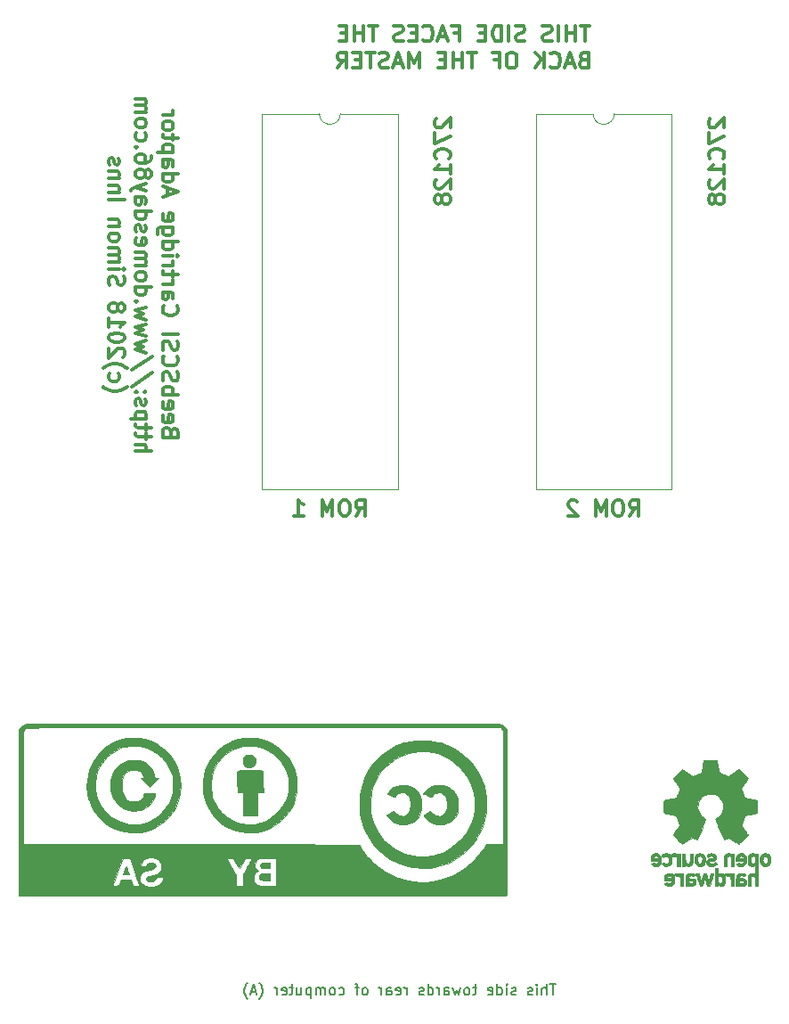
<source format=gbr>
G04 #@! TF.FileFunction,Legend,Bot*
%FSLAX46Y46*%
G04 Gerber Fmt 4.6, Leading zero omitted, Abs format (unit mm)*
G04 Created by KiCad (PCBNEW 4.0.7) date 05/19/18 23:16:30*
%MOMM*%
%LPD*%
G01*
G04 APERTURE LIST*
%ADD10C,0.100000*%
%ADD11C,0.300000*%
%ADD12C,0.120000*%
%ADD13C,0.010000*%
%ADD14C,0.150000*%
G04 APERTURE END LIST*
D10*
D11*
X116957143Y-87318570D02*
X116885714Y-87104284D01*
X116814286Y-87032856D01*
X116671429Y-86961427D01*
X116457143Y-86961427D01*
X116314286Y-87032856D01*
X116242857Y-87104284D01*
X116171429Y-87247142D01*
X116171429Y-87818570D01*
X117671429Y-87818570D01*
X117671429Y-87318570D01*
X117600000Y-87175713D01*
X117528571Y-87104284D01*
X117385714Y-87032856D01*
X117242857Y-87032856D01*
X117100000Y-87104284D01*
X117028571Y-87175713D01*
X116957143Y-87318570D01*
X116957143Y-87818570D01*
X116242857Y-85747142D02*
X116171429Y-85889999D01*
X116171429Y-86175713D01*
X116242857Y-86318570D01*
X116385714Y-86389999D01*
X116957143Y-86389999D01*
X117100000Y-86318570D01*
X117171429Y-86175713D01*
X117171429Y-85889999D01*
X117100000Y-85747142D01*
X116957143Y-85675713D01*
X116814286Y-85675713D01*
X116671429Y-86389999D01*
X116242857Y-84461428D02*
X116171429Y-84604285D01*
X116171429Y-84889999D01*
X116242857Y-85032856D01*
X116385714Y-85104285D01*
X116957143Y-85104285D01*
X117100000Y-85032856D01*
X117171429Y-84889999D01*
X117171429Y-84604285D01*
X117100000Y-84461428D01*
X116957143Y-84389999D01*
X116814286Y-84389999D01*
X116671429Y-85104285D01*
X116171429Y-83747142D02*
X117671429Y-83747142D01*
X117100000Y-83747142D02*
X117171429Y-83604285D01*
X117171429Y-83318571D01*
X117100000Y-83175714D01*
X117028571Y-83104285D01*
X116885714Y-83032856D01*
X116457143Y-83032856D01*
X116314286Y-83104285D01*
X116242857Y-83175714D01*
X116171429Y-83318571D01*
X116171429Y-83604285D01*
X116242857Y-83747142D01*
X116242857Y-82461428D02*
X116171429Y-82247142D01*
X116171429Y-81889999D01*
X116242857Y-81747142D01*
X116314286Y-81675713D01*
X116457143Y-81604285D01*
X116600000Y-81604285D01*
X116742857Y-81675713D01*
X116814286Y-81747142D01*
X116885714Y-81889999D01*
X116957143Y-82175713D01*
X117028571Y-82318571D01*
X117100000Y-82389999D01*
X117242857Y-82461428D01*
X117385714Y-82461428D01*
X117528571Y-82389999D01*
X117600000Y-82318571D01*
X117671429Y-82175713D01*
X117671429Y-81818571D01*
X117600000Y-81604285D01*
X116314286Y-80104285D02*
X116242857Y-80175714D01*
X116171429Y-80390000D01*
X116171429Y-80532857D01*
X116242857Y-80747142D01*
X116385714Y-80890000D01*
X116528571Y-80961428D01*
X116814286Y-81032857D01*
X117028571Y-81032857D01*
X117314286Y-80961428D01*
X117457143Y-80890000D01*
X117600000Y-80747142D01*
X117671429Y-80532857D01*
X117671429Y-80390000D01*
X117600000Y-80175714D01*
X117528571Y-80104285D01*
X116242857Y-79532857D02*
X116171429Y-79318571D01*
X116171429Y-78961428D01*
X116242857Y-78818571D01*
X116314286Y-78747142D01*
X116457143Y-78675714D01*
X116600000Y-78675714D01*
X116742857Y-78747142D01*
X116814286Y-78818571D01*
X116885714Y-78961428D01*
X116957143Y-79247142D01*
X117028571Y-79390000D01*
X117100000Y-79461428D01*
X117242857Y-79532857D01*
X117385714Y-79532857D01*
X117528571Y-79461428D01*
X117600000Y-79390000D01*
X117671429Y-79247142D01*
X117671429Y-78890000D01*
X117600000Y-78675714D01*
X116171429Y-78032857D02*
X117671429Y-78032857D01*
X116314286Y-75318571D02*
X116242857Y-75390000D01*
X116171429Y-75604286D01*
X116171429Y-75747143D01*
X116242857Y-75961428D01*
X116385714Y-76104286D01*
X116528571Y-76175714D01*
X116814286Y-76247143D01*
X117028571Y-76247143D01*
X117314286Y-76175714D01*
X117457143Y-76104286D01*
X117600000Y-75961428D01*
X117671429Y-75747143D01*
X117671429Y-75604286D01*
X117600000Y-75390000D01*
X117528571Y-75318571D01*
X116171429Y-74032857D02*
X116957143Y-74032857D01*
X117100000Y-74104286D01*
X117171429Y-74247143D01*
X117171429Y-74532857D01*
X117100000Y-74675714D01*
X116242857Y-74032857D02*
X116171429Y-74175714D01*
X116171429Y-74532857D01*
X116242857Y-74675714D01*
X116385714Y-74747143D01*
X116528571Y-74747143D01*
X116671429Y-74675714D01*
X116742857Y-74532857D01*
X116742857Y-74175714D01*
X116814286Y-74032857D01*
X116171429Y-73318571D02*
X117171429Y-73318571D01*
X116885714Y-73318571D02*
X117028571Y-73247143D01*
X117100000Y-73175714D01*
X117171429Y-73032857D01*
X117171429Y-72890000D01*
X117171429Y-72604286D02*
X117171429Y-72032857D01*
X117671429Y-72390000D02*
X116385714Y-72390000D01*
X116242857Y-72318572D01*
X116171429Y-72175714D01*
X116171429Y-72032857D01*
X116171429Y-71532857D02*
X117171429Y-71532857D01*
X116885714Y-71532857D02*
X117028571Y-71461429D01*
X117100000Y-71390000D01*
X117171429Y-71247143D01*
X117171429Y-71104286D01*
X116171429Y-70604286D02*
X117171429Y-70604286D01*
X117671429Y-70604286D02*
X117600000Y-70675715D01*
X117528571Y-70604286D01*
X117600000Y-70532858D01*
X117671429Y-70604286D01*
X117528571Y-70604286D01*
X116171429Y-69247143D02*
X117671429Y-69247143D01*
X116242857Y-69247143D02*
X116171429Y-69390000D01*
X116171429Y-69675714D01*
X116242857Y-69818572D01*
X116314286Y-69890000D01*
X116457143Y-69961429D01*
X116885714Y-69961429D01*
X117028571Y-69890000D01*
X117100000Y-69818572D01*
X117171429Y-69675714D01*
X117171429Y-69390000D01*
X117100000Y-69247143D01*
X117171429Y-67890000D02*
X115957143Y-67890000D01*
X115814286Y-67961429D01*
X115742857Y-68032857D01*
X115671429Y-68175714D01*
X115671429Y-68390000D01*
X115742857Y-68532857D01*
X116242857Y-67890000D02*
X116171429Y-68032857D01*
X116171429Y-68318571D01*
X116242857Y-68461429D01*
X116314286Y-68532857D01*
X116457143Y-68604286D01*
X116885714Y-68604286D01*
X117028571Y-68532857D01*
X117100000Y-68461429D01*
X117171429Y-68318571D01*
X117171429Y-68032857D01*
X117100000Y-67890000D01*
X116242857Y-66604286D02*
X116171429Y-66747143D01*
X116171429Y-67032857D01*
X116242857Y-67175714D01*
X116385714Y-67247143D01*
X116957143Y-67247143D01*
X117100000Y-67175714D01*
X117171429Y-67032857D01*
X117171429Y-66747143D01*
X117100000Y-66604286D01*
X116957143Y-66532857D01*
X116814286Y-66532857D01*
X116671429Y-67247143D01*
X116600000Y-64818572D02*
X116600000Y-64104286D01*
X116171429Y-64961429D02*
X117671429Y-64461429D01*
X116171429Y-63961429D01*
X116171429Y-62818572D02*
X117671429Y-62818572D01*
X116242857Y-62818572D02*
X116171429Y-62961429D01*
X116171429Y-63247143D01*
X116242857Y-63390001D01*
X116314286Y-63461429D01*
X116457143Y-63532858D01*
X116885714Y-63532858D01*
X117028571Y-63461429D01*
X117100000Y-63390001D01*
X117171429Y-63247143D01*
X117171429Y-62961429D01*
X117100000Y-62818572D01*
X116171429Y-61461429D02*
X116957143Y-61461429D01*
X117100000Y-61532858D01*
X117171429Y-61675715D01*
X117171429Y-61961429D01*
X117100000Y-62104286D01*
X116242857Y-61461429D02*
X116171429Y-61604286D01*
X116171429Y-61961429D01*
X116242857Y-62104286D01*
X116385714Y-62175715D01*
X116528571Y-62175715D01*
X116671429Y-62104286D01*
X116742857Y-61961429D01*
X116742857Y-61604286D01*
X116814286Y-61461429D01*
X117171429Y-60747143D02*
X115671429Y-60747143D01*
X117100000Y-60747143D02*
X117171429Y-60604286D01*
X117171429Y-60318572D01*
X117100000Y-60175715D01*
X117028571Y-60104286D01*
X116885714Y-60032857D01*
X116457143Y-60032857D01*
X116314286Y-60104286D01*
X116242857Y-60175715D01*
X116171429Y-60318572D01*
X116171429Y-60604286D01*
X116242857Y-60747143D01*
X117171429Y-59604286D02*
X117171429Y-59032857D01*
X117671429Y-59390000D02*
X116385714Y-59390000D01*
X116242857Y-59318572D01*
X116171429Y-59175714D01*
X116171429Y-59032857D01*
X116171429Y-58318571D02*
X116242857Y-58461429D01*
X116314286Y-58532857D01*
X116457143Y-58604286D01*
X116885714Y-58604286D01*
X117028571Y-58532857D01*
X117100000Y-58461429D01*
X117171429Y-58318571D01*
X117171429Y-58104286D01*
X117100000Y-57961429D01*
X117028571Y-57890000D01*
X116885714Y-57818571D01*
X116457143Y-57818571D01*
X116314286Y-57890000D01*
X116242857Y-57961429D01*
X116171429Y-58104286D01*
X116171429Y-58318571D01*
X116171429Y-57175714D02*
X117171429Y-57175714D01*
X116885714Y-57175714D02*
X117028571Y-57104286D01*
X117100000Y-57032857D01*
X117171429Y-56890000D01*
X117171429Y-56747143D01*
X113621429Y-89140001D02*
X115121429Y-89140001D01*
X113621429Y-88497144D02*
X114407143Y-88497144D01*
X114550000Y-88568573D01*
X114621429Y-88711430D01*
X114621429Y-88925715D01*
X114550000Y-89068573D01*
X114478571Y-89140001D01*
X114621429Y-87997144D02*
X114621429Y-87425715D01*
X115121429Y-87782858D02*
X113835714Y-87782858D01*
X113692857Y-87711430D01*
X113621429Y-87568572D01*
X113621429Y-87425715D01*
X114621429Y-87140001D02*
X114621429Y-86568572D01*
X115121429Y-86925715D02*
X113835714Y-86925715D01*
X113692857Y-86854287D01*
X113621429Y-86711429D01*
X113621429Y-86568572D01*
X114621429Y-86068572D02*
X113121429Y-86068572D01*
X114550000Y-86068572D02*
X114621429Y-85925715D01*
X114621429Y-85640001D01*
X114550000Y-85497144D01*
X114478571Y-85425715D01*
X114335714Y-85354286D01*
X113907143Y-85354286D01*
X113764286Y-85425715D01*
X113692857Y-85497144D01*
X113621429Y-85640001D01*
X113621429Y-85925715D01*
X113692857Y-86068572D01*
X113692857Y-84782858D02*
X113621429Y-84640001D01*
X113621429Y-84354286D01*
X113692857Y-84211429D01*
X113835714Y-84140001D01*
X113907143Y-84140001D01*
X114050000Y-84211429D01*
X114121429Y-84354286D01*
X114121429Y-84568572D01*
X114192857Y-84711429D01*
X114335714Y-84782858D01*
X114407143Y-84782858D01*
X114550000Y-84711429D01*
X114621429Y-84568572D01*
X114621429Y-84354286D01*
X114550000Y-84211429D01*
X113764286Y-83497143D02*
X113692857Y-83425715D01*
X113621429Y-83497143D01*
X113692857Y-83568572D01*
X113764286Y-83497143D01*
X113621429Y-83497143D01*
X114550000Y-83497143D02*
X114478571Y-83425715D01*
X114407143Y-83497143D01*
X114478571Y-83568572D01*
X114550000Y-83497143D01*
X114407143Y-83497143D01*
X115192857Y-81711429D02*
X113264286Y-82997143D01*
X115192857Y-80140000D02*
X113264286Y-81425714D01*
X114621429Y-79782856D02*
X113621429Y-79497142D01*
X114335714Y-79211428D01*
X113621429Y-78925713D01*
X114621429Y-78639999D01*
X114621429Y-78211427D02*
X113621429Y-77925713D01*
X114335714Y-77639999D01*
X113621429Y-77354284D01*
X114621429Y-77068570D01*
X114621429Y-76639998D02*
X113621429Y-76354284D01*
X114335714Y-76068570D01*
X113621429Y-75782855D01*
X114621429Y-75497141D01*
X113764286Y-74925712D02*
X113692857Y-74854284D01*
X113621429Y-74925712D01*
X113692857Y-74997141D01*
X113764286Y-74925712D01*
X113621429Y-74925712D01*
X113621429Y-73568569D02*
X115121429Y-73568569D01*
X113692857Y-73568569D02*
X113621429Y-73711426D01*
X113621429Y-73997140D01*
X113692857Y-74139998D01*
X113764286Y-74211426D01*
X113907143Y-74282855D01*
X114335714Y-74282855D01*
X114478571Y-74211426D01*
X114550000Y-74139998D01*
X114621429Y-73997140D01*
X114621429Y-73711426D01*
X114550000Y-73568569D01*
X113621429Y-72639997D02*
X113692857Y-72782855D01*
X113764286Y-72854283D01*
X113907143Y-72925712D01*
X114335714Y-72925712D01*
X114478571Y-72854283D01*
X114550000Y-72782855D01*
X114621429Y-72639997D01*
X114621429Y-72425712D01*
X114550000Y-72282855D01*
X114478571Y-72211426D01*
X114335714Y-72139997D01*
X113907143Y-72139997D01*
X113764286Y-72211426D01*
X113692857Y-72282855D01*
X113621429Y-72425712D01*
X113621429Y-72639997D01*
X113621429Y-71497140D02*
X114621429Y-71497140D01*
X114478571Y-71497140D02*
X114550000Y-71425712D01*
X114621429Y-71282854D01*
X114621429Y-71068569D01*
X114550000Y-70925712D01*
X114407143Y-70854283D01*
X113621429Y-70854283D01*
X114407143Y-70854283D02*
X114550000Y-70782854D01*
X114621429Y-70639997D01*
X114621429Y-70425712D01*
X114550000Y-70282854D01*
X114407143Y-70211426D01*
X113621429Y-70211426D01*
X113692857Y-68925712D02*
X113621429Y-69068569D01*
X113621429Y-69354283D01*
X113692857Y-69497140D01*
X113835714Y-69568569D01*
X114407143Y-69568569D01*
X114550000Y-69497140D01*
X114621429Y-69354283D01*
X114621429Y-69068569D01*
X114550000Y-68925712D01*
X114407143Y-68854283D01*
X114264286Y-68854283D01*
X114121429Y-69568569D01*
X113692857Y-68282855D02*
X113621429Y-68139998D01*
X113621429Y-67854283D01*
X113692857Y-67711426D01*
X113835714Y-67639998D01*
X113907143Y-67639998D01*
X114050000Y-67711426D01*
X114121429Y-67854283D01*
X114121429Y-68068569D01*
X114192857Y-68211426D01*
X114335714Y-68282855D01*
X114407143Y-68282855D01*
X114550000Y-68211426D01*
X114621429Y-68068569D01*
X114621429Y-67854283D01*
X114550000Y-67711426D01*
X113621429Y-66354283D02*
X115121429Y-66354283D01*
X113692857Y-66354283D02*
X113621429Y-66497140D01*
X113621429Y-66782854D01*
X113692857Y-66925712D01*
X113764286Y-66997140D01*
X113907143Y-67068569D01*
X114335714Y-67068569D01*
X114478571Y-66997140D01*
X114550000Y-66925712D01*
X114621429Y-66782854D01*
X114621429Y-66497140D01*
X114550000Y-66354283D01*
X113621429Y-64997140D02*
X114407143Y-64997140D01*
X114550000Y-65068569D01*
X114621429Y-65211426D01*
X114621429Y-65497140D01*
X114550000Y-65639997D01*
X113692857Y-64997140D02*
X113621429Y-65139997D01*
X113621429Y-65497140D01*
X113692857Y-65639997D01*
X113835714Y-65711426D01*
X113978571Y-65711426D01*
X114121429Y-65639997D01*
X114192857Y-65497140D01*
X114192857Y-65139997D01*
X114264286Y-64997140D01*
X114621429Y-64425711D02*
X113621429Y-64068568D01*
X114621429Y-63711426D02*
X113621429Y-64068568D01*
X113264286Y-64211426D01*
X113192857Y-64282854D01*
X113121429Y-64425711D01*
X114478571Y-62925711D02*
X114550000Y-63068569D01*
X114621429Y-63139997D01*
X114764286Y-63211426D01*
X114835714Y-63211426D01*
X114978571Y-63139997D01*
X115050000Y-63068569D01*
X115121429Y-62925711D01*
X115121429Y-62639997D01*
X115050000Y-62497140D01*
X114978571Y-62425711D01*
X114835714Y-62354283D01*
X114764286Y-62354283D01*
X114621429Y-62425711D01*
X114550000Y-62497140D01*
X114478571Y-62639997D01*
X114478571Y-62925711D01*
X114407143Y-63068569D01*
X114335714Y-63139997D01*
X114192857Y-63211426D01*
X113907143Y-63211426D01*
X113764286Y-63139997D01*
X113692857Y-63068569D01*
X113621429Y-62925711D01*
X113621429Y-62639997D01*
X113692857Y-62497140D01*
X113764286Y-62425711D01*
X113907143Y-62354283D01*
X114192857Y-62354283D01*
X114335714Y-62425711D01*
X114407143Y-62497140D01*
X114478571Y-62639997D01*
X115121429Y-61068569D02*
X115121429Y-61354283D01*
X115050000Y-61497140D01*
X114978571Y-61568569D01*
X114764286Y-61711426D01*
X114478571Y-61782855D01*
X113907143Y-61782855D01*
X113764286Y-61711426D01*
X113692857Y-61639998D01*
X113621429Y-61497140D01*
X113621429Y-61211426D01*
X113692857Y-61068569D01*
X113764286Y-60997140D01*
X113907143Y-60925712D01*
X114264286Y-60925712D01*
X114407143Y-60997140D01*
X114478571Y-61068569D01*
X114550000Y-61211426D01*
X114550000Y-61497140D01*
X114478571Y-61639998D01*
X114407143Y-61711426D01*
X114264286Y-61782855D01*
X113764286Y-60282855D02*
X113692857Y-60211427D01*
X113621429Y-60282855D01*
X113692857Y-60354284D01*
X113764286Y-60282855D01*
X113621429Y-60282855D01*
X113692857Y-58925712D02*
X113621429Y-59068569D01*
X113621429Y-59354283D01*
X113692857Y-59497141D01*
X113764286Y-59568569D01*
X113907143Y-59639998D01*
X114335714Y-59639998D01*
X114478571Y-59568569D01*
X114550000Y-59497141D01*
X114621429Y-59354283D01*
X114621429Y-59068569D01*
X114550000Y-58925712D01*
X113621429Y-58068569D02*
X113692857Y-58211427D01*
X113764286Y-58282855D01*
X113907143Y-58354284D01*
X114335714Y-58354284D01*
X114478571Y-58282855D01*
X114550000Y-58211427D01*
X114621429Y-58068569D01*
X114621429Y-57854284D01*
X114550000Y-57711427D01*
X114478571Y-57639998D01*
X114335714Y-57568569D01*
X113907143Y-57568569D01*
X113764286Y-57639998D01*
X113692857Y-57711427D01*
X113621429Y-57854284D01*
X113621429Y-58068569D01*
X113621429Y-56925712D02*
X114621429Y-56925712D01*
X114478571Y-56925712D02*
X114550000Y-56854284D01*
X114621429Y-56711426D01*
X114621429Y-56497141D01*
X114550000Y-56354284D01*
X114407143Y-56282855D01*
X113621429Y-56282855D01*
X114407143Y-56282855D02*
X114550000Y-56211426D01*
X114621429Y-56068569D01*
X114621429Y-55854284D01*
X114550000Y-55711426D01*
X114407143Y-55639998D01*
X113621429Y-55639998D01*
X110500000Y-82997142D02*
X110571429Y-83068570D01*
X110785714Y-83211427D01*
X110928571Y-83282856D01*
X111142857Y-83354285D01*
X111500000Y-83425713D01*
X111785714Y-83425713D01*
X112142857Y-83354285D01*
X112357143Y-83282856D01*
X112500000Y-83211427D01*
X112714286Y-83068570D01*
X112785714Y-82997142D01*
X111142857Y-81782856D02*
X111071429Y-81925713D01*
X111071429Y-82211427D01*
X111142857Y-82354285D01*
X111214286Y-82425713D01*
X111357143Y-82497142D01*
X111785714Y-82497142D01*
X111928571Y-82425713D01*
X112000000Y-82354285D01*
X112071429Y-82211427D01*
X112071429Y-81925713D01*
X112000000Y-81782856D01*
X110500000Y-81282856D02*
X110571429Y-81211428D01*
X110785714Y-81068571D01*
X110928571Y-80997142D01*
X111142857Y-80925713D01*
X111500000Y-80854285D01*
X111785714Y-80854285D01*
X112142857Y-80925713D01*
X112357143Y-80997142D01*
X112500000Y-81068571D01*
X112714286Y-81211428D01*
X112785714Y-81282856D01*
X112428571Y-80211428D02*
X112500000Y-80139999D01*
X112571429Y-79997142D01*
X112571429Y-79639999D01*
X112500000Y-79497142D01*
X112428571Y-79425713D01*
X112285714Y-79354285D01*
X112142857Y-79354285D01*
X111928571Y-79425713D01*
X111071429Y-80282856D01*
X111071429Y-79354285D01*
X112571429Y-78425714D02*
X112571429Y-78282857D01*
X112500000Y-78140000D01*
X112428571Y-78068571D01*
X112285714Y-77997142D01*
X112000000Y-77925714D01*
X111642857Y-77925714D01*
X111357143Y-77997142D01*
X111214286Y-78068571D01*
X111142857Y-78140000D01*
X111071429Y-78282857D01*
X111071429Y-78425714D01*
X111142857Y-78568571D01*
X111214286Y-78640000D01*
X111357143Y-78711428D01*
X111642857Y-78782857D01*
X112000000Y-78782857D01*
X112285714Y-78711428D01*
X112428571Y-78640000D01*
X112500000Y-78568571D01*
X112571429Y-78425714D01*
X111071429Y-76497143D02*
X111071429Y-77354286D01*
X111071429Y-76925714D02*
X112571429Y-76925714D01*
X112357143Y-77068571D01*
X112214286Y-77211429D01*
X112142857Y-77354286D01*
X111928571Y-75640000D02*
X112000000Y-75782858D01*
X112071429Y-75854286D01*
X112214286Y-75925715D01*
X112285714Y-75925715D01*
X112428571Y-75854286D01*
X112500000Y-75782858D01*
X112571429Y-75640000D01*
X112571429Y-75354286D01*
X112500000Y-75211429D01*
X112428571Y-75140000D01*
X112285714Y-75068572D01*
X112214286Y-75068572D01*
X112071429Y-75140000D01*
X112000000Y-75211429D01*
X111928571Y-75354286D01*
X111928571Y-75640000D01*
X111857143Y-75782858D01*
X111785714Y-75854286D01*
X111642857Y-75925715D01*
X111357143Y-75925715D01*
X111214286Y-75854286D01*
X111142857Y-75782858D01*
X111071429Y-75640000D01*
X111071429Y-75354286D01*
X111142857Y-75211429D01*
X111214286Y-75140000D01*
X111357143Y-75068572D01*
X111642857Y-75068572D01*
X111785714Y-75140000D01*
X111857143Y-75211429D01*
X111928571Y-75354286D01*
X111142857Y-73354287D02*
X111071429Y-73140001D01*
X111071429Y-72782858D01*
X111142857Y-72640001D01*
X111214286Y-72568572D01*
X111357143Y-72497144D01*
X111500000Y-72497144D01*
X111642857Y-72568572D01*
X111714286Y-72640001D01*
X111785714Y-72782858D01*
X111857143Y-73068572D01*
X111928571Y-73211430D01*
X112000000Y-73282858D01*
X112142857Y-73354287D01*
X112285714Y-73354287D01*
X112428571Y-73282858D01*
X112500000Y-73211430D01*
X112571429Y-73068572D01*
X112571429Y-72711430D01*
X112500000Y-72497144D01*
X111071429Y-71854287D02*
X112071429Y-71854287D01*
X112571429Y-71854287D02*
X112500000Y-71925716D01*
X112428571Y-71854287D01*
X112500000Y-71782859D01*
X112571429Y-71854287D01*
X112428571Y-71854287D01*
X111071429Y-71140001D02*
X112071429Y-71140001D01*
X111928571Y-71140001D02*
X112000000Y-71068573D01*
X112071429Y-70925715D01*
X112071429Y-70711430D01*
X112000000Y-70568573D01*
X111857143Y-70497144D01*
X111071429Y-70497144D01*
X111857143Y-70497144D02*
X112000000Y-70425715D01*
X112071429Y-70282858D01*
X112071429Y-70068573D01*
X112000000Y-69925715D01*
X111857143Y-69854287D01*
X111071429Y-69854287D01*
X111071429Y-68925715D02*
X111142857Y-69068573D01*
X111214286Y-69140001D01*
X111357143Y-69211430D01*
X111785714Y-69211430D01*
X111928571Y-69140001D01*
X112000000Y-69068573D01*
X112071429Y-68925715D01*
X112071429Y-68711430D01*
X112000000Y-68568573D01*
X111928571Y-68497144D01*
X111785714Y-68425715D01*
X111357143Y-68425715D01*
X111214286Y-68497144D01*
X111142857Y-68568573D01*
X111071429Y-68711430D01*
X111071429Y-68925715D01*
X112071429Y-67782858D02*
X111071429Y-67782858D01*
X111928571Y-67782858D02*
X112000000Y-67711430D01*
X112071429Y-67568572D01*
X112071429Y-67354287D01*
X112000000Y-67211430D01*
X111857143Y-67140001D01*
X111071429Y-67140001D01*
X111071429Y-65282858D02*
X112571429Y-65282858D01*
X112071429Y-64568572D02*
X111071429Y-64568572D01*
X111928571Y-64568572D02*
X112000000Y-64497144D01*
X112071429Y-64354286D01*
X112071429Y-64140001D01*
X112000000Y-63997144D01*
X111857143Y-63925715D01*
X111071429Y-63925715D01*
X112071429Y-63211429D02*
X111071429Y-63211429D01*
X111928571Y-63211429D02*
X112000000Y-63140001D01*
X112071429Y-62997143D01*
X112071429Y-62782858D01*
X112000000Y-62640001D01*
X111857143Y-62568572D01*
X111071429Y-62568572D01*
X111142857Y-61925715D02*
X111071429Y-61782858D01*
X111071429Y-61497143D01*
X111142857Y-61354286D01*
X111285714Y-61282858D01*
X111357143Y-61282858D01*
X111500000Y-61354286D01*
X111571429Y-61497143D01*
X111571429Y-61711429D01*
X111642857Y-61854286D01*
X111785714Y-61925715D01*
X111857143Y-61925715D01*
X112000000Y-61854286D01*
X112071429Y-61711429D01*
X112071429Y-61497143D01*
X112000000Y-61354286D01*
X168231429Y-57559287D02*
X168160000Y-57630716D01*
X168088571Y-57773573D01*
X168088571Y-58130716D01*
X168160000Y-58273573D01*
X168231429Y-58345002D01*
X168374286Y-58416430D01*
X168517143Y-58416430D01*
X168731429Y-58345002D01*
X169588571Y-57487859D01*
X169588571Y-58416430D01*
X168088571Y-58916430D02*
X168088571Y-59916430D01*
X169588571Y-59273573D01*
X169445714Y-61345001D02*
X169517143Y-61273572D01*
X169588571Y-61059286D01*
X169588571Y-60916429D01*
X169517143Y-60702144D01*
X169374286Y-60559286D01*
X169231429Y-60487858D01*
X168945714Y-60416429D01*
X168731429Y-60416429D01*
X168445714Y-60487858D01*
X168302857Y-60559286D01*
X168160000Y-60702144D01*
X168088571Y-60916429D01*
X168088571Y-61059286D01*
X168160000Y-61273572D01*
X168231429Y-61345001D01*
X169588571Y-62773572D02*
X169588571Y-61916429D01*
X169588571Y-62345001D02*
X168088571Y-62345001D01*
X168302857Y-62202144D01*
X168445714Y-62059286D01*
X168517143Y-61916429D01*
X168231429Y-63345000D02*
X168160000Y-63416429D01*
X168088571Y-63559286D01*
X168088571Y-63916429D01*
X168160000Y-64059286D01*
X168231429Y-64130715D01*
X168374286Y-64202143D01*
X168517143Y-64202143D01*
X168731429Y-64130715D01*
X169588571Y-63273572D01*
X169588571Y-64202143D01*
X168731429Y-65059286D02*
X168660000Y-64916428D01*
X168588571Y-64845000D01*
X168445714Y-64773571D01*
X168374286Y-64773571D01*
X168231429Y-64845000D01*
X168160000Y-64916428D01*
X168088571Y-65059286D01*
X168088571Y-65345000D01*
X168160000Y-65487857D01*
X168231429Y-65559286D01*
X168374286Y-65630714D01*
X168445714Y-65630714D01*
X168588571Y-65559286D01*
X168660000Y-65487857D01*
X168731429Y-65345000D01*
X168731429Y-65059286D01*
X168802857Y-64916428D01*
X168874286Y-64845000D01*
X169017143Y-64773571D01*
X169302857Y-64773571D01*
X169445714Y-64845000D01*
X169517143Y-64916428D01*
X169588571Y-65059286D01*
X169588571Y-65345000D01*
X169517143Y-65487857D01*
X169445714Y-65559286D01*
X169302857Y-65630714D01*
X169017143Y-65630714D01*
X168874286Y-65559286D01*
X168802857Y-65487857D01*
X168731429Y-65345000D01*
X142196429Y-57559287D02*
X142125000Y-57630716D01*
X142053571Y-57773573D01*
X142053571Y-58130716D01*
X142125000Y-58273573D01*
X142196429Y-58345002D01*
X142339286Y-58416430D01*
X142482143Y-58416430D01*
X142696429Y-58345002D01*
X143553571Y-57487859D01*
X143553571Y-58416430D01*
X142053571Y-58916430D02*
X142053571Y-59916430D01*
X143553571Y-59273573D01*
X143410714Y-61345001D02*
X143482143Y-61273572D01*
X143553571Y-61059286D01*
X143553571Y-60916429D01*
X143482143Y-60702144D01*
X143339286Y-60559286D01*
X143196429Y-60487858D01*
X142910714Y-60416429D01*
X142696429Y-60416429D01*
X142410714Y-60487858D01*
X142267857Y-60559286D01*
X142125000Y-60702144D01*
X142053571Y-60916429D01*
X142053571Y-61059286D01*
X142125000Y-61273572D01*
X142196429Y-61345001D01*
X143553571Y-62773572D02*
X143553571Y-61916429D01*
X143553571Y-62345001D02*
X142053571Y-62345001D01*
X142267857Y-62202144D01*
X142410714Y-62059286D01*
X142482143Y-61916429D01*
X142196429Y-63345000D02*
X142125000Y-63416429D01*
X142053571Y-63559286D01*
X142053571Y-63916429D01*
X142125000Y-64059286D01*
X142196429Y-64130715D01*
X142339286Y-64202143D01*
X142482143Y-64202143D01*
X142696429Y-64130715D01*
X143553571Y-63273572D01*
X143553571Y-64202143D01*
X142696429Y-65059286D02*
X142625000Y-64916428D01*
X142553571Y-64845000D01*
X142410714Y-64773571D01*
X142339286Y-64773571D01*
X142196429Y-64845000D01*
X142125000Y-64916428D01*
X142053571Y-65059286D01*
X142053571Y-65345000D01*
X142125000Y-65487857D01*
X142196429Y-65559286D01*
X142339286Y-65630714D01*
X142410714Y-65630714D01*
X142553571Y-65559286D01*
X142625000Y-65487857D01*
X142696429Y-65345000D01*
X142696429Y-65059286D01*
X142767857Y-64916428D01*
X142839286Y-64845000D01*
X142982143Y-64773571D01*
X143267857Y-64773571D01*
X143410714Y-64845000D01*
X143482143Y-64916428D01*
X143553571Y-65059286D01*
X143553571Y-65345000D01*
X143482143Y-65487857D01*
X143410714Y-65559286D01*
X143267857Y-65630714D01*
X142982143Y-65630714D01*
X142839286Y-65559286D01*
X142767857Y-65487857D01*
X142696429Y-65345000D01*
X160579285Y-95293571D02*
X161079285Y-94579286D01*
X161436428Y-95293571D02*
X161436428Y-93793571D01*
X160865000Y-93793571D01*
X160722142Y-93865000D01*
X160650714Y-93936429D01*
X160579285Y-94079286D01*
X160579285Y-94293571D01*
X160650714Y-94436429D01*
X160722142Y-94507857D01*
X160865000Y-94579286D01*
X161436428Y-94579286D01*
X159650714Y-93793571D02*
X159365000Y-93793571D01*
X159222142Y-93865000D01*
X159079285Y-94007857D01*
X159007857Y-94293571D01*
X159007857Y-94793571D01*
X159079285Y-95079286D01*
X159222142Y-95222143D01*
X159365000Y-95293571D01*
X159650714Y-95293571D01*
X159793571Y-95222143D01*
X159936428Y-95079286D01*
X160007857Y-94793571D01*
X160007857Y-94293571D01*
X159936428Y-94007857D01*
X159793571Y-93865000D01*
X159650714Y-93793571D01*
X158364999Y-95293571D02*
X158364999Y-93793571D01*
X157864999Y-94865000D01*
X157364999Y-93793571D01*
X157364999Y-95293571D01*
X155579285Y-93936429D02*
X155507856Y-93865000D01*
X155364999Y-93793571D01*
X155007856Y-93793571D01*
X154864999Y-93865000D01*
X154793570Y-93936429D01*
X154722142Y-94079286D01*
X154722142Y-94222143D01*
X154793570Y-94436429D01*
X155650713Y-95293571D01*
X154722142Y-95293571D01*
X134544285Y-95293571D02*
X135044285Y-94579286D01*
X135401428Y-95293571D02*
X135401428Y-93793571D01*
X134830000Y-93793571D01*
X134687142Y-93865000D01*
X134615714Y-93936429D01*
X134544285Y-94079286D01*
X134544285Y-94293571D01*
X134615714Y-94436429D01*
X134687142Y-94507857D01*
X134830000Y-94579286D01*
X135401428Y-94579286D01*
X133615714Y-93793571D02*
X133330000Y-93793571D01*
X133187142Y-93865000D01*
X133044285Y-94007857D01*
X132972857Y-94293571D01*
X132972857Y-94793571D01*
X133044285Y-95079286D01*
X133187142Y-95222143D01*
X133330000Y-95293571D01*
X133615714Y-95293571D01*
X133758571Y-95222143D01*
X133901428Y-95079286D01*
X133972857Y-94793571D01*
X133972857Y-94293571D01*
X133901428Y-94007857D01*
X133758571Y-93865000D01*
X133615714Y-93793571D01*
X132329999Y-95293571D02*
X132329999Y-93793571D01*
X131829999Y-94865000D01*
X131329999Y-93793571D01*
X131329999Y-95293571D01*
X128687142Y-95293571D02*
X129544285Y-95293571D01*
X129115713Y-95293571D02*
X129115713Y-93793571D01*
X129258570Y-94007857D01*
X129401428Y-94150714D01*
X129544285Y-94222143D01*
X156744285Y-48703571D02*
X155887142Y-48703571D01*
X156315713Y-50203571D02*
X156315713Y-48703571D01*
X155387142Y-50203571D02*
X155387142Y-48703571D01*
X155387142Y-49417857D02*
X154529999Y-49417857D01*
X154529999Y-50203571D02*
X154529999Y-48703571D01*
X153815713Y-50203571D02*
X153815713Y-48703571D01*
X153172856Y-50132143D02*
X152958570Y-50203571D01*
X152601427Y-50203571D01*
X152458570Y-50132143D01*
X152387141Y-50060714D01*
X152315713Y-49917857D01*
X152315713Y-49775000D01*
X152387141Y-49632143D01*
X152458570Y-49560714D01*
X152601427Y-49489286D01*
X152887141Y-49417857D01*
X153029999Y-49346429D01*
X153101427Y-49275000D01*
X153172856Y-49132143D01*
X153172856Y-48989286D01*
X153101427Y-48846429D01*
X153029999Y-48775000D01*
X152887141Y-48703571D01*
X152529999Y-48703571D01*
X152315713Y-48775000D01*
X150601428Y-50132143D02*
X150387142Y-50203571D01*
X150029999Y-50203571D01*
X149887142Y-50132143D01*
X149815713Y-50060714D01*
X149744285Y-49917857D01*
X149744285Y-49775000D01*
X149815713Y-49632143D01*
X149887142Y-49560714D01*
X150029999Y-49489286D01*
X150315713Y-49417857D01*
X150458571Y-49346429D01*
X150529999Y-49275000D01*
X150601428Y-49132143D01*
X150601428Y-48989286D01*
X150529999Y-48846429D01*
X150458571Y-48775000D01*
X150315713Y-48703571D01*
X149958571Y-48703571D01*
X149744285Y-48775000D01*
X149101428Y-50203571D02*
X149101428Y-48703571D01*
X148387142Y-50203571D02*
X148387142Y-48703571D01*
X148029999Y-48703571D01*
X147815714Y-48775000D01*
X147672856Y-48917857D01*
X147601428Y-49060714D01*
X147529999Y-49346429D01*
X147529999Y-49560714D01*
X147601428Y-49846429D01*
X147672856Y-49989286D01*
X147815714Y-50132143D01*
X148029999Y-50203571D01*
X148387142Y-50203571D01*
X146887142Y-49417857D02*
X146387142Y-49417857D01*
X146172856Y-50203571D02*
X146887142Y-50203571D01*
X146887142Y-48703571D01*
X146172856Y-48703571D01*
X143887142Y-49417857D02*
X144387142Y-49417857D01*
X144387142Y-50203571D02*
X144387142Y-48703571D01*
X143672856Y-48703571D01*
X143172857Y-49775000D02*
X142458571Y-49775000D01*
X143315714Y-50203571D02*
X142815714Y-48703571D01*
X142315714Y-50203571D01*
X140958571Y-50060714D02*
X141030000Y-50132143D01*
X141244286Y-50203571D01*
X141387143Y-50203571D01*
X141601428Y-50132143D01*
X141744286Y-49989286D01*
X141815714Y-49846429D01*
X141887143Y-49560714D01*
X141887143Y-49346429D01*
X141815714Y-49060714D01*
X141744286Y-48917857D01*
X141601428Y-48775000D01*
X141387143Y-48703571D01*
X141244286Y-48703571D01*
X141030000Y-48775000D01*
X140958571Y-48846429D01*
X140315714Y-49417857D02*
X139815714Y-49417857D01*
X139601428Y-50203571D02*
X140315714Y-50203571D01*
X140315714Y-48703571D01*
X139601428Y-48703571D01*
X139030000Y-50132143D02*
X138815714Y-50203571D01*
X138458571Y-50203571D01*
X138315714Y-50132143D01*
X138244285Y-50060714D01*
X138172857Y-49917857D01*
X138172857Y-49775000D01*
X138244285Y-49632143D01*
X138315714Y-49560714D01*
X138458571Y-49489286D01*
X138744285Y-49417857D01*
X138887143Y-49346429D01*
X138958571Y-49275000D01*
X139030000Y-49132143D01*
X139030000Y-48989286D01*
X138958571Y-48846429D01*
X138887143Y-48775000D01*
X138744285Y-48703571D01*
X138387143Y-48703571D01*
X138172857Y-48775000D01*
X136601429Y-48703571D02*
X135744286Y-48703571D01*
X136172857Y-50203571D02*
X136172857Y-48703571D01*
X135244286Y-50203571D02*
X135244286Y-48703571D01*
X135244286Y-49417857D02*
X134387143Y-49417857D01*
X134387143Y-50203571D02*
X134387143Y-48703571D01*
X133672857Y-49417857D02*
X133172857Y-49417857D01*
X132958571Y-50203571D02*
X133672857Y-50203571D01*
X133672857Y-48703571D01*
X132958571Y-48703571D01*
X156208571Y-51967857D02*
X155994285Y-52039286D01*
X155922857Y-52110714D01*
X155851428Y-52253571D01*
X155851428Y-52467857D01*
X155922857Y-52610714D01*
X155994285Y-52682143D01*
X156137143Y-52753571D01*
X156708571Y-52753571D01*
X156708571Y-51253571D01*
X156208571Y-51253571D01*
X156065714Y-51325000D01*
X155994285Y-51396429D01*
X155922857Y-51539286D01*
X155922857Y-51682143D01*
X155994285Y-51825000D01*
X156065714Y-51896429D01*
X156208571Y-51967857D01*
X156708571Y-51967857D01*
X155280000Y-52325000D02*
X154565714Y-52325000D01*
X155422857Y-52753571D02*
X154922857Y-51253571D01*
X154422857Y-52753571D01*
X153065714Y-52610714D02*
X153137143Y-52682143D01*
X153351429Y-52753571D01*
X153494286Y-52753571D01*
X153708571Y-52682143D01*
X153851429Y-52539286D01*
X153922857Y-52396429D01*
X153994286Y-52110714D01*
X153994286Y-51896429D01*
X153922857Y-51610714D01*
X153851429Y-51467857D01*
X153708571Y-51325000D01*
X153494286Y-51253571D01*
X153351429Y-51253571D01*
X153137143Y-51325000D01*
X153065714Y-51396429D01*
X152422857Y-52753571D02*
X152422857Y-51253571D01*
X151565714Y-52753571D02*
X152208571Y-51896429D01*
X151565714Y-51253571D02*
X152422857Y-52110714D01*
X149494286Y-51253571D02*
X149208572Y-51253571D01*
X149065714Y-51325000D01*
X148922857Y-51467857D01*
X148851429Y-51753571D01*
X148851429Y-52253571D01*
X148922857Y-52539286D01*
X149065714Y-52682143D01*
X149208572Y-52753571D01*
X149494286Y-52753571D01*
X149637143Y-52682143D01*
X149780000Y-52539286D01*
X149851429Y-52253571D01*
X149851429Y-51753571D01*
X149780000Y-51467857D01*
X149637143Y-51325000D01*
X149494286Y-51253571D01*
X147708571Y-51967857D02*
X148208571Y-51967857D01*
X148208571Y-52753571D02*
X148208571Y-51253571D01*
X147494285Y-51253571D01*
X145994286Y-51253571D02*
X145137143Y-51253571D01*
X145565714Y-52753571D02*
X145565714Y-51253571D01*
X144637143Y-52753571D02*
X144637143Y-51253571D01*
X144637143Y-51967857D02*
X143780000Y-51967857D01*
X143780000Y-52753571D02*
X143780000Y-51253571D01*
X143065714Y-51967857D02*
X142565714Y-51967857D01*
X142351428Y-52753571D02*
X143065714Y-52753571D01*
X143065714Y-51253571D01*
X142351428Y-51253571D01*
X140565714Y-52753571D02*
X140565714Y-51253571D01*
X140065714Y-52325000D01*
X139565714Y-51253571D01*
X139565714Y-52753571D01*
X138922857Y-52325000D02*
X138208571Y-52325000D01*
X139065714Y-52753571D02*
X138565714Y-51253571D01*
X138065714Y-52753571D01*
X137637143Y-52682143D02*
X137422857Y-52753571D01*
X137065714Y-52753571D01*
X136922857Y-52682143D01*
X136851428Y-52610714D01*
X136780000Y-52467857D01*
X136780000Y-52325000D01*
X136851428Y-52182143D01*
X136922857Y-52110714D01*
X137065714Y-52039286D01*
X137351428Y-51967857D01*
X137494286Y-51896429D01*
X137565714Y-51825000D01*
X137637143Y-51682143D01*
X137637143Y-51539286D01*
X137565714Y-51396429D01*
X137494286Y-51325000D01*
X137351428Y-51253571D01*
X136994286Y-51253571D01*
X136780000Y-51325000D01*
X136351429Y-51253571D02*
X135494286Y-51253571D01*
X135922857Y-52753571D02*
X135922857Y-51253571D01*
X134994286Y-51967857D02*
X134494286Y-51967857D01*
X134280000Y-52753571D02*
X134994286Y-52753571D01*
X134994286Y-51253571D01*
X134280000Y-51253571D01*
X132780000Y-52753571D02*
X133280000Y-52039286D01*
X133637143Y-52753571D02*
X133637143Y-51253571D01*
X133065715Y-51253571D01*
X132922857Y-51325000D01*
X132851429Y-51396429D01*
X132780000Y-51539286D01*
X132780000Y-51753571D01*
X132851429Y-51896429D01*
X132922857Y-51967857D01*
X133065715Y-52039286D01*
X133637143Y-52039286D01*
D12*
X131080000Y-57090000D02*
G75*
G03X133080000Y-57090000I1000000J0D01*
G01*
X133080000Y-57090000D02*
X138540000Y-57090000D01*
X138540000Y-57090000D02*
X138540000Y-92770000D01*
X138540000Y-92770000D02*
X125620000Y-92770000D01*
X125620000Y-92770000D02*
X125620000Y-57090000D01*
X125620000Y-57090000D02*
X131080000Y-57090000D01*
X157115000Y-57090000D02*
G75*
G03X159115000Y-57090000I1000000J0D01*
G01*
X159115000Y-57090000D02*
X164575000Y-57090000D01*
X164575000Y-57090000D02*
X164575000Y-92770000D01*
X164575000Y-92770000D02*
X151655000Y-92770000D01*
X151655000Y-92770000D02*
X151655000Y-57090000D01*
X151655000Y-57090000D02*
X157115000Y-57090000D01*
D13*
G36*
X124162419Y-115025725D02*
X122696431Y-115025761D01*
X121299681Y-115025825D01*
X119970502Y-115025922D01*
X118707228Y-115026056D01*
X117508190Y-115026232D01*
X116371724Y-115026454D01*
X115296161Y-115026726D01*
X114279835Y-115027051D01*
X113321080Y-115027436D01*
X112418228Y-115027883D01*
X111569613Y-115028398D01*
X110773567Y-115028983D01*
X110028425Y-115029644D01*
X109332518Y-115030385D01*
X108684182Y-115031210D01*
X108081747Y-115032123D01*
X107523549Y-115033129D01*
X107007920Y-115034232D01*
X106533193Y-115035435D01*
X106097701Y-115036744D01*
X105699779Y-115038163D01*
X105337758Y-115039695D01*
X105009972Y-115041346D01*
X104714754Y-115043118D01*
X104450438Y-115045018D01*
X104215356Y-115047048D01*
X104007843Y-115049213D01*
X103826230Y-115051517D01*
X103668852Y-115053965D01*
X103534041Y-115056561D01*
X103420131Y-115059309D01*
X103325454Y-115062214D01*
X103248345Y-115065279D01*
X103187136Y-115068508D01*
X103140161Y-115071907D01*
X103105752Y-115075479D01*
X103082243Y-115079229D01*
X103067967Y-115083161D01*
X103067237Y-115083457D01*
X102830290Y-115219057D01*
X102642016Y-115405393D01*
X102601839Y-115461635D01*
X102507143Y-115604730D01*
X102507143Y-131390572D01*
X148842617Y-131390572D01*
X148862424Y-131308929D01*
X148864277Y-131265287D01*
X148865990Y-131152433D01*
X148867561Y-130973727D01*
X148868985Y-130732528D01*
X148870257Y-130432195D01*
X148871373Y-130076089D01*
X148872330Y-129667568D01*
X148873123Y-129209992D01*
X148873749Y-128706721D01*
X148874202Y-128161114D01*
X148874478Y-127576530D01*
X148874575Y-126956330D01*
X148874512Y-126492000D01*
X148590705Y-126492000D01*
X147746709Y-126493038D01*
X146902714Y-126494075D01*
X146739429Y-126770239D01*
X146365278Y-127333031D01*
X145937166Y-127851295D01*
X145460404Y-128322380D01*
X144940299Y-128743635D01*
X144382162Y-129112409D01*
X143791301Y-129426051D01*
X143173025Y-129681911D01*
X142532643Y-129877338D01*
X141875465Y-130009682D01*
X141206800Y-130076291D01*
X140531957Y-130074514D01*
X140179356Y-130045574D01*
X139533751Y-129944555D01*
X138912609Y-129784254D01*
X138301794Y-129560436D01*
X137825145Y-129339899D01*
X137203362Y-128988735D01*
X136632800Y-128586566D01*
X136111335Y-128131496D01*
X135841930Y-127842006D01*
X127000000Y-127842006D01*
X127000000Y-130447143D01*
X125485751Y-130447143D01*
X125223915Y-130316152D01*
X125047040Y-130218128D01*
X124929712Y-130123119D01*
X124861635Y-130014424D01*
X124832514Y-129875344D01*
X124832054Y-129689175D01*
X124832455Y-129681128D01*
X124859359Y-129456198D01*
X124917688Y-129287133D01*
X125013216Y-129161915D01*
X125118148Y-129086449D01*
X125246108Y-129013857D01*
X125142474Y-128928737D01*
X125021350Y-128800946D01*
X124954671Y-128653085D01*
X124935517Y-128467206D01*
X124938160Y-128398854D01*
X124977933Y-128181885D01*
X125067891Y-128015257D01*
X125210526Y-127894610D01*
X125233932Y-127881619D01*
X125351931Y-127843497D01*
X125534059Y-127817321D01*
X124677714Y-127817321D01*
X124660094Y-127854463D01*
X124611507Y-127942541D01*
X124538365Y-128070287D01*
X124447079Y-128226431D01*
X124393080Y-128317611D01*
X124278211Y-128512250D01*
X124162152Y-128711535D01*
X124056756Y-128894947D01*
X123973875Y-129041967D01*
X123957651Y-129071381D01*
X123806857Y-129346620D01*
X123806857Y-130410857D01*
X123190000Y-130410857D01*
X123190000Y-129576286D01*
X116262717Y-129576286D01*
X116237851Y-129712357D01*
X116196951Y-129884388D01*
X116139245Y-130013482D01*
X116050745Y-130129219D01*
X116030417Y-130150966D01*
X115822555Y-130316858D01*
X115566989Y-130432542D01*
X115270468Y-130495782D01*
X114959766Y-130505384D01*
X114785389Y-130492163D01*
X114650225Y-130466301D01*
X114521047Y-130419493D01*
X114445553Y-130383643D01*
X113972453Y-130383643D01*
X113939435Y-130396011D01*
X113850557Y-130405440D01*
X113722516Y-130410434D01*
X113669057Y-130410857D01*
X113364685Y-130410857D01*
X113263283Y-130119565D01*
X113161881Y-129828272D01*
X112692218Y-129838350D01*
X112222555Y-129848429D01*
X112122909Y-130120572D01*
X112023264Y-130392714D01*
X111728346Y-130403253D01*
X111573541Y-130405710D01*
X111480366Y-130398704D01*
X111438340Y-130380947D01*
X111433221Y-130366968D01*
X111445290Y-130323277D01*
X111479745Y-130219374D01*
X111533810Y-130063116D01*
X111604708Y-129862359D01*
X111689664Y-129624961D01*
X111785903Y-129358778D01*
X111890648Y-129071669D01*
X111895655Y-129058007D01*
X112358296Y-127795872D01*
X112697350Y-127806150D01*
X113036404Y-127816429D01*
X113503940Y-129086429D01*
X113609656Y-129374229D01*
X113707058Y-129640622D01*
X113793374Y-129877935D01*
X113865833Y-130078494D01*
X113921663Y-130234626D01*
X113958094Y-130338656D01*
X113972353Y-130382910D01*
X113972453Y-130383643D01*
X114445553Y-130383643D01*
X114415481Y-130369363D01*
X114228749Y-130255985D01*
X114105338Y-130128732D01*
X114036001Y-129973201D01*
X114011490Y-129774987D01*
X114011108Y-129739572D01*
X114035285Y-129503742D01*
X114110065Y-129315297D01*
X114239545Y-129165905D01*
X114323269Y-129105027D01*
X114432923Y-129043857D01*
X114529370Y-129004186D01*
X114572201Y-128995714D01*
X114689280Y-128979121D01*
X114847445Y-128935012D01*
X115024787Y-128871893D01*
X115199391Y-128798272D01*
X115349347Y-128722656D01*
X115452072Y-128654129D01*
X115519333Y-128570805D01*
X115521949Y-128484470D01*
X115458894Y-128384553D01*
X115422066Y-128345363D01*
X115355410Y-128285127D01*
X115291295Y-128251559D01*
X115205105Y-128236983D01*
X115072226Y-128233718D01*
X115064157Y-128233714D01*
X114926374Y-128237073D01*
X114837404Y-128251554D01*
X114773629Y-128283766D01*
X114722234Y-128329377D01*
X114658047Y-128415875D01*
X114627082Y-128501439D01*
X114626571Y-128510805D01*
X114622936Y-128553102D01*
X114602246Y-128578557D01*
X114549827Y-128591439D01*
X114451004Y-128596018D01*
X114331750Y-128596572D01*
X114036929Y-128596572D01*
X114060340Y-128479514D01*
X114136334Y-128243558D01*
X114263558Y-128053581D01*
X114447497Y-127903327D01*
X114655129Y-127801149D01*
X114920329Y-127731157D01*
X115184309Y-127731940D01*
X115452874Y-127803799D01*
X115552881Y-127847647D01*
X115714032Y-127930773D01*
X115825222Y-128006304D01*
X115904705Y-128091408D01*
X115970736Y-128203255D01*
X116002637Y-128270653D01*
X116063240Y-128473775D01*
X116074193Y-128688745D01*
X116035382Y-128888725D01*
X116005557Y-128959178D01*
X115905191Y-129088997D01*
X115748110Y-129210913D01*
X115550163Y-129315992D01*
X115327198Y-129395300D01*
X115170857Y-129429709D01*
X114949383Y-129475061D01*
X114792594Y-129530252D01*
X114692810Y-129599673D01*
X114642351Y-129687713D01*
X114633483Y-129736841D01*
X114641025Y-129848162D01*
X114697086Y-129939392D01*
X114717655Y-129960954D01*
X114780765Y-130015493D01*
X114845638Y-130041475D01*
X114939151Y-130046001D01*
X115021545Y-130041276D01*
X115231426Y-129999334D01*
X115394093Y-129904716D01*
X115516475Y-129753066D01*
X115535273Y-129718373D01*
X115607761Y-129576286D01*
X116262717Y-129576286D01*
X123190000Y-129576286D01*
X123190000Y-129414403D01*
X122718286Y-128627402D01*
X122589759Y-128412119D01*
X122474563Y-128217534D01*
X122377700Y-128052228D01*
X122304172Y-127924785D01*
X122258979Y-127843786D01*
X122246572Y-127817983D01*
X122280146Y-127809243D01*
X122370183Y-127804447D01*
X122500651Y-127804173D01*
X122578702Y-127805996D01*
X122910832Y-127816429D01*
X123185402Y-128291797D01*
X123459973Y-128767166D01*
X123734563Y-128291797D01*
X124009153Y-127816429D01*
X124343434Y-127805996D01*
X124489035Y-127803637D01*
X124602546Y-127805959D01*
X124667986Y-127812420D01*
X124677714Y-127817321D01*
X125534059Y-127817321D01*
X125535618Y-127817097D01*
X125779013Y-127802727D01*
X126076137Y-127800696D01*
X126421009Y-127811310D01*
X126510639Y-127815796D01*
X127000000Y-127842006D01*
X135841930Y-127842006D01*
X135636841Y-127621627D01*
X135207192Y-127055064D01*
X135122881Y-126929341D01*
X135028064Y-126782709D01*
X134949882Y-126657598D01*
X134896014Y-126566600D01*
X134874138Y-126522311D01*
X134874000Y-126521127D01*
X134838100Y-126519172D01*
X134731943Y-126517250D01*
X134557844Y-126515366D01*
X134318118Y-126513524D01*
X134015079Y-126511728D01*
X133651041Y-126509983D01*
X133228320Y-126508293D01*
X132749230Y-126506661D01*
X132216085Y-126505093D01*
X131631200Y-126503592D01*
X130996891Y-126502162D01*
X130315471Y-126500808D01*
X129589255Y-126499535D01*
X128820557Y-126498345D01*
X128011694Y-126497244D01*
X127164978Y-126496236D01*
X126282725Y-126495324D01*
X125367249Y-126494514D01*
X124420865Y-126493808D01*
X123445887Y-126493213D01*
X122444631Y-126492731D01*
X121419410Y-126492367D01*
X120372540Y-126492125D01*
X119306335Y-126492010D01*
X118890143Y-126492000D01*
X102906286Y-126492000D01*
X102906286Y-121151314D01*
X102906297Y-120424438D01*
X102906363Y-119766581D01*
X102906532Y-119174188D01*
X102906852Y-118643706D01*
X102907371Y-118171582D01*
X102908136Y-117754261D01*
X102909196Y-117388191D01*
X102910598Y-117069818D01*
X102912391Y-116795588D01*
X102914623Y-116561948D01*
X102917342Y-116365345D01*
X102920594Y-116202225D01*
X102924430Y-116069034D01*
X102928896Y-115962219D01*
X102934041Y-115878227D01*
X102939912Y-115813504D01*
X102946557Y-115764496D01*
X102954025Y-115727650D01*
X102962363Y-115699413D01*
X102971620Y-115676230D01*
X102980461Y-115657401D01*
X103079928Y-115515220D01*
X103176628Y-115446287D01*
X103189079Y-115442335D01*
X103210488Y-115438569D01*
X103242523Y-115434986D01*
X103286849Y-115431583D01*
X103345133Y-115428355D01*
X103419042Y-115425299D01*
X103510243Y-115422411D01*
X103620401Y-115419688D01*
X103751183Y-115417127D01*
X103904256Y-115414723D01*
X104081287Y-115412473D01*
X104283942Y-115410374D01*
X104513886Y-115408421D01*
X104772788Y-115406612D01*
X105062314Y-115404942D01*
X105384129Y-115403409D01*
X105739901Y-115402008D01*
X106131296Y-115400736D01*
X106559981Y-115399589D01*
X107027621Y-115398564D01*
X107535885Y-115397658D01*
X108086437Y-115396865D01*
X108680946Y-115396184D01*
X109321076Y-115395610D01*
X110008495Y-115395140D01*
X110744870Y-115394770D01*
X111531866Y-115394497D01*
X112371151Y-115394317D01*
X113264391Y-115394226D01*
X114213252Y-115394221D01*
X115219401Y-115394299D01*
X116284504Y-115394455D01*
X117410229Y-115394686D01*
X118598241Y-115394988D01*
X119850207Y-115395359D01*
X121167794Y-115395793D01*
X122552667Y-115396289D01*
X124006495Y-115396841D01*
X125530942Y-115397447D01*
X125798563Y-115397556D01*
X148298505Y-115406714D01*
X148571857Y-115680060D01*
X148590705Y-126492000D01*
X148874512Y-126492000D01*
X148874486Y-126303872D01*
X148874209Y-125622515D01*
X148873739Y-124915620D01*
X148873072Y-124186546D01*
X148872204Y-123438653D01*
X148872187Y-123425857D01*
X148862143Y-115624429D01*
X148780835Y-115472317D01*
X148642653Y-115288602D01*
X148447607Y-115141109D01*
X148326141Y-115081266D01*
X148311890Y-115077461D01*
X148286672Y-115073832D01*
X148248834Y-115070375D01*
X148196723Y-115067084D01*
X148128688Y-115063957D01*
X148043074Y-115060988D01*
X147938231Y-115058175D01*
X147812504Y-115055513D01*
X147664242Y-115052997D01*
X147491791Y-115050624D01*
X147293500Y-115048391D01*
X147067716Y-115046291D01*
X146812786Y-115044323D01*
X146527057Y-115042481D01*
X146208877Y-115040762D01*
X145856593Y-115039161D01*
X145468553Y-115037675D01*
X145043104Y-115036299D01*
X144578593Y-115035030D01*
X144073368Y-115033862D01*
X143525777Y-115032793D01*
X142934166Y-115031818D01*
X142296883Y-115030934D01*
X141612275Y-115030135D01*
X140878691Y-115029418D01*
X140094476Y-115028779D01*
X139257979Y-115028214D01*
X138367547Y-115027719D01*
X137421528Y-115027290D01*
X136418268Y-115026922D01*
X135356115Y-115026612D01*
X134233417Y-115026356D01*
X133048521Y-115026149D01*
X131799775Y-115025988D01*
X130485525Y-115025868D01*
X129104119Y-115025785D01*
X127653905Y-115025736D01*
X126133230Y-115025715D01*
X125699311Y-115025715D01*
X124162419Y-115025725D01*
X124162419Y-115025725D01*
G37*
X124162419Y-115025725D02*
X122696431Y-115025761D01*
X121299681Y-115025825D01*
X119970502Y-115025922D01*
X118707228Y-115026056D01*
X117508190Y-115026232D01*
X116371724Y-115026454D01*
X115296161Y-115026726D01*
X114279835Y-115027051D01*
X113321080Y-115027436D01*
X112418228Y-115027883D01*
X111569613Y-115028398D01*
X110773567Y-115028983D01*
X110028425Y-115029644D01*
X109332518Y-115030385D01*
X108684182Y-115031210D01*
X108081747Y-115032123D01*
X107523549Y-115033129D01*
X107007920Y-115034232D01*
X106533193Y-115035435D01*
X106097701Y-115036744D01*
X105699779Y-115038163D01*
X105337758Y-115039695D01*
X105009972Y-115041346D01*
X104714754Y-115043118D01*
X104450438Y-115045018D01*
X104215356Y-115047048D01*
X104007843Y-115049213D01*
X103826230Y-115051517D01*
X103668852Y-115053965D01*
X103534041Y-115056561D01*
X103420131Y-115059309D01*
X103325454Y-115062214D01*
X103248345Y-115065279D01*
X103187136Y-115068508D01*
X103140161Y-115071907D01*
X103105752Y-115075479D01*
X103082243Y-115079229D01*
X103067967Y-115083161D01*
X103067237Y-115083457D01*
X102830290Y-115219057D01*
X102642016Y-115405393D01*
X102601839Y-115461635D01*
X102507143Y-115604730D01*
X102507143Y-131390572D01*
X148842617Y-131390572D01*
X148862424Y-131308929D01*
X148864277Y-131265287D01*
X148865990Y-131152433D01*
X148867561Y-130973727D01*
X148868985Y-130732528D01*
X148870257Y-130432195D01*
X148871373Y-130076089D01*
X148872330Y-129667568D01*
X148873123Y-129209992D01*
X148873749Y-128706721D01*
X148874202Y-128161114D01*
X148874478Y-127576530D01*
X148874575Y-126956330D01*
X148874512Y-126492000D01*
X148590705Y-126492000D01*
X147746709Y-126493038D01*
X146902714Y-126494075D01*
X146739429Y-126770239D01*
X146365278Y-127333031D01*
X145937166Y-127851295D01*
X145460404Y-128322380D01*
X144940299Y-128743635D01*
X144382162Y-129112409D01*
X143791301Y-129426051D01*
X143173025Y-129681911D01*
X142532643Y-129877338D01*
X141875465Y-130009682D01*
X141206800Y-130076291D01*
X140531957Y-130074514D01*
X140179356Y-130045574D01*
X139533751Y-129944555D01*
X138912609Y-129784254D01*
X138301794Y-129560436D01*
X137825145Y-129339899D01*
X137203362Y-128988735D01*
X136632800Y-128586566D01*
X136111335Y-128131496D01*
X135841930Y-127842006D01*
X127000000Y-127842006D01*
X127000000Y-130447143D01*
X125485751Y-130447143D01*
X125223915Y-130316152D01*
X125047040Y-130218128D01*
X124929712Y-130123119D01*
X124861635Y-130014424D01*
X124832514Y-129875344D01*
X124832054Y-129689175D01*
X124832455Y-129681128D01*
X124859359Y-129456198D01*
X124917688Y-129287133D01*
X125013216Y-129161915D01*
X125118148Y-129086449D01*
X125246108Y-129013857D01*
X125142474Y-128928737D01*
X125021350Y-128800946D01*
X124954671Y-128653085D01*
X124935517Y-128467206D01*
X124938160Y-128398854D01*
X124977933Y-128181885D01*
X125067891Y-128015257D01*
X125210526Y-127894610D01*
X125233932Y-127881619D01*
X125351931Y-127843497D01*
X125534059Y-127817321D01*
X124677714Y-127817321D01*
X124660094Y-127854463D01*
X124611507Y-127942541D01*
X124538365Y-128070287D01*
X124447079Y-128226431D01*
X124393080Y-128317611D01*
X124278211Y-128512250D01*
X124162152Y-128711535D01*
X124056756Y-128894947D01*
X123973875Y-129041967D01*
X123957651Y-129071381D01*
X123806857Y-129346620D01*
X123806857Y-130410857D01*
X123190000Y-130410857D01*
X123190000Y-129576286D01*
X116262717Y-129576286D01*
X116237851Y-129712357D01*
X116196951Y-129884388D01*
X116139245Y-130013482D01*
X116050745Y-130129219D01*
X116030417Y-130150966D01*
X115822555Y-130316858D01*
X115566989Y-130432542D01*
X115270468Y-130495782D01*
X114959766Y-130505384D01*
X114785389Y-130492163D01*
X114650225Y-130466301D01*
X114521047Y-130419493D01*
X114445553Y-130383643D01*
X113972453Y-130383643D01*
X113939435Y-130396011D01*
X113850557Y-130405440D01*
X113722516Y-130410434D01*
X113669057Y-130410857D01*
X113364685Y-130410857D01*
X113263283Y-130119565D01*
X113161881Y-129828272D01*
X112692218Y-129838350D01*
X112222555Y-129848429D01*
X112122909Y-130120572D01*
X112023264Y-130392714D01*
X111728346Y-130403253D01*
X111573541Y-130405710D01*
X111480366Y-130398704D01*
X111438340Y-130380947D01*
X111433221Y-130366968D01*
X111445290Y-130323277D01*
X111479745Y-130219374D01*
X111533810Y-130063116D01*
X111604708Y-129862359D01*
X111689664Y-129624961D01*
X111785903Y-129358778D01*
X111890648Y-129071669D01*
X111895655Y-129058007D01*
X112358296Y-127795872D01*
X112697350Y-127806150D01*
X113036404Y-127816429D01*
X113503940Y-129086429D01*
X113609656Y-129374229D01*
X113707058Y-129640622D01*
X113793374Y-129877935D01*
X113865833Y-130078494D01*
X113921663Y-130234626D01*
X113958094Y-130338656D01*
X113972353Y-130382910D01*
X113972453Y-130383643D01*
X114445553Y-130383643D01*
X114415481Y-130369363D01*
X114228749Y-130255985D01*
X114105338Y-130128732D01*
X114036001Y-129973201D01*
X114011490Y-129774987D01*
X114011108Y-129739572D01*
X114035285Y-129503742D01*
X114110065Y-129315297D01*
X114239545Y-129165905D01*
X114323269Y-129105027D01*
X114432923Y-129043857D01*
X114529370Y-129004186D01*
X114572201Y-128995714D01*
X114689280Y-128979121D01*
X114847445Y-128935012D01*
X115024787Y-128871893D01*
X115199391Y-128798272D01*
X115349347Y-128722656D01*
X115452072Y-128654129D01*
X115519333Y-128570805D01*
X115521949Y-128484470D01*
X115458894Y-128384553D01*
X115422066Y-128345363D01*
X115355410Y-128285127D01*
X115291295Y-128251559D01*
X115205105Y-128236983D01*
X115072226Y-128233718D01*
X115064157Y-128233714D01*
X114926374Y-128237073D01*
X114837404Y-128251554D01*
X114773629Y-128283766D01*
X114722234Y-128329377D01*
X114658047Y-128415875D01*
X114627082Y-128501439D01*
X114626571Y-128510805D01*
X114622936Y-128553102D01*
X114602246Y-128578557D01*
X114549827Y-128591439D01*
X114451004Y-128596018D01*
X114331750Y-128596572D01*
X114036929Y-128596572D01*
X114060340Y-128479514D01*
X114136334Y-128243558D01*
X114263558Y-128053581D01*
X114447497Y-127903327D01*
X114655129Y-127801149D01*
X114920329Y-127731157D01*
X115184309Y-127731940D01*
X115452874Y-127803799D01*
X115552881Y-127847647D01*
X115714032Y-127930773D01*
X115825222Y-128006304D01*
X115904705Y-128091408D01*
X115970736Y-128203255D01*
X116002637Y-128270653D01*
X116063240Y-128473775D01*
X116074193Y-128688745D01*
X116035382Y-128888725D01*
X116005557Y-128959178D01*
X115905191Y-129088997D01*
X115748110Y-129210913D01*
X115550163Y-129315992D01*
X115327198Y-129395300D01*
X115170857Y-129429709D01*
X114949383Y-129475061D01*
X114792594Y-129530252D01*
X114692810Y-129599673D01*
X114642351Y-129687713D01*
X114633483Y-129736841D01*
X114641025Y-129848162D01*
X114697086Y-129939392D01*
X114717655Y-129960954D01*
X114780765Y-130015493D01*
X114845638Y-130041475D01*
X114939151Y-130046001D01*
X115021545Y-130041276D01*
X115231426Y-129999334D01*
X115394093Y-129904716D01*
X115516475Y-129753066D01*
X115535273Y-129718373D01*
X115607761Y-129576286D01*
X116262717Y-129576286D01*
X123190000Y-129576286D01*
X123190000Y-129414403D01*
X122718286Y-128627402D01*
X122589759Y-128412119D01*
X122474563Y-128217534D01*
X122377700Y-128052228D01*
X122304172Y-127924785D01*
X122258979Y-127843786D01*
X122246572Y-127817983D01*
X122280146Y-127809243D01*
X122370183Y-127804447D01*
X122500651Y-127804173D01*
X122578702Y-127805996D01*
X122910832Y-127816429D01*
X123185402Y-128291797D01*
X123459973Y-128767166D01*
X123734563Y-128291797D01*
X124009153Y-127816429D01*
X124343434Y-127805996D01*
X124489035Y-127803637D01*
X124602546Y-127805959D01*
X124667986Y-127812420D01*
X124677714Y-127817321D01*
X125534059Y-127817321D01*
X125535618Y-127817097D01*
X125779013Y-127802727D01*
X126076137Y-127800696D01*
X126421009Y-127811310D01*
X126510639Y-127815796D01*
X127000000Y-127842006D01*
X135841930Y-127842006D01*
X135636841Y-127621627D01*
X135207192Y-127055064D01*
X135122881Y-126929341D01*
X135028064Y-126782709D01*
X134949882Y-126657598D01*
X134896014Y-126566600D01*
X134874138Y-126522311D01*
X134874000Y-126521127D01*
X134838100Y-126519172D01*
X134731943Y-126517250D01*
X134557844Y-126515366D01*
X134318118Y-126513524D01*
X134015079Y-126511728D01*
X133651041Y-126509983D01*
X133228320Y-126508293D01*
X132749230Y-126506661D01*
X132216085Y-126505093D01*
X131631200Y-126503592D01*
X130996891Y-126502162D01*
X130315471Y-126500808D01*
X129589255Y-126499535D01*
X128820557Y-126498345D01*
X128011694Y-126497244D01*
X127164978Y-126496236D01*
X126282725Y-126495324D01*
X125367249Y-126494514D01*
X124420865Y-126493808D01*
X123445887Y-126493213D01*
X122444631Y-126492731D01*
X121419410Y-126492367D01*
X120372540Y-126492125D01*
X119306335Y-126492010D01*
X118890143Y-126492000D01*
X102906286Y-126492000D01*
X102906286Y-121151314D01*
X102906297Y-120424438D01*
X102906363Y-119766581D01*
X102906532Y-119174188D01*
X102906852Y-118643706D01*
X102907371Y-118171582D01*
X102908136Y-117754261D01*
X102909196Y-117388191D01*
X102910598Y-117069818D01*
X102912391Y-116795588D01*
X102914623Y-116561948D01*
X102917342Y-116365345D01*
X102920594Y-116202225D01*
X102924430Y-116069034D01*
X102928896Y-115962219D01*
X102934041Y-115878227D01*
X102939912Y-115813504D01*
X102946557Y-115764496D01*
X102954025Y-115727650D01*
X102962363Y-115699413D01*
X102971620Y-115676230D01*
X102980461Y-115657401D01*
X103079928Y-115515220D01*
X103176628Y-115446287D01*
X103189079Y-115442335D01*
X103210488Y-115438569D01*
X103242523Y-115434986D01*
X103286849Y-115431583D01*
X103345133Y-115428355D01*
X103419042Y-115425299D01*
X103510243Y-115422411D01*
X103620401Y-115419688D01*
X103751183Y-115417127D01*
X103904256Y-115414723D01*
X104081287Y-115412473D01*
X104283942Y-115410374D01*
X104513886Y-115408421D01*
X104772788Y-115406612D01*
X105062314Y-115404942D01*
X105384129Y-115403409D01*
X105739901Y-115402008D01*
X106131296Y-115400736D01*
X106559981Y-115399589D01*
X107027621Y-115398564D01*
X107535885Y-115397658D01*
X108086437Y-115396865D01*
X108680946Y-115396184D01*
X109321076Y-115395610D01*
X110008495Y-115395140D01*
X110744870Y-115394770D01*
X111531866Y-115394497D01*
X112371151Y-115394317D01*
X113264391Y-115394226D01*
X114213252Y-115394221D01*
X115219401Y-115394299D01*
X116284504Y-115394455D01*
X117410229Y-115394686D01*
X118598241Y-115394988D01*
X119850207Y-115395359D01*
X121167794Y-115395793D01*
X122552667Y-115396289D01*
X124006495Y-115396841D01*
X125530942Y-115397447D01*
X125798563Y-115397556D01*
X148298505Y-115406714D01*
X148571857Y-115680060D01*
X148590705Y-126492000D01*
X148874512Y-126492000D01*
X148874486Y-126303872D01*
X148874209Y-125622515D01*
X148873739Y-124915620D01*
X148873072Y-124186546D01*
X148872204Y-123438653D01*
X148872187Y-123425857D01*
X148862143Y-115624429D01*
X148780835Y-115472317D01*
X148642653Y-115288602D01*
X148447607Y-115141109D01*
X148326141Y-115081266D01*
X148311890Y-115077461D01*
X148286672Y-115073832D01*
X148248834Y-115070375D01*
X148196723Y-115067084D01*
X148128688Y-115063957D01*
X148043074Y-115060988D01*
X147938231Y-115058175D01*
X147812504Y-115055513D01*
X147664242Y-115052997D01*
X147491791Y-115050624D01*
X147293500Y-115048391D01*
X147067716Y-115046291D01*
X146812786Y-115044323D01*
X146527057Y-115042481D01*
X146208877Y-115040762D01*
X145856593Y-115039161D01*
X145468553Y-115037675D01*
X145043104Y-115036299D01*
X144578593Y-115035030D01*
X144073368Y-115033862D01*
X143525777Y-115032793D01*
X142934166Y-115031818D01*
X142296883Y-115030934D01*
X141612275Y-115030135D01*
X140878691Y-115029418D01*
X140094476Y-115028779D01*
X139257979Y-115028214D01*
X138367547Y-115027719D01*
X137421528Y-115027290D01*
X136418268Y-115026922D01*
X135356115Y-115026612D01*
X134233417Y-115026356D01*
X133048521Y-115026149D01*
X131799775Y-115025988D01*
X130485525Y-115025868D01*
X129104119Y-115025785D01*
X127653905Y-115025736D01*
X126133230Y-115025715D01*
X125699311Y-115025715D01*
X124162419Y-115025725D01*
G36*
X125821528Y-129253141D02*
X125675386Y-129262345D01*
X125568990Y-129275709D01*
X125534689Y-129284381D01*
X125419716Y-129361273D01*
X125354575Y-129473083D01*
X125340953Y-129600427D01*
X125380537Y-129723923D01*
X125475014Y-129824186D01*
X125487040Y-129831881D01*
X125556172Y-129865801D01*
X125640706Y-129887183D01*
X125758285Y-129898590D01*
X125926556Y-129902582D01*
X125974929Y-129902722D01*
X126346857Y-129902857D01*
X126346857Y-129249714D01*
X125986362Y-129249714D01*
X125821528Y-129253141D01*
X125821528Y-129253141D01*
G37*
X125821528Y-129253141D02*
X125675386Y-129262345D01*
X125568990Y-129275709D01*
X125534689Y-129284381D01*
X125419716Y-129361273D01*
X125354575Y-129473083D01*
X125340953Y-129600427D01*
X125380537Y-129723923D01*
X125475014Y-129824186D01*
X125487040Y-129831881D01*
X125556172Y-129865801D01*
X125640706Y-129887183D01*
X125758285Y-129898590D01*
X125926556Y-129902582D01*
X125974929Y-129902722D01*
X126346857Y-129902857D01*
X126346857Y-129249714D01*
X125986362Y-129249714D01*
X125821528Y-129253141D01*
G36*
X125804561Y-128240884D02*
X125656436Y-128265139D01*
X125551970Y-128310599D01*
X125477291Y-128381385D01*
X125467484Y-128394897D01*
X125440587Y-128487523D01*
X125454453Y-128600073D01*
X125503859Y-128696333D01*
X125512286Y-128705429D01*
X125553962Y-128738552D01*
X125609644Y-128759881D01*
X125694857Y-128771899D01*
X125825125Y-128777091D01*
X125965857Y-128778000D01*
X126346857Y-128778000D01*
X126346857Y-128233714D01*
X126010217Y-128233714D01*
X125804561Y-128240884D01*
X125804561Y-128240884D01*
G37*
X125804561Y-128240884D02*
X125656436Y-128265139D01*
X125551970Y-128310599D01*
X125477291Y-128381385D01*
X125467484Y-128394897D01*
X125440587Y-128487523D01*
X125454453Y-128600073D01*
X125503859Y-128696333D01*
X125512286Y-128705429D01*
X125553962Y-128738552D01*
X125609644Y-128759881D01*
X125694857Y-128771899D01*
X125825125Y-128777091D01*
X125965857Y-128778000D01*
X126346857Y-128778000D01*
X126346857Y-128233714D01*
X126010217Y-128233714D01*
X125804561Y-128240884D01*
G36*
X112697702Y-128569591D02*
X112660413Y-128641816D01*
X112608121Y-128770211D01*
X112543481Y-128948026D01*
X112469148Y-129168510D01*
X112428975Y-129293281D01*
X112425228Y-129325753D01*
X112448275Y-129345271D01*
X112511443Y-129355061D01*
X112628056Y-129358352D01*
X112698582Y-129358572D01*
X112988912Y-129358572D01*
X112864179Y-128986643D01*
X112810895Y-128828787D01*
X112764502Y-128693224D01*
X112730817Y-128596845D01*
X112717332Y-128560286D01*
X112697702Y-128569591D01*
X112697702Y-128569591D01*
G37*
X112697702Y-128569591D02*
X112660413Y-128641816D01*
X112608121Y-128770211D01*
X112543481Y-128948026D01*
X112469148Y-129168510D01*
X112428975Y-129293281D01*
X112425228Y-129325753D01*
X112448275Y-129345271D01*
X112511443Y-129355061D01*
X112628056Y-129358352D01*
X112698582Y-129358572D01*
X112988912Y-129358572D01*
X112864179Y-128986643D01*
X112810895Y-128828787D01*
X112764502Y-128693224D01*
X112730817Y-128596845D01*
X112717332Y-128560286D01*
X112697702Y-128569591D01*
G36*
X140434702Y-116645838D02*
X140118794Y-116658273D01*
X139842820Y-116681453D01*
X139590610Y-116717469D01*
X139345994Y-116768411D01*
X139092801Y-116836370D01*
X138938000Y-116883663D01*
X138390831Y-117093733D01*
X137862564Y-117369196D01*
X137359291Y-117704011D01*
X136887103Y-118092139D01*
X136452089Y-118527540D01*
X136060342Y-119004176D01*
X135717951Y-119516006D01*
X135431008Y-120056991D01*
X135224466Y-120565924D01*
X135051773Y-121162118D01*
X134938324Y-121780769D01*
X134883844Y-122411495D01*
X134888055Y-123043912D01*
X134950681Y-123667638D01*
X135071443Y-124272291D01*
X135250065Y-124847486D01*
X135345030Y-125084192D01*
X135564553Y-125542630D01*
X135814723Y-125964069D01*
X136106866Y-126364896D01*
X136452306Y-126761501D01*
X136632536Y-126947346D01*
X137119217Y-127393734D01*
X137620612Y-127771266D01*
X138142754Y-128083138D01*
X138691678Y-128332544D01*
X139273417Y-128522681D01*
X139845143Y-128648416D01*
X140061404Y-128677616D01*
X140327154Y-128700575D01*
X140621138Y-128716615D01*
X140922102Y-128725061D01*
X141208793Y-128725236D01*
X141459956Y-128716463D01*
X141605000Y-128704439D01*
X142245694Y-128599085D01*
X142853588Y-128431174D01*
X143431691Y-128199208D01*
X143983010Y-127901689D01*
X144510555Y-127537119D01*
X145017333Y-127104001D01*
X145222689Y-126903342D01*
X145404538Y-126716888D01*
X145548029Y-126563243D01*
X145667291Y-126425101D01*
X145776456Y-126285156D01*
X145889655Y-126126103D01*
X146021019Y-125930637D01*
X146038209Y-125904617D01*
X146361482Y-125350925D01*
X146617542Y-124770794D01*
X146807452Y-124161564D01*
X146891985Y-123770572D01*
X146935561Y-123452928D01*
X146962178Y-123087453D01*
X146971843Y-122696875D01*
X146971568Y-122682000D01*
X145843224Y-122682000D01*
X145813447Y-123283507D01*
X145723706Y-123846074D01*
X145572065Y-124374344D01*
X145356589Y-124872957D01*
X145075342Y-125346554D01*
X144726389Y-125799776D01*
X144396464Y-126151507D01*
X143932126Y-126567885D01*
X143454130Y-126914293D01*
X142958875Y-127192635D01*
X142442761Y-127404813D01*
X141902186Y-127552728D01*
X141659429Y-127597347D01*
X141367715Y-127630129D01*
X141032743Y-127645953D01*
X140681810Y-127644834D01*
X140342216Y-127626783D01*
X140072077Y-127596556D01*
X139510773Y-127476840D01*
X138968919Y-127288034D01*
X138449462Y-127031716D01*
X137955349Y-126709465D01*
X137489527Y-126322862D01*
X137244400Y-126081226D01*
X136858459Y-125626953D01*
X136536455Y-125139809D01*
X136279212Y-124622754D01*
X136087558Y-124078749D01*
X135962319Y-123510753D01*
X135904321Y-122921726D01*
X135914391Y-122314627D01*
X135993354Y-121692416D01*
X136003639Y-121636979D01*
X136147298Y-121072767D01*
X136356969Y-120533442D01*
X136628902Y-120023895D01*
X136959349Y-119549019D01*
X137344558Y-119113705D01*
X137780779Y-118722847D01*
X138264263Y-118381335D01*
X138676638Y-118149915D01*
X139119200Y-117953169D01*
X139563424Y-117809919D01*
X140025438Y-117716560D01*
X140521370Y-117669491D01*
X140861143Y-117661989D01*
X141376352Y-117682407D01*
X141846814Y-117743885D01*
X142290183Y-117850433D01*
X142724114Y-118006061D01*
X143063889Y-118162349D01*
X143401482Y-118347632D01*
X143711977Y-118554785D01*
X144012894Y-118797060D01*
X144321755Y-119087708D01*
X144420839Y-119188653D01*
X144822934Y-119645987D01*
X145154956Y-120115174D01*
X145419122Y-120601655D01*
X145617648Y-121110871D01*
X145752749Y-121648265D01*
X145826641Y-122219279D01*
X145843224Y-122682000D01*
X146971568Y-122682000D01*
X146964562Y-122303925D01*
X146940343Y-121931331D01*
X146899190Y-121601822D01*
X146891357Y-121556407D01*
X146744377Y-120926559D01*
X146535590Y-120330968D01*
X146263026Y-119765777D01*
X145924715Y-119227125D01*
X145518685Y-118711156D01*
X145333864Y-118507057D01*
X144853787Y-118046268D01*
X144340714Y-117648928D01*
X143796446Y-117316119D01*
X143222782Y-117048926D01*
X142621521Y-116848433D01*
X142548429Y-116829120D01*
X142298904Y-116768104D01*
X142074711Y-116721517D01*
X141859118Y-116687562D01*
X141635391Y-116664443D01*
X141386798Y-116650361D01*
X141096606Y-116643521D01*
X140806714Y-116642057D01*
X140434702Y-116645838D01*
X140434702Y-116645838D01*
G37*
X140434702Y-116645838D02*
X140118794Y-116658273D01*
X139842820Y-116681453D01*
X139590610Y-116717469D01*
X139345994Y-116768411D01*
X139092801Y-116836370D01*
X138938000Y-116883663D01*
X138390831Y-117093733D01*
X137862564Y-117369196D01*
X137359291Y-117704011D01*
X136887103Y-118092139D01*
X136452089Y-118527540D01*
X136060342Y-119004176D01*
X135717951Y-119516006D01*
X135431008Y-120056991D01*
X135224466Y-120565924D01*
X135051773Y-121162118D01*
X134938324Y-121780769D01*
X134883844Y-122411495D01*
X134888055Y-123043912D01*
X134950681Y-123667638D01*
X135071443Y-124272291D01*
X135250065Y-124847486D01*
X135345030Y-125084192D01*
X135564553Y-125542630D01*
X135814723Y-125964069D01*
X136106866Y-126364896D01*
X136452306Y-126761501D01*
X136632536Y-126947346D01*
X137119217Y-127393734D01*
X137620612Y-127771266D01*
X138142754Y-128083138D01*
X138691678Y-128332544D01*
X139273417Y-128522681D01*
X139845143Y-128648416D01*
X140061404Y-128677616D01*
X140327154Y-128700575D01*
X140621138Y-128716615D01*
X140922102Y-128725061D01*
X141208793Y-128725236D01*
X141459956Y-128716463D01*
X141605000Y-128704439D01*
X142245694Y-128599085D01*
X142853588Y-128431174D01*
X143431691Y-128199208D01*
X143983010Y-127901689D01*
X144510555Y-127537119D01*
X145017333Y-127104001D01*
X145222689Y-126903342D01*
X145404538Y-126716888D01*
X145548029Y-126563243D01*
X145667291Y-126425101D01*
X145776456Y-126285156D01*
X145889655Y-126126103D01*
X146021019Y-125930637D01*
X146038209Y-125904617D01*
X146361482Y-125350925D01*
X146617542Y-124770794D01*
X146807452Y-124161564D01*
X146891985Y-123770572D01*
X146935561Y-123452928D01*
X146962178Y-123087453D01*
X146971843Y-122696875D01*
X146971568Y-122682000D01*
X145843224Y-122682000D01*
X145813447Y-123283507D01*
X145723706Y-123846074D01*
X145572065Y-124374344D01*
X145356589Y-124872957D01*
X145075342Y-125346554D01*
X144726389Y-125799776D01*
X144396464Y-126151507D01*
X143932126Y-126567885D01*
X143454130Y-126914293D01*
X142958875Y-127192635D01*
X142442761Y-127404813D01*
X141902186Y-127552728D01*
X141659429Y-127597347D01*
X141367715Y-127630129D01*
X141032743Y-127645953D01*
X140681810Y-127644834D01*
X140342216Y-127626783D01*
X140072077Y-127596556D01*
X139510773Y-127476840D01*
X138968919Y-127288034D01*
X138449462Y-127031716D01*
X137955349Y-126709465D01*
X137489527Y-126322862D01*
X137244400Y-126081226D01*
X136858459Y-125626953D01*
X136536455Y-125139809D01*
X136279212Y-124622754D01*
X136087558Y-124078749D01*
X135962319Y-123510753D01*
X135904321Y-122921726D01*
X135914391Y-122314627D01*
X135993354Y-121692416D01*
X136003639Y-121636979D01*
X136147298Y-121072767D01*
X136356969Y-120533442D01*
X136628902Y-120023895D01*
X136959349Y-119549019D01*
X137344558Y-119113705D01*
X137780779Y-118722847D01*
X138264263Y-118381335D01*
X138676638Y-118149915D01*
X139119200Y-117953169D01*
X139563424Y-117809919D01*
X140025438Y-117716560D01*
X140521370Y-117669491D01*
X140861143Y-117661989D01*
X141376352Y-117682407D01*
X141846814Y-117743885D01*
X142290183Y-117850433D01*
X142724114Y-118006061D01*
X143063889Y-118162349D01*
X143401482Y-118347632D01*
X143711977Y-118554785D01*
X144012894Y-118797060D01*
X144321755Y-119087708D01*
X144420839Y-119188653D01*
X144822934Y-119645987D01*
X145154956Y-120115174D01*
X145419122Y-120601655D01*
X145617648Y-121110871D01*
X145752749Y-121648265D01*
X145826641Y-122219279D01*
X145843224Y-122682000D01*
X146971568Y-122682000D01*
X146964562Y-122303925D01*
X146940343Y-121931331D01*
X146899190Y-121601822D01*
X146891357Y-121556407D01*
X146744377Y-120926559D01*
X146535590Y-120330968D01*
X146263026Y-119765777D01*
X145924715Y-119227125D01*
X145518685Y-118711156D01*
X145333864Y-118507057D01*
X144853787Y-118046268D01*
X144340714Y-117648928D01*
X143796446Y-117316119D01*
X143222782Y-117048926D01*
X142621521Y-116848433D01*
X142548429Y-116829120D01*
X142298904Y-116768104D01*
X142074711Y-116721517D01*
X141859118Y-116687562D01*
X141635391Y-116664443D01*
X141386798Y-116650361D01*
X141096606Y-116643521D01*
X140806714Y-116642057D01*
X140434702Y-116645838D01*
G36*
X123883543Y-116399905D02*
X123338274Y-116493288D01*
X122827110Y-116647827D01*
X122352971Y-116862621D01*
X121918773Y-117136772D01*
X121883714Y-117162849D01*
X121691364Y-117321765D01*
X121476646Y-117522343D01*
X121255335Y-117747818D01*
X121043204Y-117981422D01*
X120856029Y-118206389D01*
X120709582Y-118405953D01*
X120698809Y-118422293D01*
X120433654Y-118894617D01*
X120229815Y-119400326D01*
X120088227Y-119932549D01*
X120009824Y-120484414D01*
X119995542Y-121049049D01*
X120046314Y-121619582D01*
X120163077Y-122189142D01*
X120178638Y-122246572D01*
X120343380Y-122709675D01*
X120573099Y-123156791D01*
X120860723Y-123580650D01*
X121199183Y-123973979D01*
X121581409Y-124329507D01*
X122000330Y-124639961D01*
X122448875Y-124898070D01*
X122919976Y-125096561D01*
X122964212Y-125111576D01*
X123149431Y-125168815D01*
X123350746Y-125224255D01*
X123529467Y-125267348D01*
X123556110Y-125272950D01*
X123769247Y-125305926D01*
X124030154Y-125330381D01*
X124314424Y-125345355D01*
X124597650Y-125349891D01*
X124855426Y-125343032D01*
X125014366Y-125330180D01*
X125545140Y-125233104D01*
X126061230Y-125066354D01*
X126558526Y-124832054D01*
X127032916Y-124532328D01*
X127480286Y-124169300D01*
X127727318Y-123928960D01*
X128090411Y-123505863D01*
X128386396Y-123058830D01*
X128616431Y-122584914D01*
X128781676Y-122081168D01*
X128883291Y-121544643D01*
X128922436Y-120972395D01*
X128922902Y-120904000D01*
X128160392Y-120904000D01*
X128131675Y-121396234D01*
X128044116Y-121854317D01*
X127894864Y-122285125D01*
X127681064Y-122695532D01*
X127399864Y-123092415D01*
X127120992Y-123408418D01*
X126727883Y-123775315D01*
X126318206Y-124072833D01*
X125888081Y-124303049D01*
X125433635Y-124468036D01*
X124950988Y-124569870D01*
X124950872Y-124569886D01*
X124703583Y-124590047D01*
X124413501Y-124589783D01*
X124106967Y-124570740D01*
X123810320Y-124534565D01*
X123549901Y-124482903D01*
X123546909Y-124482146D01*
X123065581Y-124323449D01*
X122611958Y-124101086D01*
X122192789Y-123820525D01*
X121814824Y-123487235D01*
X121484815Y-123106682D01*
X121209511Y-122684335D01*
X121122937Y-122518714D01*
X120988973Y-122218295D01*
X120891742Y-121931540D01*
X120825911Y-121635959D01*
X120786150Y-121309059D01*
X120770273Y-121031000D01*
X120776921Y-120502292D01*
X120838854Y-120016626D01*
X120958456Y-119567370D01*
X121138105Y-119147889D01*
X121380185Y-118751551D01*
X121687076Y-118371724D01*
X121748729Y-118305287D01*
X122029281Y-118027783D01*
X122299311Y-117803052D01*
X122577076Y-117617244D01*
X122845286Y-117473536D01*
X123094590Y-117359933D01*
X123321233Y-117275173D01*
X123543569Y-117215484D01*
X123779952Y-117177090D01*
X124048735Y-117156220D01*
X124368272Y-117149098D01*
X124423714Y-117148982D01*
X124670079Y-117150231D01*
X124860282Y-117154936D01*
X125010706Y-117164531D01*
X125137730Y-117180451D01*
X125257738Y-117204130D01*
X125367143Y-117231612D01*
X125822818Y-117390130D01*
X126259280Y-117612856D01*
X126668610Y-117892385D01*
X127042891Y-118221309D01*
X127374202Y-118592225D01*
X127654626Y-118997726D01*
X127876242Y-119430406D01*
X127964620Y-119660762D01*
X128049984Y-119934813D01*
X128107911Y-120184668D01*
X128142619Y-120437115D01*
X128158325Y-120718938D01*
X128160392Y-120904000D01*
X128922902Y-120904000D01*
X128922997Y-120890176D01*
X128890824Y-120297172D01*
X128794389Y-119737738D01*
X128633260Y-119210909D01*
X128407003Y-118715722D01*
X128115185Y-118251212D01*
X127757373Y-117816415D01*
X127376319Y-117447746D01*
X126940097Y-117105243D01*
X126490252Y-116831003D01*
X126020301Y-116622626D01*
X125523757Y-116477712D01*
X124994138Y-116393862D01*
X124460000Y-116368578D01*
X123883543Y-116399905D01*
X123883543Y-116399905D01*
G37*
X123883543Y-116399905D02*
X123338274Y-116493288D01*
X122827110Y-116647827D01*
X122352971Y-116862621D01*
X121918773Y-117136772D01*
X121883714Y-117162849D01*
X121691364Y-117321765D01*
X121476646Y-117522343D01*
X121255335Y-117747818D01*
X121043204Y-117981422D01*
X120856029Y-118206389D01*
X120709582Y-118405953D01*
X120698809Y-118422293D01*
X120433654Y-118894617D01*
X120229815Y-119400326D01*
X120088227Y-119932549D01*
X120009824Y-120484414D01*
X119995542Y-121049049D01*
X120046314Y-121619582D01*
X120163077Y-122189142D01*
X120178638Y-122246572D01*
X120343380Y-122709675D01*
X120573099Y-123156791D01*
X120860723Y-123580650D01*
X121199183Y-123973979D01*
X121581409Y-124329507D01*
X122000330Y-124639961D01*
X122448875Y-124898070D01*
X122919976Y-125096561D01*
X122964212Y-125111576D01*
X123149431Y-125168815D01*
X123350746Y-125224255D01*
X123529467Y-125267348D01*
X123556110Y-125272950D01*
X123769247Y-125305926D01*
X124030154Y-125330381D01*
X124314424Y-125345355D01*
X124597650Y-125349891D01*
X124855426Y-125343032D01*
X125014366Y-125330180D01*
X125545140Y-125233104D01*
X126061230Y-125066354D01*
X126558526Y-124832054D01*
X127032916Y-124532328D01*
X127480286Y-124169300D01*
X127727318Y-123928960D01*
X128090411Y-123505863D01*
X128386396Y-123058830D01*
X128616431Y-122584914D01*
X128781676Y-122081168D01*
X128883291Y-121544643D01*
X128922436Y-120972395D01*
X128922902Y-120904000D01*
X128160392Y-120904000D01*
X128131675Y-121396234D01*
X128044116Y-121854317D01*
X127894864Y-122285125D01*
X127681064Y-122695532D01*
X127399864Y-123092415D01*
X127120992Y-123408418D01*
X126727883Y-123775315D01*
X126318206Y-124072833D01*
X125888081Y-124303049D01*
X125433635Y-124468036D01*
X124950988Y-124569870D01*
X124950872Y-124569886D01*
X124703583Y-124590047D01*
X124413501Y-124589783D01*
X124106967Y-124570740D01*
X123810320Y-124534565D01*
X123549901Y-124482903D01*
X123546909Y-124482146D01*
X123065581Y-124323449D01*
X122611958Y-124101086D01*
X122192789Y-123820525D01*
X121814824Y-123487235D01*
X121484815Y-123106682D01*
X121209511Y-122684335D01*
X121122937Y-122518714D01*
X120988973Y-122218295D01*
X120891742Y-121931540D01*
X120825911Y-121635959D01*
X120786150Y-121309059D01*
X120770273Y-121031000D01*
X120776921Y-120502292D01*
X120838854Y-120016626D01*
X120958456Y-119567370D01*
X121138105Y-119147889D01*
X121380185Y-118751551D01*
X121687076Y-118371724D01*
X121748729Y-118305287D01*
X122029281Y-118027783D01*
X122299311Y-117803052D01*
X122577076Y-117617244D01*
X122845286Y-117473536D01*
X123094590Y-117359933D01*
X123321233Y-117275173D01*
X123543569Y-117215484D01*
X123779952Y-117177090D01*
X124048735Y-117156220D01*
X124368272Y-117149098D01*
X124423714Y-117148982D01*
X124670079Y-117150231D01*
X124860282Y-117154936D01*
X125010706Y-117164531D01*
X125137730Y-117180451D01*
X125257738Y-117204130D01*
X125367143Y-117231612D01*
X125822818Y-117390130D01*
X126259280Y-117612856D01*
X126668610Y-117892385D01*
X127042891Y-118221309D01*
X127374202Y-118592225D01*
X127654626Y-118997726D01*
X127876242Y-119430406D01*
X127964620Y-119660762D01*
X128049984Y-119934813D01*
X128107911Y-120184668D01*
X128142619Y-120437115D01*
X128158325Y-120718938D01*
X128160392Y-120904000D01*
X128922902Y-120904000D01*
X128922997Y-120890176D01*
X128890824Y-120297172D01*
X128794389Y-119737738D01*
X128633260Y-119210909D01*
X128407003Y-118715722D01*
X128115185Y-118251212D01*
X127757373Y-117816415D01*
X127376319Y-117447746D01*
X126940097Y-117105243D01*
X126490252Y-116831003D01*
X126020301Y-116622626D01*
X125523757Y-116477712D01*
X124994138Y-116393862D01*
X124460000Y-116368578D01*
X123883543Y-116399905D01*
G36*
X112852686Y-116399905D02*
X112307417Y-116493288D01*
X111796253Y-116647827D01*
X111322114Y-116862621D01*
X110887916Y-117136772D01*
X110852857Y-117162849D01*
X110660507Y-117321765D01*
X110445789Y-117522343D01*
X110224478Y-117747818D01*
X110012347Y-117981422D01*
X109825172Y-118206389D01*
X109678725Y-118405953D01*
X109667952Y-118422293D01*
X109402797Y-118894617D01*
X109198958Y-119400326D01*
X109057370Y-119932549D01*
X108978967Y-120484414D01*
X108964685Y-121049049D01*
X109015457Y-121619582D01*
X109132220Y-122189142D01*
X109147781Y-122246572D01*
X109312523Y-122709675D01*
X109542242Y-123156791D01*
X109829866Y-123580650D01*
X110168326Y-123973979D01*
X110550552Y-124329507D01*
X110969472Y-124639961D01*
X111418018Y-124898070D01*
X111889119Y-125096561D01*
X111933355Y-125111576D01*
X112118574Y-125168815D01*
X112319889Y-125224255D01*
X112498610Y-125267348D01*
X112525253Y-125272950D01*
X112738390Y-125305926D01*
X112999297Y-125330381D01*
X113283566Y-125345355D01*
X113566793Y-125349891D01*
X113824569Y-125343032D01*
X113983509Y-125330180D01*
X114514282Y-125233104D01*
X115030373Y-125066354D01*
X115527669Y-124832054D01*
X116002058Y-124532328D01*
X116449429Y-124169300D01*
X116696461Y-123928960D01*
X117059554Y-123505863D01*
X117355539Y-123058830D01*
X117585574Y-122584914D01*
X117750819Y-122081168D01*
X117852434Y-121544643D01*
X117891578Y-120972395D01*
X117891967Y-120915370D01*
X117181570Y-120915370D01*
X117172967Y-121208341D01*
X117149409Y-121473560D01*
X117118283Y-121656657D01*
X116974002Y-122131202D01*
X116761442Y-122586097D01*
X116483372Y-123016480D01*
X116142560Y-123417485D01*
X116079157Y-123481812D01*
X115678741Y-123836563D01*
X115260080Y-124122114D01*
X114819482Y-124340365D01*
X114353254Y-124493213D01*
X113964369Y-124568970D01*
X113763033Y-124585796D01*
X113516846Y-124588971D01*
X113252017Y-124579579D01*
X112994755Y-124558702D01*
X112771269Y-124527425D01*
X112721306Y-124517590D01*
X112232180Y-124377107D01*
X111768111Y-124171545D01*
X111335687Y-123906011D01*
X110941495Y-123585607D01*
X110592121Y-123215437D01*
X110294154Y-122800607D01*
X110132115Y-122511333D01*
X109978466Y-122138895D01*
X109866057Y-121722939D01*
X109797918Y-121281645D01*
X109777081Y-120833194D01*
X109795436Y-120491888D01*
X109865488Y-120012978D01*
X109976596Y-119584662D01*
X110134861Y-119193939D01*
X110346381Y-118827806D01*
X110617256Y-118473260D01*
X110871000Y-118199082D01*
X111228710Y-117874334D01*
X111596990Y-117615042D01*
X111988756Y-117414129D01*
X112416924Y-117264519D01*
X112703429Y-117195023D01*
X113004626Y-117151645D01*
X113346378Y-117134167D01*
X113701964Y-117141923D01*
X114044663Y-117174244D01*
X114347752Y-117230461D01*
X114372571Y-117236774D01*
X114849089Y-117398536D01*
X115300807Y-117627605D01*
X115724328Y-117921943D01*
X116116250Y-118279513D01*
X116121750Y-118285223D01*
X116468471Y-118690779D01*
X116746249Y-119115649D01*
X116956947Y-119563241D01*
X117102430Y-120036959D01*
X117117732Y-120105715D01*
X117153944Y-120340480D01*
X117175226Y-120618224D01*
X117181570Y-120915370D01*
X117891967Y-120915370D01*
X117892140Y-120890176D01*
X117859967Y-120297172D01*
X117763532Y-119737738D01*
X117602403Y-119210909D01*
X117376146Y-118715722D01*
X117084328Y-118251212D01*
X116726516Y-117816415D01*
X116345462Y-117447746D01*
X115909240Y-117105243D01*
X115459395Y-116831003D01*
X114989444Y-116622626D01*
X114492900Y-116477712D01*
X113963281Y-116393862D01*
X113429143Y-116368578D01*
X112852686Y-116399905D01*
X112852686Y-116399905D01*
G37*
X112852686Y-116399905D02*
X112307417Y-116493288D01*
X111796253Y-116647827D01*
X111322114Y-116862621D01*
X110887916Y-117136772D01*
X110852857Y-117162849D01*
X110660507Y-117321765D01*
X110445789Y-117522343D01*
X110224478Y-117747818D01*
X110012347Y-117981422D01*
X109825172Y-118206389D01*
X109678725Y-118405953D01*
X109667952Y-118422293D01*
X109402797Y-118894617D01*
X109198958Y-119400326D01*
X109057370Y-119932549D01*
X108978967Y-120484414D01*
X108964685Y-121049049D01*
X109015457Y-121619582D01*
X109132220Y-122189142D01*
X109147781Y-122246572D01*
X109312523Y-122709675D01*
X109542242Y-123156791D01*
X109829866Y-123580650D01*
X110168326Y-123973979D01*
X110550552Y-124329507D01*
X110969472Y-124639961D01*
X111418018Y-124898070D01*
X111889119Y-125096561D01*
X111933355Y-125111576D01*
X112118574Y-125168815D01*
X112319889Y-125224255D01*
X112498610Y-125267348D01*
X112525253Y-125272950D01*
X112738390Y-125305926D01*
X112999297Y-125330381D01*
X113283566Y-125345355D01*
X113566793Y-125349891D01*
X113824569Y-125343032D01*
X113983509Y-125330180D01*
X114514282Y-125233104D01*
X115030373Y-125066354D01*
X115527669Y-124832054D01*
X116002058Y-124532328D01*
X116449429Y-124169300D01*
X116696461Y-123928960D01*
X117059554Y-123505863D01*
X117355539Y-123058830D01*
X117585574Y-122584914D01*
X117750819Y-122081168D01*
X117852434Y-121544643D01*
X117891578Y-120972395D01*
X117891967Y-120915370D01*
X117181570Y-120915370D01*
X117172967Y-121208341D01*
X117149409Y-121473560D01*
X117118283Y-121656657D01*
X116974002Y-122131202D01*
X116761442Y-122586097D01*
X116483372Y-123016480D01*
X116142560Y-123417485D01*
X116079157Y-123481812D01*
X115678741Y-123836563D01*
X115260080Y-124122114D01*
X114819482Y-124340365D01*
X114353254Y-124493213D01*
X113964369Y-124568970D01*
X113763033Y-124585796D01*
X113516846Y-124588971D01*
X113252017Y-124579579D01*
X112994755Y-124558702D01*
X112771269Y-124527425D01*
X112721306Y-124517590D01*
X112232180Y-124377107D01*
X111768111Y-124171545D01*
X111335687Y-123906011D01*
X110941495Y-123585607D01*
X110592121Y-123215437D01*
X110294154Y-122800607D01*
X110132115Y-122511333D01*
X109978466Y-122138895D01*
X109866057Y-121722939D01*
X109797918Y-121281645D01*
X109777081Y-120833194D01*
X109795436Y-120491888D01*
X109865488Y-120012978D01*
X109976596Y-119584662D01*
X110134861Y-119193939D01*
X110346381Y-118827806D01*
X110617256Y-118473260D01*
X110871000Y-118199082D01*
X111228710Y-117874334D01*
X111596990Y-117615042D01*
X111988756Y-117414129D01*
X112416924Y-117264519D01*
X112703429Y-117195023D01*
X113004626Y-117151645D01*
X113346378Y-117134167D01*
X113701964Y-117141923D01*
X114044663Y-117174244D01*
X114347752Y-117230461D01*
X114372571Y-117236774D01*
X114849089Y-117398536D01*
X115300807Y-117627605D01*
X115724328Y-117921943D01*
X116116250Y-118279513D01*
X116121750Y-118285223D01*
X116468471Y-118690779D01*
X116746249Y-119115649D01*
X116956947Y-119563241D01*
X117102430Y-120036959D01*
X117117732Y-120105715D01*
X117153944Y-120340480D01*
X117175226Y-120618224D01*
X117181570Y-120915370D01*
X117891967Y-120915370D01*
X117892140Y-120890176D01*
X117859967Y-120297172D01*
X117763532Y-119737738D01*
X117602403Y-119210909D01*
X117376146Y-118715722D01*
X117084328Y-118251212D01*
X116726516Y-117816415D01*
X116345462Y-117447746D01*
X115909240Y-117105243D01*
X115459395Y-116831003D01*
X114989444Y-116622626D01*
X114492900Y-116477712D01*
X113963281Y-116393862D01*
X113429143Y-116368578D01*
X112852686Y-116399905D01*
G36*
X142327267Y-120873876D02*
X142072708Y-120901469D01*
X141854248Y-120952372D01*
X141804572Y-120970119D01*
X141542265Y-121106321D01*
X141298037Y-121295102D01*
X141108489Y-121502153D01*
X140973100Y-121681285D01*
X141162050Y-121758635D01*
X141310030Y-121822891D01*
X141471214Y-121898208D01*
X141541500Y-121933032D01*
X141641992Y-121978515D01*
X141711022Y-121998836D01*
X141732000Y-121992372D01*
X141759464Y-121929969D01*
X141830155Y-121844140D01*
X141926525Y-121751118D01*
X142031024Y-121667135D01*
X142126104Y-121608426D01*
X142162447Y-121594207D01*
X142410971Y-121556845D01*
X142637920Y-121585041D01*
X142836000Y-121675171D01*
X142997915Y-121823605D01*
X143116370Y-122026719D01*
X143135779Y-122078111D01*
X143169601Y-122224784D01*
X143191609Y-122419993D01*
X143201467Y-122640616D01*
X143198838Y-122863529D01*
X143183386Y-123065611D01*
X143154772Y-123223739D01*
X143152578Y-123231501D01*
X143054770Y-123451419D01*
X142908478Y-123622021D01*
X142722414Y-123738656D01*
X142505288Y-123796679D01*
X142265811Y-123791440D01*
X142150104Y-123766385D01*
X142019250Y-123703734D01*
X141878235Y-123593707D01*
X141748322Y-123454338D01*
X141694727Y-123380137D01*
X141641286Y-123298131D01*
X141314714Y-123484522D01*
X141178005Y-123562920D01*
X141066718Y-123627440D01*
X140994701Y-123670011D01*
X140974932Y-123682548D01*
X140976601Y-123725512D01*
X141023707Y-123803993D01*
X141105844Y-123907164D01*
X141212602Y-124024198D01*
X141333574Y-124144266D01*
X141458352Y-124256541D01*
X141576527Y-124350197D01*
X141677691Y-124414405D01*
X141679190Y-124415172D01*
X141937986Y-124515789D01*
X142235215Y-124580483D01*
X142545437Y-124606664D01*
X142843212Y-124591748D01*
X143038286Y-124553373D01*
X143311355Y-124457823D01*
X143539051Y-124330345D01*
X143746382Y-124156707D01*
X143761325Y-124141909D01*
X143961229Y-123909587D01*
X144108055Y-123660464D01*
X144206217Y-123382564D01*
X144260130Y-123063908D01*
X144274470Y-122749892D01*
X144257425Y-122391592D01*
X144202177Y-122086415D01*
X144104934Y-121823591D01*
X143961906Y-121592349D01*
X143804855Y-121415855D01*
X143577797Y-121215762D01*
X143353652Y-121068329D01*
X143108847Y-120958649D01*
X143048669Y-120937704D01*
X142841134Y-120891319D01*
X142592038Y-120870268D01*
X142327267Y-120873876D01*
X142327267Y-120873876D01*
G37*
X142327267Y-120873876D02*
X142072708Y-120901469D01*
X141854248Y-120952372D01*
X141804572Y-120970119D01*
X141542265Y-121106321D01*
X141298037Y-121295102D01*
X141108489Y-121502153D01*
X140973100Y-121681285D01*
X141162050Y-121758635D01*
X141310030Y-121822891D01*
X141471214Y-121898208D01*
X141541500Y-121933032D01*
X141641992Y-121978515D01*
X141711022Y-121998836D01*
X141732000Y-121992372D01*
X141759464Y-121929969D01*
X141830155Y-121844140D01*
X141926525Y-121751118D01*
X142031024Y-121667135D01*
X142126104Y-121608426D01*
X142162447Y-121594207D01*
X142410971Y-121556845D01*
X142637920Y-121585041D01*
X142836000Y-121675171D01*
X142997915Y-121823605D01*
X143116370Y-122026719D01*
X143135779Y-122078111D01*
X143169601Y-122224784D01*
X143191609Y-122419993D01*
X143201467Y-122640616D01*
X143198838Y-122863529D01*
X143183386Y-123065611D01*
X143154772Y-123223739D01*
X143152578Y-123231501D01*
X143054770Y-123451419D01*
X142908478Y-123622021D01*
X142722414Y-123738656D01*
X142505288Y-123796679D01*
X142265811Y-123791440D01*
X142150104Y-123766385D01*
X142019250Y-123703734D01*
X141878235Y-123593707D01*
X141748322Y-123454338D01*
X141694727Y-123380137D01*
X141641286Y-123298131D01*
X141314714Y-123484522D01*
X141178005Y-123562920D01*
X141066718Y-123627440D01*
X140994701Y-123670011D01*
X140974932Y-123682548D01*
X140976601Y-123725512D01*
X141023707Y-123803993D01*
X141105844Y-123907164D01*
X141212602Y-124024198D01*
X141333574Y-124144266D01*
X141458352Y-124256541D01*
X141576527Y-124350197D01*
X141677691Y-124414405D01*
X141679190Y-124415172D01*
X141937986Y-124515789D01*
X142235215Y-124580483D01*
X142545437Y-124606664D01*
X142843212Y-124591748D01*
X143038286Y-124553373D01*
X143311355Y-124457823D01*
X143539051Y-124330345D01*
X143746382Y-124156707D01*
X143761325Y-124141909D01*
X143961229Y-123909587D01*
X144108055Y-123660464D01*
X144206217Y-123382564D01*
X144260130Y-123063908D01*
X144274470Y-122749892D01*
X144257425Y-122391592D01*
X144202177Y-122086415D01*
X144104934Y-121823591D01*
X143961906Y-121592349D01*
X143804855Y-121415855D01*
X143577797Y-121215762D01*
X143353652Y-121068329D01*
X143108847Y-120958649D01*
X143048669Y-120937704D01*
X142841134Y-120891319D01*
X142592038Y-120870268D01*
X142327267Y-120873876D01*
G36*
X138799156Y-120883159D02*
X138466607Y-120946799D01*
X138174319Y-121066555D01*
X137916793Y-121244797D01*
X137688532Y-121483895D01*
X137652128Y-121530916D01*
X137595105Y-121614497D01*
X137566477Y-121672323D01*
X137566548Y-121685501D01*
X137614901Y-121717385D01*
X137706323Y-121765431D01*
X137824461Y-121822322D01*
X137952960Y-121880743D01*
X138075465Y-121933381D01*
X138175622Y-121972919D01*
X138237076Y-121992043D01*
X138248571Y-121990554D01*
X138276007Y-121929028D01*
X138346608Y-121843932D01*
X138442814Y-121751433D01*
X138547067Y-121667701D01*
X138641807Y-121608902D01*
X138679019Y-121594207D01*
X138927542Y-121556845D01*
X139154491Y-121585041D01*
X139352571Y-121675171D01*
X139514486Y-121823605D01*
X139632941Y-122026719D01*
X139652351Y-122078111D01*
X139686172Y-122224784D01*
X139708181Y-122419993D01*
X139718039Y-122640616D01*
X139715410Y-122863529D01*
X139699957Y-123065611D01*
X139671344Y-123223739D01*
X139669150Y-123231501D01*
X139571342Y-123451419D01*
X139425050Y-123622021D01*
X139238985Y-123738656D01*
X139021859Y-123796679D01*
X138782383Y-123791440D01*
X138666675Y-123766385D01*
X138535822Y-123703734D01*
X138394806Y-123593707D01*
X138264894Y-123454338D01*
X138211299Y-123380137D01*
X138157857Y-123298131D01*
X137831286Y-123484522D01*
X137694577Y-123562920D01*
X137583290Y-123627440D01*
X137511273Y-123670011D01*
X137491504Y-123682548D01*
X137493172Y-123725512D01*
X137540279Y-123803993D01*
X137622415Y-123907164D01*
X137729173Y-124024198D01*
X137850145Y-124144266D01*
X137974923Y-124256541D01*
X138093098Y-124350197D01*
X138194262Y-124414405D01*
X138195761Y-124415172D01*
X138454557Y-124515789D01*
X138751786Y-124580483D01*
X139062008Y-124606664D01*
X139359784Y-124591748D01*
X139554857Y-124553373D01*
X139827926Y-124457823D01*
X140055623Y-124330345D01*
X140262954Y-124156707D01*
X140277897Y-124141909D01*
X140475064Y-123913816D01*
X140620410Y-123670482D01*
X140718419Y-123399609D01*
X140773576Y-123088896D01*
X140790378Y-122736429D01*
X140765846Y-122338114D01*
X140690932Y-121990402D01*
X140563654Y-121689822D01*
X140382032Y-121432904D01*
X140144087Y-121216180D01*
X139847838Y-121036180D01*
X139809279Y-121017361D01*
X139671187Y-120954952D01*
X139556489Y-120915084D01*
X139438484Y-120891666D01*
X139290468Y-120878607D01*
X139177464Y-120873264D01*
X138799156Y-120883159D01*
X138799156Y-120883159D01*
G37*
X138799156Y-120883159D02*
X138466607Y-120946799D01*
X138174319Y-121066555D01*
X137916793Y-121244797D01*
X137688532Y-121483895D01*
X137652128Y-121530916D01*
X137595105Y-121614497D01*
X137566477Y-121672323D01*
X137566548Y-121685501D01*
X137614901Y-121717385D01*
X137706323Y-121765431D01*
X137824461Y-121822322D01*
X137952960Y-121880743D01*
X138075465Y-121933381D01*
X138175622Y-121972919D01*
X138237076Y-121992043D01*
X138248571Y-121990554D01*
X138276007Y-121929028D01*
X138346608Y-121843932D01*
X138442814Y-121751433D01*
X138547067Y-121667701D01*
X138641807Y-121608902D01*
X138679019Y-121594207D01*
X138927542Y-121556845D01*
X139154491Y-121585041D01*
X139352571Y-121675171D01*
X139514486Y-121823605D01*
X139632941Y-122026719D01*
X139652351Y-122078111D01*
X139686172Y-122224784D01*
X139708181Y-122419993D01*
X139718039Y-122640616D01*
X139715410Y-122863529D01*
X139699957Y-123065611D01*
X139671344Y-123223739D01*
X139669150Y-123231501D01*
X139571342Y-123451419D01*
X139425050Y-123622021D01*
X139238985Y-123738656D01*
X139021859Y-123796679D01*
X138782383Y-123791440D01*
X138666675Y-123766385D01*
X138535822Y-123703734D01*
X138394806Y-123593707D01*
X138264894Y-123454338D01*
X138211299Y-123380137D01*
X138157857Y-123298131D01*
X137831286Y-123484522D01*
X137694577Y-123562920D01*
X137583290Y-123627440D01*
X137511273Y-123670011D01*
X137491504Y-123682548D01*
X137493172Y-123725512D01*
X137540279Y-123803993D01*
X137622415Y-123907164D01*
X137729173Y-124024198D01*
X137850145Y-124144266D01*
X137974923Y-124256541D01*
X138093098Y-124350197D01*
X138194262Y-124414405D01*
X138195761Y-124415172D01*
X138454557Y-124515789D01*
X138751786Y-124580483D01*
X139062008Y-124606664D01*
X139359784Y-124591748D01*
X139554857Y-124553373D01*
X139827926Y-124457823D01*
X140055623Y-124330345D01*
X140262954Y-124156707D01*
X140277897Y-124141909D01*
X140475064Y-123913816D01*
X140620410Y-123670482D01*
X140718419Y-123399609D01*
X140773576Y-123088896D01*
X140790378Y-122736429D01*
X140765846Y-122338114D01*
X140690932Y-121990402D01*
X140563654Y-121689822D01*
X140382032Y-121432904D01*
X140144087Y-121216180D01*
X139847838Y-121036180D01*
X139809279Y-121017361D01*
X139671187Y-120954952D01*
X139556489Y-120915084D01*
X139438484Y-120891666D01*
X139290468Y-120878607D01*
X139177464Y-120873264D01*
X138799156Y-120883159D01*
G36*
X123370236Y-119520753D02*
X123262572Y-119628418D01*
X123262719Y-120130138D01*
X123264779Y-120371051D01*
X123270255Y-120640426D01*
X123278272Y-120902847D01*
X123286461Y-121094500D01*
X123310057Y-121557143D01*
X123843143Y-121557143D01*
X123843143Y-123734286D01*
X125185714Y-123734286D01*
X125185714Y-121557143D01*
X125734329Y-121557143D01*
X125723093Y-120578375D01*
X125719579Y-120286515D01*
X125716021Y-120058460D01*
X125711644Y-119885448D01*
X125705674Y-119758717D01*
X125697336Y-119669503D01*
X125685855Y-119609044D01*
X125670456Y-119568578D01*
X125650365Y-119539343D01*
X125629261Y-119517018D01*
X125603455Y-119492987D01*
X125573999Y-119474037D01*
X125532410Y-119459462D01*
X125470202Y-119448551D01*
X125378891Y-119440597D01*
X125249991Y-119434891D01*
X125075018Y-119430725D01*
X124845488Y-119427390D01*
X124552914Y-119424178D01*
X124512283Y-119423758D01*
X123477901Y-119413088D01*
X123370236Y-119520753D01*
X123370236Y-119520753D01*
G37*
X123370236Y-119520753D02*
X123262572Y-119628418D01*
X123262719Y-120130138D01*
X123264779Y-120371051D01*
X123270255Y-120640426D01*
X123278272Y-120902847D01*
X123286461Y-121094500D01*
X123310057Y-121557143D01*
X123843143Y-121557143D01*
X123843143Y-123734286D01*
X125185714Y-123734286D01*
X125185714Y-121557143D01*
X125734329Y-121557143D01*
X125723093Y-120578375D01*
X125719579Y-120286515D01*
X125716021Y-120058460D01*
X125711644Y-119885448D01*
X125705674Y-119758717D01*
X125697336Y-119669503D01*
X125685855Y-119609044D01*
X125670456Y-119568578D01*
X125650365Y-119539343D01*
X125629261Y-119517018D01*
X125603455Y-119492987D01*
X125573999Y-119474037D01*
X125532410Y-119459462D01*
X125470202Y-119448551D01*
X125378891Y-119440597D01*
X125249991Y-119434891D01*
X125075018Y-119430725D01*
X124845488Y-119427390D01*
X124552914Y-119424178D01*
X124512283Y-119423758D01*
X123477901Y-119413088D01*
X123370236Y-119520753D01*
G36*
X124227542Y-117979949D02*
X124117356Y-118020736D01*
X123966748Y-118123446D01*
X123869597Y-118266971D01*
X123821279Y-118459052D01*
X123815698Y-118525742D01*
X123832504Y-118744373D01*
X123906932Y-118923333D01*
X124036786Y-119058176D01*
X124096577Y-119095009D01*
X124246875Y-119144183D01*
X124427906Y-119159559D01*
X124605723Y-119140252D01*
X124698935Y-119110709D01*
X124845023Y-119010050D01*
X124952503Y-118862169D01*
X125012807Y-118685907D01*
X125017369Y-118500105D01*
X125004730Y-118438222D01*
X124919343Y-118246059D01*
X124786064Y-118098097D01*
X124617760Y-118000389D01*
X124427297Y-117958988D01*
X124227542Y-117979949D01*
X124227542Y-117979949D01*
G37*
X124227542Y-117979949D02*
X124117356Y-118020736D01*
X123966748Y-118123446D01*
X123869597Y-118266971D01*
X123821279Y-118459052D01*
X123815698Y-118525742D01*
X123832504Y-118744373D01*
X123906932Y-118923333D01*
X124036786Y-119058176D01*
X124096577Y-119095009D01*
X124246875Y-119144183D01*
X124427906Y-119159559D01*
X124605723Y-119140252D01*
X124698935Y-119110709D01*
X124845023Y-119010050D01*
X124952503Y-118862169D01*
X125012807Y-118685907D01*
X125017369Y-118500105D01*
X125004730Y-118438222D01*
X124919343Y-118246059D01*
X124786064Y-118098097D01*
X124617760Y-118000389D01*
X124427297Y-117958988D01*
X124227542Y-117979949D01*
G36*
X113338429Y-118484505D02*
X112926597Y-118541960D01*
X112547430Y-118662728D01*
X112205155Y-118843356D01*
X111903998Y-119080390D01*
X111648185Y-119370376D01*
X111441943Y-119709862D01*
X111289497Y-120095394D01*
X111265683Y-120178286D01*
X111228127Y-120376200D01*
X111205647Y-120620268D01*
X111198307Y-120886464D01*
X111206171Y-121150760D01*
X111229304Y-121389127D01*
X111262012Y-121557143D01*
X111402081Y-121947012D01*
X111602090Y-122305306D01*
X111855641Y-122621901D01*
X112050286Y-122803992D01*
X112318479Y-122985419D01*
X112632895Y-123129828D01*
X112974567Y-123232090D01*
X113324526Y-123287078D01*
X113663808Y-123289663D01*
X113792000Y-123274919D01*
X114091673Y-123203209D01*
X114391569Y-123085981D01*
X114665772Y-122934860D01*
X114841076Y-122804454D01*
X115022337Y-122612494D01*
X115187883Y-122370922D01*
X115324899Y-122102639D01*
X115420570Y-121830547D01*
X115444253Y-121726513D01*
X115469219Y-121593429D01*
X114410240Y-121593429D01*
X114388147Y-121693214D01*
X114304400Y-121951086D01*
X114178806Y-122151431D01*
X114009105Y-122295811D01*
X113793032Y-122385788D01*
X113528327Y-122422926D01*
X113336073Y-122419928D01*
X113075898Y-122374526D01*
X112855644Y-122273015D01*
X112673425Y-122113377D01*
X112527352Y-121893598D01*
X112415538Y-121611660D01*
X112356058Y-121373375D01*
X112316477Y-121058362D01*
X112315657Y-120720136D01*
X112352228Y-120389178D01*
X112411662Y-120136437D01*
X112525826Y-119876863D01*
X112687856Y-119668826D01*
X112891191Y-119515859D01*
X113129270Y-119421491D01*
X113395534Y-119389256D01*
X113683423Y-119422684D01*
X113720746Y-119431692D01*
X113872033Y-119481773D01*
X114010740Y-119547107D01*
X114082123Y-119593860D01*
X114198441Y-119719117D01*
X114302091Y-119886365D01*
X114375216Y-120065207D01*
X114388138Y-120114786D01*
X114397424Y-120177198D01*
X114376784Y-120206003D01*
X114308981Y-120214172D01*
X114255527Y-120214572D01*
X114100815Y-120214572D01*
X114953143Y-121066900D01*
X115805471Y-120214572D01*
X115435285Y-120214572D01*
X115375687Y-119969643D01*
X115251971Y-119597374D01*
X115075851Y-119273862D01*
X114850973Y-119001764D01*
X114580980Y-118783737D01*
X114269516Y-118622438D01*
X113920225Y-118520522D01*
X113536752Y-118480647D01*
X113338429Y-118484505D01*
X113338429Y-118484505D01*
G37*
X113338429Y-118484505D02*
X112926597Y-118541960D01*
X112547430Y-118662728D01*
X112205155Y-118843356D01*
X111903998Y-119080390D01*
X111648185Y-119370376D01*
X111441943Y-119709862D01*
X111289497Y-120095394D01*
X111265683Y-120178286D01*
X111228127Y-120376200D01*
X111205647Y-120620268D01*
X111198307Y-120886464D01*
X111206171Y-121150760D01*
X111229304Y-121389127D01*
X111262012Y-121557143D01*
X111402081Y-121947012D01*
X111602090Y-122305306D01*
X111855641Y-122621901D01*
X112050286Y-122803992D01*
X112318479Y-122985419D01*
X112632895Y-123129828D01*
X112974567Y-123232090D01*
X113324526Y-123287078D01*
X113663808Y-123289663D01*
X113792000Y-123274919D01*
X114091673Y-123203209D01*
X114391569Y-123085981D01*
X114665772Y-122934860D01*
X114841076Y-122804454D01*
X115022337Y-122612494D01*
X115187883Y-122370922D01*
X115324899Y-122102639D01*
X115420570Y-121830547D01*
X115444253Y-121726513D01*
X115469219Y-121593429D01*
X114410240Y-121593429D01*
X114388147Y-121693214D01*
X114304400Y-121951086D01*
X114178806Y-122151431D01*
X114009105Y-122295811D01*
X113793032Y-122385788D01*
X113528327Y-122422926D01*
X113336073Y-122419928D01*
X113075898Y-122374526D01*
X112855644Y-122273015D01*
X112673425Y-122113377D01*
X112527352Y-121893598D01*
X112415538Y-121611660D01*
X112356058Y-121373375D01*
X112316477Y-121058362D01*
X112315657Y-120720136D01*
X112352228Y-120389178D01*
X112411662Y-120136437D01*
X112525826Y-119876863D01*
X112687856Y-119668826D01*
X112891191Y-119515859D01*
X113129270Y-119421491D01*
X113395534Y-119389256D01*
X113683423Y-119422684D01*
X113720746Y-119431692D01*
X113872033Y-119481773D01*
X114010740Y-119547107D01*
X114082123Y-119593860D01*
X114198441Y-119719117D01*
X114302091Y-119886365D01*
X114375216Y-120065207D01*
X114388138Y-120114786D01*
X114397424Y-120177198D01*
X114376784Y-120206003D01*
X114308981Y-120214172D01*
X114255527Y-120214572D01*
X114100815Y-120214572D01*
X114953143Y-121066900D01*
X115805471Y-120214572D01*
X115435285Y-120214572D01*
X115375687Y-119969643D01*
X115251971Y-119597374D01*
X115075851Y-119273862D01*
X114850973Y-119001764D01*
X114580980Y-118783737D01*
X114269516Y-118622438D01*
X113920225Y-118520522D01*
X113536752Y-118480647D01*
X113338429Y-118484505D01*
G36*
X172055091Y-127369560D02*
X172002588Y-127395499D01*
X171937842Y-127440700D01*
X171890653Y-127489991D01*
X171858335Y-127551885D01*
X171838203Y-127634896D01*
X171827570Y-127747538D01*
X171823753Y-127898324D01*
X171823530Y-127963149D01*
X171824182Y-128105221D01*
X171826888Y-128206757D01*
X171832776Y-128277015D01*
X171842973Y-128325256D01*
X171858606Y-128360738D01*
X171874872Y-128384943D01*
X171978705Y-128487929D01*
X172100979Y-128549874D01*
X172232886Y-128568506D01*
X172365616Y-128541549D01*
X172407667Y-128522486D01*
X172508334Y-128470015D01*
X172508334Y-129292259D01*
X172434865Y-129254267D01*
X172338059Y-129224872D01*
X172219072Y-129217342D01*
X172100255Y-129231245D01*
X172010527Y-129262476D01*
X171936101Y-129321954D01*
X171872510Y-129407066D01*
X171867729Y-129415805D01*
X171847563Y-129456966D01*
X171832835Y-129498454D01*
X171822697Y-129548713D01*
X171816301Y-129616184D01*
X171812799Y-129709309D01*
X171811342Y-129836531D01*
X171811079Y-129979701D01*
X171811079Y-130436471D01*
X172085000Y-130436471D01*
X172085000Y-129594231D01*
X172161617Y-129529763D01*
X172241207Y-129478194D01*
X172316578Y-129468818D01*
X172392367Y-129492947D01*
X172432759Y-129516574D01*
X172462821Y-129550227D01*
X172484203Y-129601087D01*
X172498550Y-129676334D01*
X172507510Y-129783146D01*
X172512730Y-129928704D01*
X172514569Y-130025588D01*
X172520785Y-130424020D01*
X172651520Y-130431547D01*
X172782255Y-130439073D01*
X172782255Y-127966582D01*
X172508334Y-127966582D01*
X172501350Y-128104423D01*
X172477818Y-128200107D01*
X172433865Y-128259641D01*
X172365618Y-128289029D01*
X172296667Y-128294902D01*
X172218614Y-128288154D01*
X172166811Y-128261594D01*
X172134417Y-128226499D01*
X172108916Y-128188752D01*
X172093735Y-128146700D01*
X172086981Y-128087779D01*
X172086759Y-127999428D01*
X172089032Y-127925448D01*
X172094251Y-127814000D01*
X172102021Y-127740833D01*
X172115105Y-127694422D01*
X172136268Y-127663244D01*
X172156240Y-127645223D01*
X172239686Y-127605925D01*
X172338449Y-127599579D01*
X172395159Y-127613116D01*
X172451308Y-127661233D01*
X172488501Y-127754833D01*
X172506528Y-127893254D01*
X172508334Y-127966582D01*
X172782255Y-127966582D01*
X172782255Y-127348628D01*
X172645295Y-127348628D01*
X172563065Y-127351879D01*
X172520640Y-127363426D01*
X172508339Y-127385952D01*
X172508334Y-127386620D01*
X172502626Y-127408681D01*
X172477453Y-127406176D01*
X172427402Y-127381935D01*
X172310781Y-127344851D01*
X172179571Y-127340953D01*
X172055091Y-127369560D01*
X172055091Y-127369560D01*
G37*
X172055091Y-127369560D02*
X172002588Y-127395499D01*
X171937842Y-127440700D01*
X171890653Y-127489991D01*
X171858335Y-127551885D01*
X171838203Y-127634896D01*
X171827570Y-127747538D01*
X171823753Y-127898324D01*
X171823530Y-127963149D01*
X171824182Y-128105221D01*
X171826888Y-128206757D01*
X171832776Y-128277015D01*
X171842973Y-128325256D01*
X171858606Y-128360738D01*
X171874872Y-128384943D01*
X171978705Y-128487929D01*
X172100979Y-128549874D01*
X172232886Y-128568506D01*
X172365616Y-128541549D01*
X172407667Y-128522486D01*
X172508334Y-128470015D01*
X172508334Y-129292259D01*
X172434865Y-129254267D01*
X172338059Y-129224872D01*
X172219072Y-129217342D01*
X172100255Y-129231245D01*
X172010527Y-129262476D01*
X171936101Y-129321954D01*
X171872510Y-129407066D01*
X171867729Y-129415805D01*
X171847563Y-129456966D01*
X171832835Y-129498454D01*
X171822697Y-129548713D01*
X171816301Y-129616184D01*
X171812799Y-129709309D01*
X171811342Y-129836531D01*
X171811079Y-129979701D01*
X171811079Y-130436471D01*
X172085000Y-130436471D01*
X172085000Y-129594231D01*
X172161617Y-129529763D01*
X172241207Y-129478194D01*
X172316578Y-129468818D01*
X172392367Y-129492947D01*
X172432759Y-129516574D01*
X172462821Y-129550227D01*
X172484203Y-129601087D01*
X172498550Y-129676334D01*
X172507510Y-129783146D01*
X172512730Y-129928704D01*
X172514569Y-130025588D01*
X172520785Y-130424020D01*
X172651520Y-130431547D01*
X172782255Y-130439073D01*
X172782255Y-127966582D01*
X172508334Y-127966582D01*
X172501350Y-128104423D01*
X172477818Y-128200107D01*
X172433865Y-128259641D01*
X172365618Y-128289029D01*
X172296667Y-128294902D01*
X172218614Y-128288154D01*
X172166811Y-128261594D01*
X172134417Y-128226499D01*
X172108916Y-128188752D01*
X172093735Y-128146700D01*
X172086981Y-128087779D01*
X172086759Y-127999428D01*
X172089032Y-127925448D01*
X172094251Y-127814000D01*
X172102021Y-127740833D01*
X172115105Y-127694422D01*
X172136268Y-127663244D01*
X172156240Y-127645223D01*
X172239686Y-127605925D01*
X172338449Y-127599579D01*
X172395159Y-127613116D01*
X172451308Y-127661233D01*
X172488501Y-127754833D01*
X172506528Y-127893254D01*
X172508334Y-127966582D01*
X172782255Y-127966582D01*
X172782255Y-127348628D01*
X172645295Y-127348628D01*
X172563065Y-127351879D01*
X172520640Y-127363426D01*
X172508339Y-127385952D01*
X172508334Y-127386620D01*
X172502626Y-127408681D01*
X172477453Y-127406176D01*
X172427402Y-127381935D01*
X172310781Y-127344851D01*
X172179571Y-127340953D01*
X172055091Y-127369560D01*
G36*
X171016280Y-129225922D02*
X170899130Y-129257180D01*
X170809949Y-129313837D01*
X170747016Y-129388045D01*
X170727452Y-129419716D01*
X170713008Y-129452891D01*
X170702911Y-129495329D01*
X170696385Y-129554788D01*
X170692658Y-129639029D01*
X170690954Y-129755810D01*
X170690500Y-129912890D01*
X170690491Y-129954565D01*
X170690491Y-130436471D01*
X170810020Y-130436471D01*
X170886261Y-130431131D01*
X170942634Y-130417604D01*
X170956758Y-130409262D01*
X170995370Y-130394864D01*
X171034808Y-130409262D01*
X171099738Y-130427237D01*
X171194055Y-130434472D01*
X171298593Y-130431333D01*
X171394189Y-130418186D01*
X171450000Y-130401318D01*
X171558002Y-130331986D01*
X171625497Y-130235772D01*
X171655841Y-130107844D01*
X171656123Y-130104559D01*
X171653460Y-130047808D01*
X171412647Y-130047808D01*
X171391595Y-130112358D01*
X171357303Y-130148686D01*
X171288468Y-130176162D01*
X171197610Y-130187129D01*
X171104958Y-130181731D01*
X171030744Y-130160110D01*
X171009951Y-130146239D01*
X170973619Y-130082143D01*
X170964412Y-130009278D01*
X170964412Y-129913530D01*
X171102173Y-129913530D01*
X171233047Y-129923605D01*
X171332259Y-129952148D01*
X171393977Y-129996639D01*
X171412647Y-130047808D01*
X171653460Y-130047808D01*
X171649564Y-129964790D01*
X171603466Y-129854282D01*
X171516800Y-129770712D01*
X171504821Y-129763110D01*
X171453345Y-129738357D01*
X171389632Y-129723368D01*
X171300565Y-129716082D01*
X171194755Y-129714407D01*
X170964412Y-129714314D01*
X170964412Y-129617755D01*
X170974183Y-129542836D01*
X170999116Y-129492644D01*
X171002035Y-129489972D01*
X171057519Y-129468015D01*
X171141273Y-129459505D01*
X171233833Y-129463687D01*
X171315730Y-129479809D01*
X171364327Y-129503990D01*
X171390659Y-129523359D01*
X171418465Y-129527057D01*
X171456839Y-129511188D01*
X171514875Y-129471855D01*
X171601669Y-129405164D01*
X171609635Y-129398916D01*
X171605553Y-129375800D01*
X171571499Y-129337352D01*
X171519740Y-129294627D01*
X171462545Y-129258679D01*
X171444575Y-129250191D01*
X171379028Y-129233252D01*
X171282980Y-129221170D01*
X171175671Y-129216323D01*
X171170653Y-129216313D01*
X171016280Y-129225922D01*
X171016280Y-129225922D01*
G37*
X171016280Y-129225922D02*
X170899130Y-129257180D01*
X170809949Y-129313837D01*
X170747016Y-129388045D01*
X170727452Y-129419716D01*
X170713008Y-129452891D01*
X170702911Y-129495329D01*
X170696385Y-129554788D01*
X170692658Y-129639029D01*
X170690954Y-129755810D01*
X170690500Y-129912890D01*
X170690491Y-129954565D01*
X170690491Y-130436471D01*
X170810020Y-130436471D01*
X170886261Y-130431131D01*
X170942634Y-130417604D01*
X170956758Y-130409262D01*
X170995370Y-130394864D01*
X171034808Y-130409262D01*
X171099738Y-130427237D01*
X171194055Y-130434472D01*
X171298593Y-130431333D01*
X171394189Y-130418186D01*
X171450000Y-130401318D01*
X171558002Y-130331986D01*
X171625497Y-130235772D01*
X171655841Y-130107844D01*
X171656123Y-130104559D01*
X171653460Y-130047808D01*
X171412647Y-130047808D01*
X171391595Y-130112358D01*
X171357303Y-130148686D01*
X171288468Y-130176162D01*
X171197610Y-130187129D01*
X171104958Y-130181731D01*
X171030744Y-130160110D01*
X171009951Y-130146239D01*
X170973619Y-130082143D01*
X170964412Y-130009278D01*
X170964412Y-129913530D01*
X171102173Y-129913530D01*
X171233047Y-129923605D01*
X171332259Y-129952148D01*
X171393977Y-129996639D01*
X171412647Y-130047808D01*
X171653460Y-130047808D01*
X171649564Y-129964790D01*
X171603466Y-129854282D01*
X171516800Y-129770712D01*
X171504821Y-129763110D01*
X171453345Y-129738357D01*
X171389632Y-129723368D01*
X171300565Y-129716082D01*
X171194755Y-129714407D01*
X170964412Y-129714314D01*
X170964412Y-129617755D01*
X170974183Y-129542836D01*
X170999116Y-129492644D01*
X171002035Y-129489972D01*
X171057519Y-129468015D01*
X171141273Y-129459505D01*
X171233833Y-129463687D01*
X171315730Y-129479809D01*
X171364327Y-129503990D01*
X171390659Y-129523359D01*
X171418465Y-129527057D01*
X171456839Y-129511188D01*
X171514875Y-129471855D01*
X171601669Y-129405164D01*
X171609635Y-129398916D01*
X171605553Y-129375800D01*
X171571499Y-129337352D01*
X171519740Y-129294627D01*
X171462545Y-129258679D01*
X171444575Y-129250191D01*
X171379028Y-129233252D01*
X171282980Y-129221170D01*
X171175671Y-129216323D01*
X171170653Y-129216313D01*
X171016280Y-129225922D01*
G36*
X170242236Y-129218921D02*
X170204970Y-129230091D01*
X170192957Y-129254633D01*
X170192451Y-129265712D01*
X170190296Y-129296572D01*
X170175449Y-129301417D01*
X170135343Y-129280260D01*
X170111520Y-129265806D01*
X170036362Y-129234850D01*
X169946594Y-129219544D01*
X169852471Y-129218367D01*
X169764246Y-129229799D01*
X169692174Y-129252320D01*
X169646508Y-129284409D01*
X169637502Y-129324545D01*
X169642047Y-129335415D01*
X169675179Y-129380534D01*
X169726555Y-129436026D01*
X169735848Y-129444996D01*
X169784818Y-129486245D01*
X169827069Y-129499572D01*
X169886159Y-129490271D01*
X169909831Y-129484090D01*
X169983496Y-129469246D01*
X170035290Y-129475921D01*
X170079031Y-129499465D01*
X170119098Y-129531061D01*
X170148608Y-129570798D01*
X170169116Y-129626252D01*
X170182176Y-129705003D01*
X170189344Y-129814629D01*
X170192176Y-129962706D01*
X170192451Y-130052111D01*
X170192451Y-130436471D01*
X170441471Y-130436471D01*
X170441471Y-129216275D01*
X170316961Y-129216275D01*
X170242236Y-129218921D01*
X170242236Y-129218921D01*
G37*
X170242236Y-129218921D02*
X170204970Y-129230091D01*
X170192957Y-129254633D01*
X170192451Y-129265712D01*
X170190296Y-129296572D01*
X170175449Y-129301417D01*
X170135343Y-129280260D01*
X170111520Y-129265806D01*
X170036362Y-129234850D01*
X169946594Y-129219544D01*
X169852471Y-129218367D01*
X169764246Y-129229799D01*
X169692174Y-129252320D01*
X169646508Y-129284409D01*
X169637502Y-129324545D01*
X169642047Y-129335415D01*
X169675179Y-129380534D01*
X169726555Y-129436026D01*
X169735848Y-129444996D01*
X169784818Y-129486245D01*
X169827069Y-129499572D01*
X169886159Y-129490271D01*
X169909831Y-129484090D01*
X169983496Y-129469246D01*
X170035290Y-129475921D01*
X170079031Y-129499465D01*
X170119098Y-129531061D01*
X170148608Y-129570798D01*
X170169116Y-129626252D01*
X170182176Y-129705003D01*
X170189344Y-129814629D01*
X170192176Y-129962706D01*
X170192451Y-130052111D01*
X170192451Y-130436471D01*
X170441471Y-130436471D01*
X170441471Y-129216275D01*
X170316961Y-129216275D01*
X170242236Y-129218921D01*
G36*
X168673432Y-130436471D02*
X168810393Y-130436471D01*
X168889889Y-130434140D01*
X168931292Y-130424488D01*
X168946199Y-130403525D01*
X168947353Y-130389351D01*
X168949867Y-130360927D01*
X168965720Y-130355475D01*
X169007379Y-130372998D01*
X169039776Y-130389351D01*
X169164151Y-130428103D01*
X169299354Y-130430346D01*
X169409274Y-130401444D01*
X169511634Y-130331619D01*
X169589660Y-130228555D01*
X169632386Y-130106989D01*
X169633474Y-130100192D01*
X169639822Y-130026032D01*
X169642979Y-129919570D01*
X169642725Y-129839052D01*
X169370711Y-129839052D01*
X169364410Y-129946070D01*
X169350075Y-130034278D01*
X169330669Y-130084090D01*
X169257254Y-130152162D01*
X169170086Y-130176564D01*
X169080196Y-130156831D01*
X169003383Y-130097968D01*
X168974292Y-130058379D01*
X168957283Y-130011138D01*
X168949316Y-129942181D01*
X168947353Y-129838607D01*
X168950866Y-129736039D01*
X168960143Y-129645921D01*
X168973294Y-129585613D01*
X168975486Y-129580208D01*
X169028522Y-129515940D01*
X169105933Y-129480656D01*
X169192546Y-129474959D01*
X169273193Y-129499453D01*
X169332703Y-129554742D01*
X169338876Y-129565743D01*
X169358199Y-129632827D01*
X169368726Y-129729284D01*
X169370711Y-129839052D01*
X169642725Y-129839052D01*
X169642596Y-129798225D01*
X169640806Y-129732918D01*
X169628627Y-129571355D01*
X169603315Y-129450053D01*
X169561207Y-129360379D01*
X169498641Y-129293699D01*
X169437900Y-129254557D01*
X169353036Y-129227040D01*
X169247485Y-129217603D01*
X169139402Y-129225290D01*
X169046942Y-129249146D01*
X168998090Y-129277685D01*
X168947353Y-129323601D01*
X168947353Y-128743137D01*
X168673432Y-128743137D01*
X168673432Y-130436471D01*
X168673432Y-130436471D01*
G37*
X168673432Y-130436471D02*
X168810393Y-130436471D01*
X168889889Y-130434140D01*
X168931292Y-130424488D01*
X168946199Y-130403525D01*
X168947353Y-130389351D01*
X168949867Y-130360927D01*
X168965720Y-130355475D01*
X169007379Y-130372998D01*
X169039776Y-130389351D01*
X169164151Y-130428103D01*
X169299354Y-130430346D01*
X169409274Y-130401444D01*
X169511634Y-130331619D01*
X169589660Y-130228555D01*
X169632386Y-130106989D01*
X169633474Y-130100192D01*
X169639822Y-130026032D01*
X169642979Y-129919570D01*
X169642725Y-129839052D01*
X169370711Y-129839052D01*
X169364410Y-129946070D01*
X169350075Y-130034278D01*
X169330669Y-130084090D01*
X169257254Y-130152162D01*
X169170086Y-130176564D01*
X169080196Y-130156831D01*
X169003383Y-130097968D01*
X168974292Y-130058379D01*
X168957283Y-130011138D01*
X168949316Y-129942181D01*
X168947353Y-129838607D01*
X168950866Y-129736039D01*
X168960143Y-129645921D01*
X168973294Y-129585613D01*
X168975486Y-129580208D01*
X169028522Y-129515940D01*
X169105933Y-129480656D01*
X169192546Y-129474959D01*
X169273193Y-129499453D01*
X169332703Y-129554742D01*
X169338876Y-129565743D01*
X169358199Y-129632827D01*
X169368726Y-129729284D01*
X169370711Y-129839052D01*
X169642725Y-129839052D01*
X169642596Y-129798225D01*
X169640806Y-129732918D01*
X169628627Y-129571355D01*
X169603315Y-129450053D01*
X169561207Y-129360379D01*
X169498641Y-129293699D01*
X169437900Y-129254557D01*
X169353036Y-129227040D01*
X169247485Y-129217603D01*
X169139402Y-129225290D01*
X169046942Y-129249146D01*
X168998090Y-129277685D01*
X168947353Y-129323601D01*
X168947353Y-128743137D01*
X168673432Y-128743137D01*
X168673432Y-130436471D01*
G36*
X167717472Y-129221332D02*
X167618986Y-129228726D01*
X167490224Y-129614706D01*
X167361463Y-130000686D01*
X167321089Y-129863726D01*
X167296793Y-129779083D01*
X167264833Y-129664697D01*
X167230321Y-129538963D01*
X167212072Y-129471520D01*
X167143429Y-129216275D01*
X166860227Y-129216275D01*
X166944878Y-129483971D01*
X166986565Y-129615638D01*
X167036926Y-129774458D01*
X167089519Y-129940128D01*
X167136470Y-130087843D01*
X167243411Y-130424020D01*
X167474339Y-130439044D01*
X167536950Y-130232316D01*
X167575562Y-130103896D01*
X167617700Y-129962322D01*
X167654528Y-129837285D01*
X167655982Y-129832309D01*
X167683489Y-129747586D01*
X167707758Y-129689778D01*
X167724757Y-129667918D01*
X167728250Y-129670446D01*
X167740510Y-129704336D01*
X167763805Y-129776930D01*
X167795300Y-129879101D01*
X167832158Y-130001720D01*
X167852101Y-130069167D01*
X167960105Y-130436471D01*
X168189321Y-130436471D01*
X168372561Y-129857500D01*
X168424037Y-129695091D01*
X168470930Y-129547602D01*
X168511023Y-129421960D01*
X168542103Y-129325095D01*
X168561955Y-129263934D01*
X168567989Y-129246065D01*
X168563212Y-129227768D01*
X168525703Y-129219755D01*
X168447645Y-129220557D01*
X168435426Y-129221163D01*
X168290674Y-129228726D01*
X168195870Y-129577353D01*
X168161023Y-129704497D01*
X168129883Y-129816265D01*
X168105191Y-129902953D01*
X168089688Y-129954856D01*
X168086824Y-129963318D01*
X168074954Y-129953587D01*
X168051017Y-129903172D01*
X168017761Y-129818935D01*
X167977936Y-129707741D01*
X167944270Y-129607297D01*
X167815959Y-129213939D01*
X167717472Y-129221332D01*
X167717472Y-129221332D01*
G37*
X167717472Y-129221332D02*
X167618986Y-129228726D01*
X167490224Y-129614706D01*
X167361463Y-130000686D01*
X167321089Y-129863726D01*
X167296793Y-129779083D01*
X167264833Y-129664697D01*
X167230321Y-129538963D01*
X167212072Y-129471520D01*
X167143429Y-129216275D01*
X166860227Y-129216275D01*
X166944878Y-129483971D01*
X166986565Y-129615638D01*
X167036926Y-129774458D01*
X167089519Y-129940128D01*
X167136470Y-130087843D01*
X167243411Y-130424020D01*
X167474339Y-130439044D01*
X167536950Y-130232316D01*
X167575562Y-130103896D01*
X167617700Y-129962322D01*
X167654528Y-129837285D01*
X167655982Y-129832309D01*
X167683489Y-129747586D01*
X167707758Y-129689778D01*
X167724757Y-129667918D01*
X167728250Y-129670446D01*
X167740510Y-129704336D01*
X167763805Y-129776930D01*
X167795300Y-129879101D01*
X167832158Y-130001720D01*
X167852101Y-130069167D01*
X167960105Y-130436471D01*
X168189321Y-130436471D01*
X168372561Y-129857500D01*
X168424037Y-129695091D01*
X168470930Y-129547602D01*
X168511023Y-129421960D01*
X168542103Y-129325095D01*
X168561955Y-129263934D01*
X168567989Y-129246065D01*
X168563212Y-129227768D01*
X168525703Y-129219755D01*
X168447645Y-129220557D01*
X168435426Y-129221163D01*
X168290674Y-129228726D01*
X168195870Y-129577353D01*
X168161023Y-129704497D01*
X168129883Y-129816265D01*
X168105191Y-129902953D01*
X168089688Y-129954856D01*
X168086824Y-129963318D01*
X168074954Y-129953587D01*
X168051017Y-129903172D01*
X168017761Y-129818935D01*
X167977936Y-129707741D01*
X167944270Y-129607297D01*
X167815959Y-129213939D01*
X167717472Y-129221332D01*
G36*
X166218541Y-129223669D02*
X166113580Y-129249163D01*
X166083239Y-129262669D01*
X166024427Y-129298046D01*
X165979291Y-129337890D01*
X165945894Y-129389120D01*
X165922299Y-129458654D01*
X165906567Y-129553409D01*
X165896761Y-129680305D01*
X165890943Y-129846258D01*
X165888734Y-129957108D01*
X165880604Y-130436471D01*
X166019469Y-130436471D01*
X166103713Y-130432938D01*
X166147116Y-130420866D01*
X166158334Y-130400594D01*
X166164256Y-130378674D01*
X166190734Y-130382865D01*
X166226814Y-130400441D01*
X166317138Y-130427382D01*
X166433223Y-130434642D01*
X166555320Y-130422767D01*
X166663679Y-130392305D01*
X166673398Y-130388077D01*
X166772432Y-130318505D01*
X166837719Y-130221789D01*
X166867760Y-130108738D01*
X166865465Y-130068122D01*
X166620367Y-130068122D01*
X166598771Y-130122782D01*
X166534741Y-130161952D01*
X166431435Y-130182974D01*
X166376226Y-130185766D01*
X166284218Y-130178620D01*
X166223059Y-130150848D01*
X166208138Y-130137647D01*
X166167713Y-130065829D01*
X166158334Y-130000686D01*
X166158334Y-129913530D01*
X166279731Y-129913530D01*
X166420847Y-129920722D01*
X166519827Y-129943345D01*
X166582367Y-129982964D01*
X166596369Y-130000628D01*
X166620367Y-130068122D01*
X166865465Y-130068122D01*
X166861059Y-129990157D01*
X166816120Y-129876855D01*
X166754804Y-129800285D01*
X166717668Y-129767181D01*
X166681313Y-129745425D01*
X166634010Y-129732161D01*
X166564027Y-129724528D01*
X166459636Y-129719670D01*
X166418230Y-129718273D01*
X166158334Y-129709780D01*
X166158715Y-129631116D01*
X166168781Y-129548428D01*
X166205171Y-129498431D01*
X166278689Y-129466489D01*
X166280661Y-129465920D01*
X166384895Y-129453361D01*
X166486892Y-129469766D01*
X166562695Y-129509657D01*
X166593110Y-129529354D01*
X166625868Y-129526629D01*
X166676279Y-129498091D01*
X166705881Y-129477950D01*
X166763782Y-129434919D01*
X166799648Y-129402662D01*
X166805403Y-129393427D01*
X166781705Y-129345636D01*
X166711687Y-129288562D01*
X166681275Y-129269305D01*
X166593845Y-129236140D01*
X166476017Y-129217350D01*
X166345134Y-129213129D01*
X166218541Y-129223669D01*
X166218541Y-129223669D01*
G37*
X166218541Y-129223669D02*
X166113580Y-129249163D01*
X166083239Y-129262669D01*
X166024427Y-129298046D01*
X165979291Y-129337890D01*
X165945894Y-129389120D01*
X165922299Y-129458654D01*
X165906567Y-129553409D01*
X165896761Y-129680305D01*
X165890943Y-129846258D01*
X165888734Y-129957108D01*
X165880604Y-130436471D01*
X166019469Y-130436471D01*
X166103713Y-130432938D01*
X166147116Y-130420866D01*
X166158334Y-130400594D01*
X166164256Y-130378674D01*
X166190734Y-130382865D01*
X166226814Y-130400441D01*
X166317138Y-130427382D01*
X166433223Y-130434642D01*
X166555320Y-130422767D01*
X166663679Y-130392305D01*
X166673398Y-130388077D01*
X166772432Y-130318505D01*
X166837719Y-130221789D01*
X166867760Y-130108738D01*
X166865465Y-130068122D01*
X166620367Y-130068122D01*
X166598771Y-130122782D01*
X166534741Y-130161952D01*
X166431435Y-130182974D01*
X166376226Y-130185766D01*
X166284218Y-130178620D01*
X166223059Y-130150848D01*
X166208138Y-130137647D01*
X166167713Y-130065829D01*
X166158334Y-130000686D01*
X166158334Y-129913530D01*
X166279731Y-129913530D01*
X166420847Y-129920722D01*
X166519827Y-129943345D01*
X166582367Y-129982964D01*
X166596369Y-130000628D01*
X166620367Y-130068122D01*
X166865465Y-130068122D01*
X166861059Y-129990157D01*
X166816120Y-129876855D01*
X166754804Y-129800285D01*
X166717668Y-129767181D01*
X166681313Y-129745425D01*
X166634010Y-129732161D01*
X166564027Y-129724528D01*
X166459636Y-129719670D01*
X166418230Y-129718273D01*
X166158334Y-129709780D01*
X166158715Y-129631116D01*
X166168781Y-129548428D01*
X166205171Y-129498431D01*
X166278689Y-129466489D01*
X166280661Y-129465920D01*
X166384895Y-129453361D01*
X166486892Y-129469766D01*
X166562695Y-129509657D01*
X166593110Y-129529354D01*
X166625868Y-129526629D01*
X166676279Y-129498091D01*
X166705881Y-129477950D01*
X166763782Y-129434919D01*
X166799648Y-129402662D01*
X166805403Y-129393427D01*
X166781705Y-129345636D01*
X166711687Y-129288562D01*
X166681275Y-129269305D01*
X166593845Y-129236140D01*
X166476017Y-129217350D01*
X166345134Y-129213129D01*
X166218541Y-129223669D01*
G36*
X165036554Y-129215883D02*
X164940823Y-129234755D01*
X164886323Y-129262699D01*
X164828992Y-129309123D01*
X164910559Y-129412111D01*
X164960850Y-129474479D01*
X164994999Y-129504907D01*
X165028937Y-129509555D01*
X165078594Y-129494586D01*
X165101904Y-129486117D01*
X165196937Y-129473622D01*
X165283968Y-129500406D01*
X165347862Y-129560915D01*
X165358241Y-129580208D01*
X165369544Y-129631314D01*
X165378268Y-129725500D01*
X165384003Y-129856089D01*
X165386340Y-130016405D01*
X165386373Y-130039211D01*
X165386373Y-130436471D01*
X165660295Y-130436471D01*
X165660295Y-129216275D01*
X165523334Y-129216275D01*
X165444362Y-129218337D01*
X165403221Y-129227513D01*
X165388008Y-129248290D01*
X165386373Y-129267886D01*
X165386373Y-129319497D01*
X165320760Y-129267886D01*
X165245525Y-129232675D01*
X165144456Y-129215265D01*
X165036554Y-129215883D01*
X165036554Y-129215883D01*
G37*
X165036554Y-129215883D02*
X164940823Y-129234755D01*
X164886323Y-129262699D01*
X164828992Y-129309123D01*
X164910559Y-129412111D01*
X164960850Y-129474479D01*
X164994999Y-129504907D01*
X165028937Y-129509555D01*
X165078594Y-129494586D01*
X165101904Y-129486117D01*
X165196937Y-129473622D01*
X165283968Y-129500406D01*
X165347862Y-129560915D01*
X165358241Y-129580208D01*
X165369544Y-129631314D01*
X165378268Y-129725500D01*
X165384003Y-129856089D01*
X165386340Y-130016405D01*
X165386373Y-130039211D01*
X165386373Y-130436471D01*
X165660295Y-130436471D01*
X165660295Y-129216275D01*
X165523334Y-129216275D01*
X165444362Y-129218337D01*
X165403221Y-129227513D01*
X165388008Y-129248290D01*
X165386373Y-129267886D01*
X165386373Y-129319497D01*
X165320760Y-129267886D01*
X165245525Y-129232675D01*
X165144456Y-129215265D01*
X165036554Y-129215883D01*
G36*
X164249693Y-129222784D02*
X164130663Y-129253731D01*
X164030979Y-129317600D01*
X163982712Y-129365313D01*
X163903592Y-129478106D01*
X163858248Y-129608950D01*
X163842670Y-129769792D01*
X163842590Y-129782794D01*
X163842451Y-129913530D01*
X164594909Y-129913530D01*
X164578870Y-129982010D01*
X164549909Y-130044031D01*
X164499222Y-130108654D01*
X164488621Y-130118971D01*
X164397506Y-130174805D01*
X164293600Y-130184275D01*
X164174000Y-130147540D01*
X164153726Y-130137647D01*
X164091544Y-130107574D01*
X164049894Y-130090440D01*
X164042627Y-130088855D01*
X164017260Y-130104242D01*
X163968880Y-130141887D01*
X163944321Y-130162459D01*
X163893430Y-130209714D01*
X163876719Y-130240917D01*
X163888317Y-130269620D01*
X163894517Y-130277468D01*
X163936507Y-130311819D01*
X164005794Y-130353565D01*
X164054118Y-130377935D01*
X164191289Y-130420873D01*
X164343153Y-130434786D01*
X164486976Y-130418300D01*
X164527255Y-130406496D01*
X164651922Y-130339689D01*
X164744329Y-130236892D01*
X164805010Y-130097105D01*
X164834502Y-129919330D01*
X164837740Y-129826373D01*
X164828286Y-129691033D01*
X164589510Y-129691033D01*
X164566416Y-129701038D01*
X164504338Y-129708888D01*
X164414086Y-129713521D01*
X164352942Y-129714314D01*
X164242960Y-129713549D01*
X164173543Y-129709970D01*
X164135462Y-129701649D01*
X164119485Y-129686657D01*
X164116373Y-129664903D01*
X164137722Y-129597892D01*
X164191471Y-129531664D01*
X164262178Y-129480832D01*
X164332911Y-129460038D01*
X164428984Y-129478484D01*
X164512151Y-129531811D01*
X164569814Y-129608677D01*
X164589510Y-129691033D01*
X164828286Y-129691033D01*
X164823972Y-129629291D01*
X164781480Y-129472271D01*
X164709365Y-129354069D01*
X164606727Y-129273440D01*
X164472668Y-129229139D01*
X164400043Y-129220607D01*
X164249693Y-129222784D01*
X164249693Y-129222784D01*
G37*
X164249693Y-129222784D02*
X164130663Y-129253731D01*
X164030979Y-129317600D01*
X163982712Y-129365313D01*
X163903592Y-129478106D01*
X163858248Y-129608950D01*
X163842670Y-129769792D01*
X163842590Y-129782794D01*
X163842451Y-129913530D01*
X164594909Y-129913530D01*
X164578870Y-129982010D01*
X164549909Y-130044031D01*
X164499222Y-130108654D01*
X164488621Y-130118971D01*
X164397506Y-130174805D01*
X164293600Y-130184275D01*
X164174000Y-130147540D01*
X164153726Y-130137647D01*
X164091544Y-130107574D01*
X164049894Y-130090440D01*
X164042627Y-130088855D01*
X164017260Y-130104242D01*
X163968880Y-130141887D01*
X163944321Y-130162459D01*
X163893430Y-130209714D01*
X163876719Y-130240917D01*
X163888317Y-130269620D01*
X163894517Y-130277468D01*
X163936507Y-130311819D01*
X164005794Y-130353565D01*
X164054118Y-130377935D01*
X164191289Y-130420873D01*
X164343153Y-130434786D01*
X164486976Y-130418300D01*
X164527255Y-130406496D01*
X164651922Y-130339689D01*
X164744329Y-130236892D01*
X164805010Y-130097105D01*
X164834502Y-129919330D01*
X164837740Y-129826373D01*
X164828286Y-129691033D01*
X164589510Y-129691033D01*
X164566416Y-129701038D01*
X164504338Y-129708888D01*
X164414086Y-129713521D01*
X164352942Y-129714314D01*
X164242960Y-129713549D01*
X164173543Y-129709970D01*
X164135462Y-129701649D01*
X164119485Y-129686657D01*
X164116373Y-129664903D01*
X164137722Y-129597892D01*
X164191471Y-129531664D01*
X164262178Y-129480832D01*
X164332911Y-129460038D01*
X164428984Y-129478484D01*
X164512151Y-129531811D01*
X164569814Y-129608677D01*
X164589510Y-129691033D01*
X164828286Y-129691033D01*
X164823972Y-129629291D01*
X164781480Y-129472271D01*
X164709365Y-129354069D01*
X164606727Y-129273440D01*
X164472668Y-129229139D01*
X164400043Y-129220607D01*
X164249693Y-129222784D01*
G36*
X173301753Y-127361568D02*
X173171478Y-127419163D01*
X173072581Y-127515334D01*
X173004918Y-127650229D01*
X172968345Y-127823996D01*
X172965724Y-127851126D01*
X172963670Y-128042408D01*
X172990301Y-128210073D01*
X173043999Y-128345967D01*
X173072753Y-128389681D01*
X173172909Y-128482198D01*
X173300463Y-128542119D01*
X173443163Y-128566985D01*
X173588760Y-128554339D01*
X173699438Y-128515391D01*
X173794616Y-128449755D01*
X173872406Y-128363699D01*
X173873751Y-128361685D01*
X173905343Y-128308570D01*
X173925873Y-128255160D01*
X173938305Y-128187754D01*
X173945603Y-128092653D01*
X173948818Y-128014666D01*
X173950156Y-127943944D01*
X173701186Y-127943944D01*
X173698753Y-128014348D01*
X173689920Y-128108068D01*
X173674336Y-128168214D01*
X173646234Y-128211006D01*
X173619914Y-128236002D01*
X173526608Y-128288338D01*
X173428980Y-128295333D01*
X173338058Y-128257676D01*
X173292598Y-128215479D01*
X173259838Y-128172956D01*
X173240677Y-128132267D01*
X173232267Y-128079314D01*
X173231763Y-127999997D01*
X173234355Y-127926950D01*
X173239929Y-127822601D01*
X173248766Y-127754920D01*
X173264693Y-127710774D01*
X173291538Y-127677031D01*
X173312811Y-127657746D01*
X173401794Y-127607086D01*
X173497789Y-127604560D01*
X173578281Y-127634567D01*
X173646947Y-127697231D01*
X173687856Y-127800168D01*
X173701186Y-127943944D01*
X173950156Y-127943944D01*
X173951754Y-127859582D01*
X173946740Y-127743600D01*
X173931717Y-127656367D01*
X173904624Y-127587530D01*
X173863400Y-127526737D01*
X173848115Y-127508686D01*
X173752546Y-127418746D01*
X173650039Y-127366211D01*
X173524679Y-127344201D01*
X173463550Y-127342402D01*
X173301753Y-127361568D01*
X173301753Y-127361568D01*
G37*
X173301753Y-127361568D02*
X173171478Y-127419163D01*
X173072581Y-127515334D01*
X173004918Y-127650229D01*
X172968345Y-127823996D01*
X172965724Y-127851126D01*
X172963670Y-128042408D01*
X172990301Y-128210073D01*
X173043999Y-128345967D01*
X173072753Y-128389681D01*
X173172909Y-128482198D01*
X173300463Y-128542119D01*
X173443163Y-128566985D01*
X173588760Y-128554339D01*
X173699438Y-128515391D01*
X173794616Y-128449755D01*
X173872406Y-128363699D01*
X173873751Y-128361685D01*
X173905343Y-128308570D01*
X173925873Y-128255160D01*
X173938305Y-128187754D01*
X173945603Y-128092653D01*
X173948818Y-128014666D01*
X173950156Y-127943944D01*
X173701186Y-127943944D01*
X173698753Y-128014348D01*
X173689920Y-128108068D01*
X173674336Y-128168214D01*
X173646234Y-128211006D01*
X173619914Y-128236002D01*
X173526608Y-128288338D01*
X173428980Y-128295333D01*
X173338058Y-128257676D01*
X173292598Y-128215479D01*
X173259838Y-128172956D01*
X173240677Y-128132267D01*
X173232267Y-128079314D01*
X173231763Y-127999997D01*
X173234355Y-127926950D01*
X173239929Y-127822601D01*
X173248766Y-127754920D01*
X173264693Y-127710774D01*
X173291538Y-127677031D01*
X173312811Y-127657746D01*
X173401794Y-127607086D01*
X173497789Y-127604560D01*
X173578281Y-127634567D01*
X173646947Y-127697231D01*
X173687856Y-127800168D01*
X173701186Y-127943944D01*
X173950156Y-127943944D01*
X173951754Y-127859582D01*
X173946740Y-127743600D01*
X173931717Y-127656367D01*
X173904624Y-127587530D01*
X173863400Y-127526737D01*
X173848115Y-127508686D01*
X173752546Y-127418746D01*
X173650039Y-127366211D01*
X173524679Y-127344201D01*
X173463550Y-127342402D01*
X173301753Y-127361568D01*
G36*
X170961796Y-127376354D02*
X170936981Y-127388037D01*
X170851094Y-127450951D01*
X170769879Y-127542769D01*
X170709236Y-127643868D01*
X170691988Y-127690349D01*
X170676251Y-127773376D01*
X170666867Y-127873713D01*
X170665728Y-127915147D01*
X170665589Y-128045882D01*
X171418047Y-128045882D01*
X171402007Y-128114363D01*
X171362637Y-128195355D01*
X171293806Y-128265351D01*
X171211919Y-128310441D01*
X171159737Y-128319804D01*
X171088971Y-128308441D01*
X171004540Y-128279943D01*
X170975858Y-128266831D01*
X170869791Y-128213858D01*
X170779272Y-128282901D01*
X170727039Y-128329597D01*
X170699247Y-128368140D01*
X170697840Y-128379452D01*
X170722668Y-128406868D01*
X170777083Y-128448532D01*
X170826472Y-128481037D01*
X170959748Y-128539468D01*
X171109161Y-128565915D01*
X171257249Y-128559039D01*
X171375295Y-128523096D01*
X171496982Y-128446101D01*
X171583460Y-128344728D01*
X171637559Y-128213570D01*
X171662109Y-128047224D01*
X171664286Y-127971108D01*
X171655573Y-127796685D01*
X171654503Y-127791611D01*
X171405173Y-127791611D01*
X171398306Y-127807968D01*
X171370083Y-127816988D01*
X171311873Y-127820854D01*
X171215042Y-127821749D01*
X171177757Y-127821765D01*
X171064317Y-127820413D01*
X170992378Y-127815505D01*
X170953687Y-127805760D01*
X170939995Y-127789899D01*
X170939510Y-127784805D01*
X170955137Y-127744326D01*
X170994247Y-127687621D01*
X171011061Y-127667766D01*
X171073481Y-127611611D01*
X171138547Y-127589532D01*
X171173603Y-127587686D01*
X171268442Y-127610766D01*
X171347973Y-127672759D01*
X171398423Y-127762802D01*
X171399317Y-127765735D01*
X171405173Y-127791611D01*
X171654503Y-127791611D01*
X171626601Y-127659343D01*
X171574410Y-127549461D01*
X171510579Y-127471461D01*
X171392567Y-127386882D01*
X171253842Y-127341686D01*
X171106290Y-127337600D01*
X170961796Y-127376354D01*
X170961796Y-127376354D01*
G37*
X170961796Y-127376354D02*
X170936981Y-127388037D01*
X170851094Y-127450951D01*
X170769879Y-127542769D01*
X170709236Y-127643868D01*
X170691988Y-127690349D01*
X170676251Y-127773376D01*
X170666867Y-127873713D01*
X170665728Y-127915147D01*
X170665589Y-128045882D01*
X171418047Y-128045882D01*
X171402007Y-128114363D01*
X171362637Y-128195355D01*
X171293806Y-128265351D01*
X171211919Y-128310441D01*
X171159737Y-128319804D01*
X171088971Y-128308441D01*
X171004540Y-128279943D01*
X170975858Y-128266831D01*
X170869791Y-128213858D01*
X170779272Y-128282901D01*
X170727039Y-128329597D01*
X170699247Y-128368140D01*
X170697840Y-128379452D01*
X170722668Y-128406868D01*
X170777083Y-128448532D01*
X170826472Y-128481037D01*
X170959748Y-128539468D01*
X171109161Y-128565915D01*
X171257249Y-128559039D01*
X171375295Y-128523096D01*
X171496982Y-128446101D01*
X171583460Y-128344728D01*
X171637559Y-128213570D01*
X171662109Y-128047224D01*
X171664286Y-127971108D01*
X171655573Y-127796685D01*
X171654503Y-127791611D01*
X171405173Y-127791611D01*
X171398306Y-127807968D01*
X171370083Y-127816988D01*
X171311873Y-127820854D01*
X171215042Y-127821749D01*
X171177757Y-127821765D01*
X171064317Y-127820413D01*
X170992378Y-127815505D01*
X170953687Y-127805760D01*
X170939995Y-127789899D01*
X170939510Y-127784805D01*
X170955137Y-127744326D01*
X170994247Y-127687621D01*
X171011061Y-127667766D01*
X171073481Y-127611611D01*
X171138547Y-127589532D01*
X171173603Y-127587686D01*
X171268442Y-127610766D01*
X171347973Y-127672759D01*
X171398423Y-127762802D01*
X171399317Y-127765735D01*
X171405173Y-127791611D01*
X171654503Y-127791611D01*
X171626601Y-127659343D01*
X171574410Y-127549461D01*
X171510579Y-127471461D01*
X171392567Y-127386882D01*
X171253842Y-127341686D01*
X171106290Y-127337600D01*
X170961796Y-127376354D01*
G36*
X168247241Y-127344345D02*
X168152941Y-127362229D01*
X168055110Y-127399633D01*
X168044657Y-127404402D01*
X167970469Y-127443412D01*
X167919090Y-127479664D01*
X167902483Y-127502887D01*
X167918298Y-127540761D01*
X167956712Y-127596644D01*
X167973763Y-127617505D01*
X168044031Y-127699618D01*
X168134621Y-127646168D01*
X168220836Y-127610561D01*
X168320451Y-127591529D01*
X168415981Y-127590326D01*
X168489939Y-127608210D01*
X168507688Y-127619373D01*
X168541488Y-127670553D01*
X168545596Y-127729509D01*
X168520304Y-127775567D01*
X168505344Y-127784499D01*
X168460514Y-127795592D01*
X168381714Y-127808630D01*
X168284574Y-127821088D01*
X168266654Y-127823042D01*
X168110635Y-127850030D01*
X167997477Y-127895873D01*
X167922431Y-127964803D01*
X167880747Y-128061054D01*
X167867762Y-128178617D01*
X167885701Y-128312254D01*
X167943950Y-128417195D01*
X168042745Y-128493630D01*
X168182318Y-128541748D01*
X168337255Y-128560732D01*
X168463602Y-128560504D01*
X168566087Y-128543262D01*
X168636079Y-128519457D01*
X168724517Y-128477978D01*
X168806246Y-128429842D01*
X168835295Y-128408655D01*
X168910000Y-128347676D01*
X168819902Y-128256508D01*
X168729804Y-128165339D01*
X168627368Y-128233128D01*
X168524626Y-128284042D01*
X168414913Y-128310673D01*
X168309449Y-128313483D01*
X168219454Y-128292935D01*
X168156146Y-128249493D01*
X168135704Y-128212838D01*
X168138771Y-128154053D01*
X168189566Y-128109099D01*
X168287952Y-128078057D01*
X168395744Y-128063710D01*
X168561635Y-128036337D01*
X168684876Y-127984693D01*
X168767114Y-127907266D01*
X168809999Y-127802544D01*
X168815940Y-127678387D01*
X168786594Y-127548702D01*
X168719691Y-127450677D01*
X168614629Y-127383866D01*
X168470810Y-127347820D01*
X168364262Y-127340754D01*
X168247241Y-127344345D01*
X168247241Y-127344345D01*
G37*
X168247241Y-127344345D02*
X168152941Y-127362229D01*
X168055110Y-127399633D01*
X168044657Y-127404402D01*
X167970469Y-127443412D01*
X167919090Y-127479664D01*
X167902483Y-127502887D01*
X167918298Y-127540761D01*
X167956712Y-127596644D01*
X167973763Y-127617505D01*
X168044031Y-127699618D01*
X168134621Y-127646168D01*
X168220836Y-127610561D01*
X168320451Y-127591529D01*
X168415981Y-127590326D01*
X168489939Y-127608210D01*
X168507688Y-127619373D01*
X168541488Y-127670553D01*
X168545596Y-127729509D01*
X168520304Y-127775567D01*
X168505344Y-127784499D01*
X168460514Y-127795592D01*
X168381714Y-127808630D01*
X168284574Y-127821088D01*
X168266654Y-127823042D01*
X168110635Y-127850030D01*
X167997477Y-127895873D01*
X167922431Y-127964803D01*
X167880747Y-128061054D01*
X167867762Y-128178617D01*
X167885701Y-128312254D01*
X167943950Y-128417195D01*
X168042745Y-128493630D01*
X168182318Y-128541748D01*
X168337255Y-128560732D01*
X168463602Y-128560504D01*
X168566087Y-128543262D01*
X168636079Y-128519457D01*
X168724517Y-128477978D01*
X168806246Y-128429842D01*
X168835295Y-128408655D01*
X168910000Y-128347676D01*
X168819902Y-128256508D01*
X168729804Y-128165339D01*
X168627368Y-128233128D01*
X168524626Y-128284042D01*
X168414913Y-128310673D01*
X168309449Y-128313483D01*
X168219454Y-128292935D01*
X168156146Y-128249493D01*
X168135704Y-128212838D01*
X168138771Y-128154053D01*
X168189566Y-128109099D01*
X168287952Y-128078057D01*
X168395744Y-128063710D01*
X168561635Y-128036337D01*
X168684876Y-127984693D01*
X168767114Y-127907266D01*
X168809999Y-127802544D01*
X168815940Y-127678387D01*
X168786594Y-127548702D01*
X168719691Y-127450677D01*
X168614629Y-127383866D01*
X168470810Y-127347820D01*
X168364262Y-127340754D01*
X168247241Y-127344345D01*
G36*
X167065453Y-127363364D02*
X166939498Y-127431959D01*
X166840953Y-127540245D01*
X166794522Y-127628315D01*
X166774588Y-127706101D01*
X166761672Y-127816993D01*
X166756137Y-127944738D01*
X166758346Y-128073084D01*
X166768663Y-128185779D01*
X166780714Y-128245969D01*
X166821366Y-128328311D01*
X166891770Y-128415770D01*
X166976618Y-128492251D01*
X167060603Y-128541655D01*
X167062651Y-128542439D01*
X167166866Y-128564027D01*
X167290373Y-128564562D01*
X167407739Y-128544908D01*
X167453058Y-128529155D01*
X167569780Y-128462966D01*
X167653376Y-128376246D01*
X167708299Y-128261438D01*
X167739005Y-128110982D01*
X167745953Y-128032173D01*
X167745067Y-127933145D01*
X167478138Y-127933145D01*
X167469146Y-128077645D01*
X167443264Y-128187760D01*
X167402132Y-128258116D01*
X167372828Y-128278235D01*
X167297749Y-128292265D01*
X167208506Y-128288111D01*
X167131350Y-128267922D01*
X167111117Y-128256815D01*
X167057735Y-128192123D01*
X167022500Y-128093119D01*
X167007502Y-127972632D01*
X167014828Y-127843494D01*
X167031201Y-127765775D01*
X167078210Y-127675771D01*
X167152418Y-127619509D01*
X167241791Y-127600057D01*
X167334293Y-127620481D01*
X167405347Y-127670437D01*
X167442688Y-127711655D01*
X167464482Y-127752281D01*
X167474870Y-127807264D01*
X167477994Y-127891549D01*
X167478138Y-127933145D01*
X167745067Y-127933145D01*
X167744070Y-127821874D01*
X167709820Y-127649423D01*
X167643198Y-127514814D01*
X167544201Y-127418040D01*
X167412825Y-127359094D01*
X167384615Y-127352259D01*
X167215074Y-127336213D01*
X167065453Y-127363364D01*
X167065453Y-127363364D01*
G37*
X167065453Y-127363364D02*
X166939498Y-127431959D01*
X166840953Y-127540245D01*
X166794522Y-127628315D01*
X166774588Y-127706101D01*
X166761672Y-127816993D01*
X166756137Y-127944738D01*
X166758346Y-128073084D01*
X166768663Y-128185779D01*
X166780714Y-128245969D01*
X166821366Y-128328311D01*
X166891770Y-128415770D01*
X166976618Y-128492251D01*
X167060603Y-128541655D01*
X167062651Y-128542439D01*
X167166866Y-128564027D01*
X167290373Y-128564562D01*
X167407739Y-128544908D01*
X167453058Y-128529155D01*
X167569780Y-128462966D01*
X167653376Y-128376246D01*
X167708299Y-128261438D01*
X167739005Y-128110982D01*
X167745953Y-128032173D01*
X167745067Y-127933145D01*
X167478138Y-127933145D01*
X167469146Y-128077645D01*
X167443264Y-128187760D01*
X167402132Y-128258116D01*
X167372828Y-128278235D01*
X167297749Y-128292265D01*
X167208506Y-128288111D01*
X167131350Y-128267922D01*
X167111117Y-128256815D01*
X167057735Y-128192123D01*
X167022500Y-128093119D01*
X167007502Y-127972632D01*
X167014828Y-127843494D01*
X167031201Y-127765775D01*
X167078210Y-127675771D01*
X167152418Y-127619509D01*
X167241791Y-127600057D01*
X167334293Y-127620481D01*
X167405347Y-127670437D01*
X167442688Y-127711655D01*
X167464482Y-127752281D01*
X167474870Y-127807264D01*
X167477994Y-127891549D01*
X167478138Y-127933145D01*
X167745067Y-127933145D01*
X167744070Y-127821874D01*
X167709820Y-127649423D01*
X167643198Y-127514814D01*
X167544201Y-127418040D01*
X167412825Y-127359094D01*
X167384615Y-127352259D01*
X167215074Y-127336213D01*
X167065453Y-127363364D01*
G36*
X166307746Y-127736245D02*
X166305392Y-127918879D01*
X166296793Y-128057600D01*
X166279640Y-128158147D01*
X166251626Y-128226254D01*
X166210443Y-128267659D01*
X166153783Y-128288097D01*
X166083628Y-128293318D01*
X166010152Y-128287468D01*
X165954343Y-128266093D01*
X165913891Y-128223458D01*
X165886491Y-128153825D01*
X165869833Y-128051460D01*
X165861611Y-127910624D01*
X165859510Y-127736245D01*
X165859510Y-127348628D01*
X165585589Y-127348628D01*
X165585589Y-128543922D01*
X165722549Y-128543922D01*
X165805116Y-128540576D01*
X165847632Y-128528826D01*
X165859510Y-128506520D01*
X165866664Y-128486654D01*
X165895135Y-128490857D01*
X165952524Y-128518971D01*
X166084055Y-128562342D01*
X166223562Y-128559270D01*
X166357235Y-128512174D01*
X166420892Y-128474971D01*
X166469447Y-128434691D01*
X166504919Y-128384291D01*
X166529326Y-128316729D01*
X166544687Y-128224965D01*
X166553018Y-128101955D01*
X166556338Y-127940659D01*
X166556765Y-127815928D01*
X166556765Y-127348628D01*
X166307746Y-127348628D01*
X166307746Y-127736245D01*
X166307746Y-127736245D01*
G37*
X166307746Y-127736245D02*
X166305392Y-127918879D01*
X166296793Y-128057600D01*
X166279640Y-128158147D01*
X166251626Y-128226254D01*
X166210443Y-128267659D01*
X166153783Y-128288097D01*
X166083628Y-128293318D01*
X166010152Y-128287468D01*
X165954343Y-128266093D01*
X165913891Y-128223458D01*
X165886491Y-128153825D01*
X165869833Y-128051460D01*
X165861611Y-127910624D01*
X165859510Y-127736245D01*
X165859510Y-127348628D01*
X165585589Y-127348628D01*
X165585589Y-128543922D01*
X165722549Y-128543922D01*
X165805116Y-128540576D01*
X165847632Y-128528826D01*
X165859510Y-128506520D01*
X165866664Y-128486654D01*
X165895135Y-128490857D01*
X165952524Y-128518971D01*
X166084055Y-128562342D01*
X166223562Y-128559270D01*
X166357235Y-128512174D01*
X166420892Y-128474971D01*
X166469447Y-128434691D01*
X166504919Y-128384291D01*
X166529326Y-128316729D01*
X166544687Y-128224965D01*
X166553018Y-128101955D01*
X166556338Y-127940659D01*
X166556765Y-127815928D01*
X166556765Y-127348628D01*
X166307746Y-127348628D01*
X166307746Y-127736245D01*
G36*
X163884024Y-127359056D02*
X163739744Y-127420348D01*
X163694301Y-127450185D01*
X163636221Y-127496036D01*
X163599762Y-127532089D01*
X163593432Y-127543832D01*
X163611307Y-127569889D01*
X163657050Y-127614105D01*
X163693672Y-127644965D01*
X163793912Y-127725520D01*
X163873065Y-127658918D01*
X163934231Y-127615921D01*
X163993871Y-127601079D01*
X164062128Y-127604704D01*
X164170518Y-127631652D01*
X164245128Y-127687587D01*
X164290470Y-127778014D01*
X164311053Y-127908435D01*
X164311058Y-127908517D01*
X164309278Y-128054290D01*
X164281613Y-128161245D01*
X164226429Y-128234064D01*
X164188808Y-128258723D01*
X164088895Y-128289431D01*
X163982178Y-128289449D01*
X163889331Y-128259655D01*
X163867353Y-128245098D01*
X163812235Y-128207914D01*
X163769141Y-128201820D01*
X163722665Y-128229496D01*
X163671284Y-128279205D01*
X163589954Y-128363116D01*
X163680251Y-128437546D01*
X163819764Y-128521549D01*
X163977088Y-128562947D01*
X164141497Y-128559950D01*
X164249469Y-128532500D01*
X164375669Y-128464620D01*
X164476599Y-128357831D01*
X164522452Y-128282451D01*
X164559590Y-128174297D01*
X164578173Y-128037318D01*
X164578316Y-127888864D01*
X164560135Y-127746281D01*
X164523745Y-127626918D01*
X164518013Y-127614680D01*
X164433135Y-127494655D01*
X164318218Y-127407267D01*
X164182341Y-127354329D01*
X164034583Y-127337654D01*
X163884024Y-127359056D01*
X163884024Y-127359056D01*
G37*
X163884024Y-127359056D02*
X163739744Y-127420348D01*
X163694301Y-127450185D01*
X163636221Y-127496036D01*
X163599762Y-127532089D01*
X163593432Y-127543832D01*
X163611307Y-127569889D01*
X163657050Y-127614105D01*
X163693672Y-127644965D01*
X163793912Y-127725520D01*
X163873065Y-127658918D01*
X163934231Y-127615921D01*
X163993871Y-127601079D01*
X164062128Y-127604704D01*
X164170518Y-127631652D01*
X164245128Y-127687587D01*
X164290470Y-127778014D01*
X164311053Y-127908435D01*
X164311058Y-127908517D01*
X164309278Y-128054290D01*
X164281613Y-128161245D01*
X164226429Y-128234064D01*
X164188808Y-128258723D01*
X164088895Y-128289431D01*
X163982178Y-128289449D01*
X163889331Y-128259655D01*
X163867353Y-128245098D01*
X163812235Y-128207914D01*
X163769141Y-128201820D01*
X163722665Y-128229496D01*
X163671284Y-128279205D01*
X163589954Y-128363116D01*
X163680251Y-128437546D01*
X163819764Y-128521549D01*
X163977088Y-128562947D01*
X164141497Y-128559950D01*
X164249469Y-128532500D01*
X164375669Y-128464620D01*
X164476599Y-128357831D01*
X164522452Y-128282451D01*
X164559590Y-128174297D01*
X164578173Y-128037318D01*
X164578316Y-127888864D01*
X164560135Y-127746281D01*
X164523745Y-127626918D01*
X164518013Y-127614680D01*
X164433135Y-127494655D01*
X164318218Y-127407267D01*
X164182341Y-127354329D01*
X164034583Y-127337654D01*
X163884024Y-127359056D01*
G36*
X162971713Y-127344355D02*
X162907949Y-127359845D01*
X162785700Y-127416569D01*
X162681166Y-127503202D01*
X162608820Y-127607074D01*
X162598881Y-127630396D01*
X162585246Y-127691484D01*
X162575702Y-127781853D01*
X162572451Y-127873190D01*
X162572451Y-128045882D01*
X162933530Y-128045882D01*
X163082454Y-128046445D01*
X163187368Y-128049864D01*
X163254063Y-128058731D01*
X163288334Y-128075641D01*
X163295972Y-128103189D01*
X163282771Y-128143968D01*
X163259123Y-128191683D01*
X163193157Y-128271314D01*
X163101488Y-128310987D01*
X162989445Y-128309695D01*
X162862528Y-128266514D01*
X162752842Y-128213224D01*
X162661827Y-128285191D01*
X162570812Y-128357157D01*
X162656437Y-128436269D01*
X162770750Y-128511017D01*
X162911334Y-128556084D01*
X163062551Y-128568696D01*
X163208764Y-128546079D01*
X163232353Y-128538405D01*
X163360859Y-128471296D01*
X163456449Y-128371247D01*
X163521139Y-128235271D01*
X163556943Y-128060380D01*
X163557360Y-128056632D01*
X163560566Y-127866032D01*
X163547607Y-127798035D01*
X163294608Y-127798035D01*
X163271373Y-127808491D01*
X163208290Y-127816500D01*
X163115294Y-127821073D01*
X163056362Y-127821765D01*
X162946463Y-127821332D01*
X162877748Y-127818578D01*
X162841595Y-127811321D01*
X162829385Y-127797376D01*
X162832496Y-127774562D01*
X162835106Y-127765735D01*
X162879656Y-127682800D01*
X162949721Y-127615960D01*
X163011554Y-127586589D01*
X163093699Y-127588362D01*
X163176938Y-127624990D01*
X163246762Y-127685634D01*
X163288663Y-127759456D01*
X163294608Y-127798035D01*
X163547607Y-127798035D01*
X163528615Y-127698395D01*
X163465227Y-127557711D01*
X163374122Y-127447974D01*
X163259022Y-127373174D01*
X163123645Y-127337304D01*
X162971713Y-127344355D01*
X162971713Y-127344355D01*
G37*
X162971713Y-127344355D02*
X162907949Y-127359845D01*
X162785700Y-127416569D01*
X162681166Y-127503202D01*
X162608820Y-127607074D01*
X162598881Y-127630396D01*
X162585246Y-127691484D01*
X162575702Y-127781853D01*
X162572451Y-127873190D01*
X162572451Y-128045882D01*
X162933530Y-128045882D01*
X163082454Y-128046445D01*
X163187368Y-128049864D01*
X163254063Y-128058731D01*
X163288334Y-128075641D01*
X163295972Y-128103189D01*
X163282771Y-128143968D01*
X163259123Y-128191683D01*
X163193157Y-128271314D01*
X163101488Y-128310987D01*
X162989445Y-128309695D01*
X162862528Y-128266514D01*
X162752842Y-128213224D01*
X162661827Y-128285191D01*
X162570812Y-128357157D01*
X162656437Y-128436269D01*
X162770750Y-128511017D01*
X162911334Y-128556084D01*
X163062551Y-128568696D01*
X163208764Y-128546079D01*
X163232353Y-128538405D01*
X163360859Y-128471296D01*
X163456449Y-128371247D01*
X163521139Y-128235271D01*
X163556943Y-128060380D01*
X163557360Y-128056632D01*
X163560566Y-127866032D01*
X163547607Y-127798035D01*
X163294608Y-127798035D01*
X163271373Y-127808491D01*
X163208290Y-127816500D01*
X163115294Y-127821073D01*
X163056362Y-127821765D01*
X162946463Y-127821332D01*
X162877748Y-127818578D01*
X162841595Y-127811321D01*
X162829385Y-127797376D01*
X162832496Y-127774562D01*
X162835106Y-127765735D01*
X162879656Y-127682800D01*
X162949721Y-127615960D01*
X163011554Y-127586589D01*
X163093699Y-127588362D01*
X163176938Y-127624990D01*
X163246762Y-127685634D01*
X163288663Y-127759456D01*
X163294608Y-127798035D01*
X163547607Y-127798035D01*
X163528615Y-127698395D01*
X163465227Y-127557711D01*
X163374122Y-127447974D01*
X163259022Y-127373174D01*
X163123645Y-127337304D01*
X162971713Y-127344355D01*
G36*
X169768240Y-127369199D02*
X169706264Y-127398802D01*
X169646241Y-127441561D01*
X169600514Y-127490775D01*
X169567207Y-127553544D01*
X169544445Y-127636971D01*
X169530353Y-127748159D01*
X169523058Y-127894209D01*
X169520682Y-128082223D01*
X169520645Y-128101912D01*
X169520098Y-128543922D01*
X169794020Y-128543922D01*
X169794020Y-128136435D01*
X169794215Y-127985471D01*
X169795564Y-127876056D01*
X169799212Y-127799933D01*
X169806304Y-127748848D01*
X169817987Y-127714545D01*
X169835406Y-127688768D01*
X169859671Y-127663298D01*
X169944565Y-127608571D01*
X170037239Y-127598416D01*
X170125527Y-127633017D01*
X170156230Y-127658770D01*
X170178771Y-127682982D01*
X170194954Y-127708912D01*
X170205832Y-127744708D01*
X170212458Y-127798519D01*
X170215885Y-127878493D01*
X170217166Y-127992779D01*
X170217353Y-128131907D01*
X170217353Y-128543922D01*
X170491275Y-128543922D01*
X170491275Y-127348628D01*
X170354314Y-127348628D01*
X170272084Y-127351879D01*
X170229660Y-127363426D01*
X170217359Y-127385952D01*
X170217353Y-127386620D01*
X170211646Y-127408681D01*
X170186473Y-127406177D01*
X170136422Y-127381937D01*
X170022906Y-127346271D01*
X169893055Y-127342305D01*
X169768240Y-127369199D01*
X169768240Y-127369199D01*
G37*
X169768240Y-127369199D02*
X169706264Y-127398802D01*
X169646241Y-127441561D01*
X169600514Y-127490775D01*
X169567207Y-127553544D01*
X169544445Y-127636971D01*
X169530353Y-127748159D01*
X169523058Y-127894209D01*
X169520682Y-128082223D01*
X169520645Y-128101912D01*
X169520098Y-128543922D01*
X169794020Y-128543922D01*
X169794020Y-128136435D01*
X169794215Y-127985471D01*
X169795564Y-127876056D01*
X169799212Y-127799933D01*
X169806304Y-127748848D01*
X169817987Y-127714545D01*
X169835406Y-127688768D01*
X169859671Y-127663298D01*
X169944565Y-127608571D01*
X170037239Y-127598416D01*
X170125527Y-127633017D01*
X170156230Y-127658770D01*
X170178771Y-127682982D01*
X170194954Y-127708912D01*
X170205832Y-127744708D01*
X170212458Y-127798519D01*
X170215885Y-127878493D01*
X170217166Y-127992779D01*
X170217353Y-128131907D01*
X170217353Y-128543922D01*
X170491275Y-128543922D01*
X170491275Y-127348628D01*
X170354314Y-127348628D01*
X170272084Y-127351879D01*
X170229660Y-127363426D01*
X170217359Y-127385952D01*
X170217353Y-127386620D01*
X170211646Y-127408681D01*
X170186473Y-127406177D01*
X170136422Y-127381937D01*
X170022906Y-127346271D01*
X169893055Y-127342305D01*
X169768240Y-127369199D01*
G36*
X164711363Y-127347472D02*
X164625710Y-127373641D01*
X164570563Y-127406707D01*
X164552599Y-127432855D01*
X164557543Y-127463852D01*
X164589628Y-127512547D01*
X164616757Y-127547035D01*
X164672683Y-127609383D01*
X164714701Y-127635615D01*
X164750520Y-127633903D01*
X164856776Y-127606863D01*
X164934811Y-127608091D01*
X164998180Y-127638735D01*
X165019454Y-127656670D01*
X165087549Y-127719779D01*
X165087549Y-128543922D01*
X165361471Y-128543922D01*
X165361471Y-127348628D01*
X165224510Y-127348628D01*
X165142281Y-127351879D01*
X165099856Y-127363426D01*
X165087555Y-127385952D01*
X165087549Y-127386620D01*
X165081740Y-127410215D01*
X165055469Y-127407138D01*
X165019069Y-127390115D01*
X164943889Y-127358439D01*
X164882842Y-127339381D01*
X164804292Y-127334496D01*
X164711363Y-127347472D01*
X164711363Y-127347472D01*
G37*
X164711363Y-127347472D02*
X164625710Y-127373641D01*
X164570563Y-127406707D01*
X164552599Y-127432855D01*
X164557543Y-127463852D01*
X164589628Y-127512547D01*
X164616757Y-127547035D01*
X164672683Y-127609383D01*
X164714701Y-127635615D01*
X164750520Y-127633903D01*
X164856776Y-127606863D01*
X164934811Y-127608091D01*
X164998180Y-127638735D01*
X165019454Y-127656670D01*
X165087549Y-127719779D01*
X165087549Y-128543922D01*
X165361471Y-128543922D01*
X165361471Y-127348628D01*
X165224510Y-127348628D01*
X165142281Y-127351879D01*
X165099856Y-127363426D01*
X165087555Y-127385952D01*
X165087549Y-127386620D01*
X165081740Y-127410215D01*
X165055469Y-127407138D01*
X165019069Y-127390115D01*
X164943889Y-127358439D01*
X164882842Y-127339381D01*
X164804292Y-127334496D01*
X164711363Y-127347472D01*
G36*
X167528465Y-119093172D02*
X167415883Y-119690363D01*
X167000469Y-119861610D01*
X166585056Y-120032857D01*
X166086698Y-119693978D01*
X165947132Y-119599622D01*
X165820972Y-119515375D01*
X165714105Y-119445083D01*
X165632418Y-119392592D01*
X165581799Y-119361749D01*
X165568014Y-119355098D01*
X165543180Y-119372203D01*
X165490112Y-119419489D01*
X165414760Y-119490917D01*
X165323071Y-119580445D01*
X165220993Y-119682034D01*
X165114474Y-119789643D01*
X165009464Y-119897232D01*
X164911909Y-119998760D01*
X164827758Y-120088186D01*
X164762960Y-120159471D01*
X164723462Y-120206573D01*
X164714020Y-120222337D01*
X164727609Y-120251398D01*
X164765707Y-120315066D01*
X164824306Y-120407112D01*
X164899403Y-120521309D01*
X164986991Y-120651429D01*
X165037746Y-120725646D01*
X165130255Y-120861167D01*
X165212460Y-120983461D01*
X165280370Y-121086440D01*
X165330000Y-121164018D01*
X165357360Y-121210106D01*
X165361471Y-121219792D01*
X165352151Y-121247319D01*
X165326746Y-121311473D01*
X165289089Y-121403235D01*
X165243014Y-121513584D01*
X165192354Y-121633500D01*
X165140941Y-121753964D01*
X165092611Y-121865954D01*
X165051194Y-121960452D01*
X165020526Y-122028437D01*
X165004438Y-122060888D01*
X165003489Y-122062165D01*
X164978228Y-122068362D01*
X164910954Y-122082185D01*
X164808640Y-122102277D01*
X164678259Y-122127279D01*
X164526784Y-122155831D01*
X164438406Y-122172296D01*
X164276548Y-122203114D01*
X164130351Y-122232439D01*
X164007213Y-122258666D01*
X163914531Y-122280191D01*
X163859699Y-122295410D01*
X163848677Y-122300238D01*
X163837881Y-122332919D01*
X163829171Y-122406730D01*
X163822540Y-122513037D01*
X163817982Y-122643212D01*
X163815491Y-122788621D01*
X163815062Y-122940635D01*
X163816689Y-123090622D01*
X163820365Y-123229951D01*
X163826085Y-123349990D01*
X163833842Y-123442110D01*
X163843632Y-123497677D01*
X163849504Y-123509245D01*
X163884601Y-123523110D01*
X163958972Y-123542933D01*
X164062777Y-123566384D01*
X164186181Y-123591136D01*
X164229259Y-123599143D01*
X164436953Y-123637186D01*
X164601016Y-123667824D01*
X164726870Y-123692274D01*
X164819935Y-123711754D01*
X164885633Y-123727481D01*
X164929383Y-123740673D01*
X164956608Y-123752549D01*
X164972728Y-123764325D01*
X164974983Y-123766653D01*
X164997497Y-123804145D01*
X165031842Y-123877110D01*
X165074589Y-123976612D01*
X165122308Y-124093718D01*
X165171570Y-124219493D01*
X165218945Y-124345002D01*
X165261005Y-124461310D01*
X165294320Y-124559484D01*
X165315459Y-124630588D01*
X165320995Y-124665687D01*
X165320534Y-124666917D01*
X165301777Y-124695606D01*
X165259224Y-124758730D01*
X165197347Y-124849718D01*
X165120618Y-124962000D01*
X165033509Y-125089005D01*
X165008701Y-125125098D01*
X164920247Y-125255948D01*
X164842412Y-125375336D01*
X164779434Y-125476407D01*
X164735555Y-125552304D01*
X164715015Y-125596172D01*
X164714020Y-125601562D01*
X164731278Y-125629889D01*
X164778964Y-125686006D01*
X164850950Y-125763882D01*
X164941103Y-125857485D01*
X165043295Y-125960786D01*
X165151394Y-126067751D01*
X165259272Y-126172351D01*
X165360796Y-126268554D01*
X165449838Y-126350329D01*
X165520267Y-126411645D01*
X165565953Y-126446471D01*
X165578591Y-126452157D01*
X165608009Y-126438765D01*
X165668239Y-126402644D01*
X165749470Y-126349881D01*
X165811970Y-126307412D01*
X165925215Y-126229485D01*
X166059326Y-126137729D01*
X166193845Y-126046120D01*
X166266167Y-125997091D01*
X166510962Y-125831515D01*
X166716449Y-125942620D01*
X166810064Y-125991293D01*
X166889670Y-126029126D01*
X166943533Y-126050703D01*
X166957243Y-126053706D01*
X166973730Y-126031538D01*
X167006255Y-125968894D01*
X167052391Y-125871554D01*
X167109710Y-125745294D01*
X167175784Y-125595895D01*
X167248185Y-125429133D01*
X167324484Y-125250787D01*
X167402254Y-125066636D01*
X167479066Y-124882457D01*
X167552494Y-124704030D01*
X167620108Y-124537132D01*
X167679480Y-124387542D01*
X167728184Y-124261038D01*
X167763790Y-124163399D01*
X167783870Y-124100402D01*
X167787100Y-124078766D01*
X167761504Y-124051169D01*
X167705461Y-124006370D01*
X167630689Y-123953679D01*
X167624413Y-123949510D01*
X167431155Y-123794814D01*
X167275326Y-123614336D01*
X167158276Y-123413847D01*
X167081355Y-123199119D01*
X167045914Y-122975922D01*
X167053303Y-122750026D01*
X167104873Y-122527204D01*
X167201974Y-122313224D01*
X167230542Y-122266409D01*
X167379132Y-122077363D01*
X167554673Y-121925557D01*
X167751090Y-121811779D01*
X167962307Y-121736820D01*
X168182247Y-121701467D01*
X168404837Y-121706512D01*
X168623999Y-121752744D01*
X168833658Y-121840951D01*
X169027739Y-121971924D01*
X169087774Y-122025082D01*
X169240565Y-122191484D01*
X169351903Y-122366657D01*
X169428277Y-122563011D01*
X169470813Y-122757462D01*
X169481314Y-122976087D01*
X169446299Y-123195797D01*
X169369327Y-123409165D01*
X169253953Y-123608767D01*
X169103734Y-123787174D01*
X168922227Y-123936962D01*
X168898373Y-123952751D01*
X168822799Y-124004457D01*
X168765349Y-124049257D01*
X168737883Y-124077862D01*
X168737483Y-124078766D01*
X168743380Y-124109709D01*
X168766755Y-124179936D01*
X168805179Y-124283670D01*
X168856223Y-124415135D01*
X168917458Y-124568552D01*
X168986456Y-124738146D01*
X169060786Y-124918138D01*
X169138022Y-125102753D01*
X169215732Y-125286213D01*
X169291489Y-125462741D01*
X169362863Y-125626559D01*
X169427426Y-125771892D01*
X169482748Y-125892962D01*
X169526400Y-125983992D01*
X169555954Y-126039205D01*
X169567856Y-126053706D01*
X169604223Y-126042414D01*
X169672270Y-126012130D01*
X169760263Y-125968265D01*
X169808649Y-125942620D01*
X170014137Y-125831515D01*
X170258932Y-125997091D01*
X170383894Y-126081915D01*
X170520705Y-126175261D01*
X170648911Y-126263153D01*
X170713129Y-126307412D01*
X170803449Y-126368063D01*
X170879929Y-126416126D01*
X170932593Y-126445515D01*
X170949698Y-126451727D01*
X170974595Y-126434968D01*
X171029695Y-126388181D01*
X171109657Y-126316225D01*
X171209139Y-126223957D01*
X171322800Y-126116235D01*
X171394685Y-126047071D01*
X171520449Y-125923502D01*
X171629137Y-125812979D01*
X171716355Y-125720230D01*
X171777711Y-125649982D01*
X171808809Y-125606965D01*
X171811792Y-125598235D01*
X171797947Y-125565029D01*
X171759688Y-125497887D01*
X171701258Y-125403608D01*
X171626903Y-125288990D01*
X171540865Y-125160828D01*
X171516397Y-125125098D01*
X171427245Y-124995234D01*
X171347262Y-124878314D01*
X171280920Y-124780907D01*
X171232689Y-124709584D01*
X171207043Y-124670915D01*
X171204565Y-124666917D01*
X171208271Y-124636100D01*
X171227939Y-124568344D01*
X171260140Y-124472584D01*
X171301445Y-124357754D01*
X171348425Y-124232789D01*
X171397651Y-124106624D01*
X171445692Y-123988193D01*
X171489119Y-123886430D01*
X171524504Y-123810271D01*
X171548416Y-123768649D01*
X171550116Y-123766653D01*
X171564738Y-123754758D01*
X171589435Y-123742995D01*
X171629628Y-123730146D01*
X171690737Y-123714994D01*
X171778183Y-123696321D01*
X171897388Y-123672910D01*
X172053773Y-123643542D01*
X172252757Y-123607000D01*
X172295840Y-123599143D01*
X172423529Y-123574472D01*
X172534847Y-123550338D01*
X172619955Y-123529069D01*
X172669017Y-123512993D01*
X172675595Y-123509245D01*
X172686436Y-123476018D01*
X172695247Y-123401766D01*
X172702024Y-123295121D01*
X172706760Y-123164712D01*
X172709450Y-123019172D01*
X172710087Y-122867131D01*
X172708666Y-122717221D01*
X172705180Y-122578073D01*
X172699624Y-122458317D01*
X172691992Y-122366586D01*
X172682278Y-122311511D01*
X172676422Y-122300238D01*
X172643820Y-122288868D01*
X172569582Y-122270369D01*
X172461104Y-122246347D01*
X172325783Y-122218407D01*
X172171015Y-122188153D01*
X172086692Y-122172296D01*
X171926704Y-122142389D01*
X171784033Y-122115295D01*
X171665652Y-122092376D01*
X171578535Y-122074988D01*
X171529655Y-122064492D01*
X171521610Y-122062165D01*
X171508013Y-122035931D01*
X171479271Y-121972740D01*
X171439215Y-121881622D01*
X171391676Y-121771602D01*
X171340485Y-121651710D01*
X171289474Y-121530972D01*
X171242474Y-121418416D01*
X171203316Y-121323071D01*
X171175831Y-121253962D01*
X171163851Y-121220119D01*
X171163628Y-121218640D01*
X171177209Y-121191942D01*
X171215285Y-121130505D01*
X171273853Y-121040434D01*
X171348912Y-120927835D01*
X171436460Y-120798815D01*
X171487353Y-120724706D01*
X171580091Y-120588822D01*
X171662459Y-120465454D01*
X171730439Y-120360842D01*
X171780012Y-120281228D01*
X171807158Y-120232852D01*
X171811079Y-120222007D01*
X171794225Y-120196765D01*
X171747632Y-120142869D01*
X171677251Y-120066358D01*
X171589035Y-119973268D01*
X171488935Y-119869640D01*
X171382902Y-119761509D01*
X171276889Y-119654915D01*
X171176848Y-119555895D01*
X171088730Y-119470487D01*
X171018487Y-119404730D01*
X170972072Y-119364661D01*
X170956544Y-119355098D01*
X170931261Y-119368545D01*
X170870789Y-119406320D01*
X170781008Y-119464580D01*
X170667797Y-119539479D01*
X170537036Y-119627170D01*
X170438400Y-119693978D01*
X169940043Y-120032857D01*
X169524629Y-119861610D01*
X169109216Y-119690363D01*
X168996634Y-119093172D01*
X168884051Y-118495980D01*
X167641048Y-118495980D01*
X167528465Y-119093172D01*
X167528465Y-119093172D01*
G37*
X167528465Y-119093172D02*
X167415883Y-119690363D01*
X167000469Y-119861610D01*
X166585056Y-120032857D01*
X166086698Y-119693978D01*
X165947132Y-119599622D01*
X165820972Y-119515375D01*
X165714105Y-119445083D01*
X165632418Y-119392592D01*
X165581799Y-119361749D01*
X165568014Y-119355098D01*
X165543180Y-119372203D01*
X165490112Y-119419489D01*
X165414760Y-119490917D01*
X165323071Y-119580445D01*
X165220993Y-119682034D01*
X165114474Y-119789643D01*
X165009464Y-119897232D01*
X164911909Y-119998760D01*
X164827758Y-120088186D01*
X164762960Y-120159471D01*
X164723462Y-120206573D01*
X164714020Y-120222337D01*
X164727609Y-120251398D01*
X164765707Y-120315066D01*
X164824306Y-120407112D01*
X164899403Y-120521309D01*
X164986991Y-120651429D01*
X165037746Y-120725646D01*
X165130255Y-120861167D01*
X165212460Y-120983461D01*
X165280370Y-121086440D01*
X165330000Y-121164018D01*
X165357360Y-121210106D01*
X165361471Y-121219792D01*
X165352151Y-121247319D01*
X165326746Y-121311473D01*
X165289089Y-121403235D01*
X165243014Y-121513584D01*
X165192354Y-121633500D01*
X165140941Y-121753964D01*
X165092611Y-121865954D01*
X165051194Y-121960452D01*
X165020526Y-122028437D01*
X165004438Y-122060888D01*
X165003489Y-122062165D01*
X164978228Y-122068362D01*
X164910954Y-122082185D01*
X164808640Y-122102277D01*
X164678259Y-122127279D01*
X164526784Y-122155831D01*
X164438406Y-122172296D01*
X164276548Y-122203114D01*
X164130351Y-122232439D01*
X164007213Y-122258666D01*
X163914531Y-122280191D01*
X163859699Y-122295410D01*
X163848677Y-122300238D01*
X163837881Y-122332919D01*
X163829171Y-122406730D01*
X163822540Y-122513037D01*
X163817982Y-122643212D01*
X163815491Y-122788621D01*
X163815062Y-122940635D01*
X163816689Y-123090622D01*
X163820365Y-123229951D01*
X163826085Y-123349990D01*
X163833842Y-123442110D01*
X163843632Y-123497677D01*
X163849504Y-123509245D01*
X163884601Y-123523110D01*
X163958972Y-123542933D01*
X164062777Y-123566384D01*
X164186181Y-123591136D01*
X164229259Y-123599143D01*
X164436953Y-123637186D01*
X164601016Y-123667824D01*
X164726870Y-123692274D01*
X164819935Y-123711754D01*
X164885633Y-123727481D01*
X164929383Y-123740673D01*
X164956608Y-123752549D01*
X164972728Y-123764325D01*
X164974983Y-123766653D01*
X164997497Y-123804145D01*
X165031842Y-123877110D01*
X165074589Y-123976612D01*
X165122308Y-124093718D01*
X165171570Y-124219493D01*
X165218945Y-124345002D01*
X165261005Y-124461310D01*
X165294320Y-124559484D01*
X165315459Y-124630588D01*
X165320995Y-124665687D01*
X165320534Y-124666917D01*
X165301777Y-124695606D01*
X165259224Y-124758730D01*
X165197347Y-124849718D01*
X165120618Y-124962000D01*
X165033509Y-125089005D01*
X165008701Y-125125098D01*
X164920247Y-125255948D01*
X164842412Y-125375336D01*
X164779434Y-125476407D01*
X164735555Y-125552304D01*
X164715015Y-125596172D01*
X164714020Y-125601562D01*
X164731278Y-125629889D01*
X164778964Y-125686006D01*
X164850950Y-125763882D01*
X164941103Y-125857485D01*
X165043295Y-125960786D01*
X165151394Y-126067751D01*
X165259272Y-126172351D01*
X165360796Y-126268554D01*
X165449838Y-126350329D01*
X165520267Y-126411645D01*
X165565953Y-126446471D01*
X165578591Y-126452157D01*
X165608009Y-126438765D01*
X165668239Y-126402644D01*
X165749470Y-126349881D01*
X165811970Y-126307412D01*
X165925215Y-126229485D01*
X166059326Y-126137729D01*
X166193845Y-126046120D01*
X166266167Y-125997091D01*
X166510962Y-125831515D01*
X166716449Y-125942620D01*
X166810064Y-125991293D01*
X166889670Y-126029126D01*
X166943533Y-126050703D01*
X166957243Y-126053706D01*
X166973730Y-126031538D01*
X167006255Y-125968894D01*
X167052391Y-125871554D01*
X167109710Y-125745294D01*
X167175784Y-125595895D01*
X167248185Y-125429133D01*
X167324484Y-125250787D01*
X167402254Y-125066636D01*
X167479066Y-124882457D01*
X167552494Y-124704030D01*
X167620108Y-124537132D01*
X167679480Y-124387542D01*
X167728184Y-124261038D01*
X167763790Y-124163399D01*
X167783870Y-124100402D01*
X167787100Y-124078766D01*
X167761504Y-124051169D01*
X167705461Y-124006370D01*
X167630689Y-123953679D01*
X167624413Y-123949510D01*
X167431155Y-123794814D01*
X167275326Y-123614336D01*
X167158276Y-123413847D01*
X167081355Y-123199119D01*
X167045914Y-122975922D01*
X167053303Y-122750026D01*
X167104873Y-122527204D01*
X167201974Y-122313224D01*
X167230542Y-122266409D01*
X167379132Y-122077363D01*
X167554673Y-121925557D01*
X167751090Y-121811779D01*
X167962307Y-121736820D01*
X168182247Y-121701467D01*
X168404837Y-121706512D01*
X168623999Y-121752744D01*
X168833658Y-121840951D01*
X169027739Y-121971924D01*
X169087774Y-122025082D01*
X169240565Y-122191484D01*
X169351903Y-122366657D01*
X169428277Y-122563011D01*
X169470813Y-122757462D01*
X169481314Y-122976087D01*
X169446299Y-123195797D01*
X169369327Y-123409165D01*
X169253953Y-123608767D01*
X169103734Y-123787174D01*
X168922227Y-123936962D01*
X168898373Y-123952751D01*
X168822799Y-124004457D01*
X168765349Y-124049257D01*
X168737883Y-124077862D01*
X168737483Y-124078766D01*
X168743380Y-124109709D01*
X168766755Y-124179936D01*
X168805179Y-124283670D01*
X168856223Y-124415135D01*
X168917458Y-124568552D01*
X168986456Y-124738146D01*
X169060786Y-124918138D01*
X169138022Y-125102753D01*
X169215732Y-125286213D01*
X169291489Y-125462741D01*
X169362863Y-125626559D01*
X169427426Y-125771892D01*
X169482748Y-125892962D01*
X169526400Y-125983992D01*
X169555954Y-126039205D01*
X169567856Y-126053706D01*
X169604223Y-126042414D01*
X169672270Y-126012130D01*
X169760263Y-125968265D01*
X169808649Y-125942620D01*
X170014137Y-125831515D01*
X170258932Y-125997091D01*
X170383894Y-126081915D01*
X170520705Y-126175261D01*
X170648911Y-126263153D01*
X170713129Y-126307412D01*
X170803449Y-126368063D01*
X170879929Y-126416126D01*
X170932593Y-126445515D01*
X170949698Y-126451727D01*
X170974595Y-126434968D01*
X171029695Y-126388181D01*
X171109657Y-126316225D01*
X171209139Y-126223957D01*
X171322800Y-126116235D01*
X171394685Y-126047071D01*
X171520449Y-125923502D01*
X171629137Y-125812979D01*
X171716355Y-125720230D01*
X171777711Y-125649982D01*
X171808809Y-125606965D01*
X171811792Y-125598235D01*
X171797947Y-125565029D01*
X171759688Y-125497887D01*
X171701258Y-125403608D01*
X171626903Y-125288990D01*
X171540865Y-125160828D01*
X171516397Y-125125098D01*
X171427245Y-124995234D01*
X171347262Y-124878314D01*
X171280920Y-124780907D01*
X171232689Y-124709584D01*
X171207043Y-124670915D01*
X171204565Y-124666917D01*
X171208271Y-124636100D01*
X171227939Y-124568344D01*
X171260140Y-124472584D01*
X171301445Y-124357754D01*
X171348425Y-124232789D01*
X171397651Y-124106624D01*
X171445692Y-123988193D01*
X171489119Y-123886430D01*
X171524504Y-123810271D01*
X171548416Y-123768649D01*
X171550116Y-123766653D01*
X171564738Y-123754758D01*
X171589435Y-123742995D01*
X171629628Y-123730146D01*
X171690737Y-123714994D01*
X171778183Y-123696321D01*
X171897388Y-123672910D01*
X172053773Y-123643542D01*
X172252757Y-123607000D01*
X172295840Y-123599143D01*
X172423529Y-123574472D01*
X172534847Y-123550338D01*
X172619955Y-123529069D01*
X172669017Y-123512993D01*
X172675595Y-123509245D01*
X172686436Y-123476018D01*
X172695247Y-123401766D01*
X172702024Y-123295121D01*
X172706760Y-123164712D01*
X172709450Y-123019172D01*
X172710087Y-122867131D01*
X172708666Y-122717221D01*
X172705180Y-122578073D01*
X172699624Y-122458317D01*
X172691992Y-122366586D01*
X172682278Y-122311511D01*
X172676422Y-122300238D01*
X172643820Y-122288868D01*
X172569582Y-122270369D01*
X172461104Y-122246347D01*
X172325783Y-122218407D01*
X172171015Y-122188153D01*
X172086692Y-122172296D01*
X171926704Y-122142389D01*
X171784033Y-122115295D01*
X171665652Y-122092376D01*
X171578535Y-122074988D01*
X171529655Y-122064492D01*
X171521610Y-122062165D01*
X171508013Y-122035931D01*
X171479271Y-121972740D01*
X171439215Y-121881622D01*
X171391676Y-121771602D01*
X171340485Y-121651710D01*
X171289474Y-121530972D01*
X171242474Y-121418416D01*
X171203316Y-121323071D01*
X171175831Y-121253962D01*
X171163851Y-121220119D01*
X171163628Y-121218640D01*
X171177209Y-121191942D01*
X171215285Y-121130505D01*
X171273853Y-121040434D01*
X171348912Y-120927835D01*
X171436460Y-120798815D01*
X171487353Y-120724706D01*
X171580091Y-120588822D01*
X171662459Y-120465454D01*
X171730439Y-120360842D01*
X171780012Y-120281228D01*
X171807158Y-120232852D01*
X171811079Y-120222007D01*
X171794225Y-120196765D01*
X171747632Y-120142869D01*
X171677251Y-120066358D01*
X171589035Y-119973268D01*
X171488935Y-119869640D01*
X171382902Y-119761509D01*
X171276889Y-119654915D01*
X171176848Y-119555895D01*
X171088730Y-119470487D01*
X171018487Y-119404730D01*
X170972072Y-119364661D01*
X170956544Y-119355098D01*
X170931261Y-119368545D01*
X170870789Y-119406320D01*
X170781008Y-119464580D01*
X170667797Y-119539479D01*
X170537036Y-119627170D01*
X170438400Y-119693978D01*
X169940043Y-120032857D01*
X169524629Y-119861610D01*
X169109216Y-119690363D01*
X168996634Y-119093172D01*
X168884051Y-118495980D01*
X167641048Y-118495980D01*
X167528465Y-119093172D01*
D14*
X153564955Y-139787381D02*
X152993526Y-139787381D01*
X153279241Y-140787381D02*
X153279241Y-139787381D01*
X152660193Y-140787381D02*
X152660193Y-139787381D01*
X152231621Y-140787381D02*
X152231621Y-140263571D01*
X152279240Y-140168333D01*
X152374478Y-140120714D01*
X152517336Y-140120714D01*
X152612574Y-140168333D01*
X152660193Y-140215952D01*
X151755431Y-140787381D02*
X151755431Y-140120714D01*
X151755431Y-139787381D02*
X151803050Y-139835000D01*
X151755431Y-139882619D01*
X151707812Y-139835000D01*
X151755431Y-139787381D01*
X151755431Y-139882619D01*
X151326860Y-140739762D02*
X151231622Y-140787381D01*
X151041146Y-140787381D01*
X150945907Y-140739762D01*
X150898288Y-140644524D01*
X150898288Y-140596905D01*
X150945907Y-140501667D01*
X151041146Y-140454048D01*
X151184003Y-140454048D01*
X151279241Y-140406429D01*
X151326860Y-140311190D01*
X151326860Y-140263571D01*
X151279241Y-140168333D01*
X151184003Y-140120714D01*
X151041146Y-140120714D01*
X150945907Y-140168333D01*
X149755431Y-140739762D02*
X149660193Y-140787381D01*
X149469717Y-140787381D01*
X149374478Y-140739762D01*
X149326859Y-140644524D01*
X149326859Y-140596905D01*
X149374478Y-140501667D01*
X149469717Y-140454048D01*
X149612574Y-140454048D01*
X149707812Y-140406429D01*
X149755431Y-140311190D01*
X149755431Y-140263571D01*
X149707812Y-140168333D01*
X149612574Y-140120714D01*
X149469717Y-140120714D01*
X149374478Y-140168333D01*
X148898288Y-140787381D02*
X148898288Y-140120714D01*
X148898288Y-139787381D02*
X148945907Y-139835000D01*
X148898288Y-139882619D01*
X148850669Y-139835000D01*
X148898288Y-139787381D01*
X148898288Y-139882619D01*
X147993526Y-140787381D02*
X147993526Y-139787381D01*
X147993526Y-140739762D02*
X148088764Y-140787381D01*
X148279241Y-140787381D01*
X148374479Y-140739762D01*
X148422098Y-140692143D01*
X148469717Y-140596905D01*
X148469717Y-140311190D01*
X148422098Y-140215952D01*
X148374479Y-140168333D01*
X148279241Y-140120714D01*
X148088764Y-140120714D01*
X147993526Y-140168333D01*
X147136383Y-140739762D02*
X147231621Y-140787381D01*
X147422098Y-140787381D01*
X147517336Y-140739762D01*
X147564955Y-140644524D01*
X147564955Y-140263571D01*
X147517336Y-140168333D01*
X147422098Y-140120714D01*
X147231621Y-140120714D01*
X147136383Y-140168333D01*
X147088764Y-140263571D01*
X147088764Y-140358810D01*
X147564955Y-140454048D01*
X146041145Y-140120714D02*
X145660193Y-140120714D01*
X145898288Y-139787381D02*
X145898288Y-140644524D01*
X145850669Y-140739762D01*
X145755431Y-140787381D01*
X145660193Y-140787381D01*
X145184002Y-140787381D02*
X145279240Y-140739762D01*
X145326859Y-140692143D01*
X145374478Y-140596905D01*
X145374478Y-140311190D01*
X145326859Y-140215952D01*
X145279240Y-140168333D01*
X145184002Y-140120714D01*
X145041144Y-140120714D01*
X144945906Y-140168333D01*
X144898287Y-140215952D01*
X144850668Y-140311190D01*
X144850668Y-140596905D01*
X144898287Y-140692143D01*
X144945906Y-140739762D01*
X145041144Y-140787381D01*
X145184002Y-140787381D01*
X144517335Y-140120714D02*
X144326859Y-140787381D01*
X144136382Y-140311190D01*
X143945906Y-140787381D01*
X143755430Y-140120714D01*
X142945906Y-140787381D02*
X142945906Y-140263571D01*
X142993525Y-140168333D01*
X143088763Y-140120714D01*
X143279240Y-140120714D01*
X143374478Y-140168333D01*
X142945906Y-140739762D02*
X143041144Y-140787381D01*
X143279240Y-140787381D01*
X143374478Y-140739762D01*
X143422097Y-140644524D01*
X143422097Y-140549286D01*
X143374478Y-140454048D01*
X143279240Y-140406429D01*
X143041144Y-140406429D01*
X142945906Y-140358810D01*
X142469716Y-140787381D02*
X142469716Y-140120714D01*
X142469716Y-140311190D02*
X142422097Y-140215952D01*
X142374478Y-140168333D01*
X142279240Y-140120714D01*
X142184001Y-140120714D01*
X141422096Y-140787381D02*
X141422096Y-139787381D01*
X141422096Y-140739762D02*
X141517334Y-140787381D01*
X141707811Y-140787381D01*
X141803049Y-140739762D01*
X141850668Y-140692143D01*
X141898287Y-140596905D01*
X141898287Y-140311190D01*
X141850668Y-140215952D01*
X141803049Y-140168333D01*
X141707811Y-140120714D01*
X141517334Y-140120714D01*
X141422096Y-140168333D01*
X140993525Y-140739762D02*
X140898287Y-140787381D01*
X140707811Y-140787381D01*
X140612572Y-140739762D01*
X140564953Y-140644524D01*
X140564953Y-140596905D01*
X140612572Y-140501667D01*
X140707811Y-140454048D01*
X140850668Y-140454048D01*
X140945906Y-140406429D01*
X140993525Y-140311190D01*
X140993525Y-140263571D01*
X140945906Y-140168333D01*
X140850668Y-140120714D01*
X140707811Y-140120714D01*
X140612572Y-140168333D01*
X139374477Y-140787381D02*
X139374477Y-140120714D01*
X139374477Y-140311190D02*
X139326858Y-140215952D01*
X139279239Y-140168333D01*
X139184001Y-140120714D01*
X139088762Y-140120714D01*
X138374476Y-140739762D02*
X138469714Y-140787381D01*
X138660191Y-140787381D01*
X138755429Y-140739762D01*
X138803048Y-140644524D01*
X138803048Y-140263571D01*
X138755429Y-140168333D01*
X138660191Y-140120714D01*
X138469714Y-140120714D01*
X138374476Y-140168333D01*
X138326857Y-140263571D01*
X138326857Y-140358810D01*
X138803048Y-140454048D01*
X137469714Y-140787381D02*
X137469714Y-140263571D01*
X137517333Y-140168333D01*
X137612571Y-140120714D01*
X137803048Y-140120714D01*
X137898286Y-140168333D01*
X137469714Y-140739762D02*
X137564952Y-140787381D01*
X137803048Y-140787381D01*
X137898286Y-140739762D01*
X137945905Y-140644524D01*
X137945905Y-140549286D01*
X137898286Y-140454048D01*
X137803048Y-140406429D01*
X137564952Y-140406429D01*
X137469714Y-140358810D01*
X136993524Y-140787381D02*
X136993524Y-140120714D01*
X136993524Y-140311190D02*
X136945905Y-140215952D01*
X136898286Y-140168333D01*
X136803048Y-140120714D01*
X136707809Y-140120714D01*
X135469714Y-140787381D02*
X135564952Y-140739762D01*
X135612571Y-140692143D01*
X135660190Y-140596905D01*
X135660190Y-140311190D01*
X135612571Y-140215952D01*
X135564952Y-140168333D01*
X135469714Y-140120714D01*
X135326856Y-140120714D01*
X135231618Y-140168333D01*
X135183999Y-140215952D01*
X135136380Y-140311190D01*
X135136380Y-140596905D01*
X135183999Y-140692143D01*
X135231618Y-140739762D01*
X135326856Y-140787381D01*
X135469714Y-140787381D01*
X134850666Y-140120714D02*
X134469714Y-140120714D01*
X134707809Y-140787381D02*
X134707809Y-139930238D01*
X134660190Y-139835000D01*
X134564952Y-139787381D01*
X134469714Y-139787381D01*
X132945903Y-140739762D02*
X133041141Y-140787381D01*
X133231618Y-140787381D01*
X133326856Y-140739762D01*
X133374475Y-140692143D01*
X133422094Y-140596905D01*
X133422094Y-140311190D01*
X133374475Y-140215952D01*
X133326856Y-140168333D01*
X133231618Y-140120714D01*
X133041141Y-140120714D01*
X132945903Y-140168333D01*
X132374475Y-140787381D02*
X132469713Y-140739762D01*
X132517332Y-140692143D01*
X132564951Y-140596905D01*
X132564951Y-140311190D01*
X132517332Y-140215952D01*
X132469713Y-140168333D01*
X132374475Y-140120714D01*
X132231617Y-140120714D01*
X132136379Y-140168333D01*
X132088760Y-140215952D01*
X132041141Y-140311190D01*
X132041141Y-140596905D01*
X132088760Y-140692143D01*
X132136379Y-140739762D01*
X132231617Y-140787381D01*
X132374475Y-140787381D01*
X131612570Y-140787381D02*
X131612570Y-140120714D01*
X131612570Y-140215952D02*
X131564951Y-140168333D01*
X131469713Y-140120714D01*
X131326855Y-140120714D01*
X131231617Y-140168333D01*
X131183998Y-140263571D01*
X131183998Y-140787381D01*
X131183998Y-140263571D02*
X131136379Y-140168333D01*
X131041141Y-140120714D01*
X130898284Y-140120714D01*
X130803046Y-140168333D01*
X130755427Y-140263571D01*
X130755427Y-140787381D01*
X130279237Y-140120714D02*
X130279237Y-141120714D01*
X130279237Y-140168333D02*
X130183999Y-140120714D01*
X129993522Y-140120714D01*
X129898284Y-140168333D01*
X129850665Y-140215952D01*
X129803046Y-140311190D01*
X129803046Y-140596905D01*
X129850665Y-140692143D01*
X129898284Y-140739762D01*
X129993522Y-140787381D01*
X130183999Y-140787381D01*
X130279237Y-140739762D01*
X128945903Y-140120714D02*
X128945903Y-140787381D01*
X129374475Y-140120714D02*
X129374475Y-140644524D01*
X129326856Y-140739762D01*
X129231618Y-140787381D01*
X129088760Y-140787381D01*
X128993522Y-140739762D01*
X128945903Y-140692143D01*
X128612570Y-140120714D02*
X128231618Y-140120714D01*
X128469713Y-139787381D02*
X128469713Y-140644524D01*
X128422094Y-140739762D01*
X128326856Y-140787381D01*
X128231618Y-140787381D01*
X127517331Y-140739762D02*
X127612569Y-140787381D01*
X127803046Y-140787381D01*
X127898284Y-140739762D01*
X127945903Y-140644524D01*
X127945903Y-140263571D01*
X127898284Y-140168333D01*
X127803046Y-140120714D01*
X127612569Y-140120714D01*
X127517331Y-140168333D01*
X127469712Y-140263571D01*
X127469712Y-140358810D01*
X127945903Y-140454048D01*
X127041141Y-140787381D02*
X127041141Y-140120714D01*
X127041141Y-140311190D02*
X126993522Y-140215952D01*
X126945903Y-140168333D01*
X126850665Y-140120714D01*
X126755426Y-140120714D01*
X125374473Y-141168333D02*
X125422093Y-141120714D01*
X125517331Y-140977857D01*
X125564950Y-140882619D01*
X125612569Y-140739762D01*
X125660188Y-140501667D01*
X125660188Y-140311190D01*
X125612569Y-140073095D01*
X125564950Y-139930238D01*
X125517331Y-139835000D01*
X125422093Y-139692143D01*
X125374473Y-139644524D01*
X125041140Y-140501667D02*
X124564949Y-140501667D01*
X125136378Y-140787381D02*
X124803045Y-139787381D01*
X124469711Y-140787381D01*
X124231616Y-141168333D02*
X124183997Y-141120714D01*
X124088759Y-140977857D01*
X124041140Y-140882619D01*
X123993521Y-140739762D01*
X123945902Y-140501667D01*
X123945902Y-140311190D01*
X123993521Y-140073095D01*
X124041140Y-139930238D01*
X124088759Y-139835000D01*
X124183997Y-139692143D01*
X124231616Y-139644524D01*
M02*

</source>
